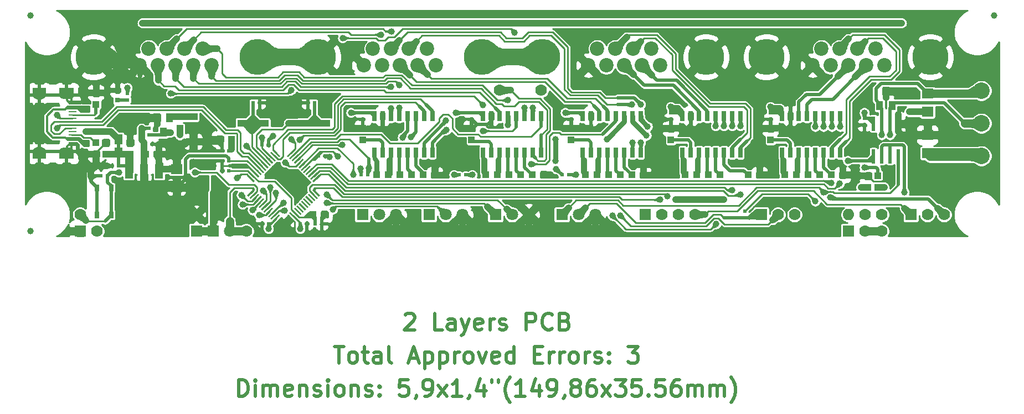
<source format=gbr>
%TF.GenerationSoftware,KiCad,Pcbnew,5.1.6-c6e7f7d~87~ubuntu18.04.1*%
%TF.CreationDate,2022-06-17T15:59:17+03:00*%
%TF.ProjectId,USB-4SERIAL_Rev_B,5553422d-3453-4455-9249-414c5f526576,B*%
%TF.SameCoordinates,Original*%
%TF.FileFunction,Copper,L1,Top*%
%TF.FilePolarity,Positive*%
%FSLAX46Y46*%
G04 Gerber Fmt 4.6, Leading zero omitted, Abs format (unit mm)*
G04 Created by KiCad (PCBNEW 5.1.6-c6e7f7d~87~ubuntu18.04.1) date 2022-06-17 15:59:17*
%MOMM*%
%LPD*%
G01*
G04 APERTURE LIST*
%TA.AperFunction,NonConductor*%
%ADD10C,0.508000*%
%TD*%
%TA.AperFunction,ConnectorPad*%
%ADD11R,2.000000X1.100000*%
%TD*%
%TA.AperFunction,ConnectorPad*%
%ADD12R,2.200000X1.100000*%
%TD*%
%TA.AperFunction,SMDPad,CuDef*%
%ADD13R,1.150000X0.250000*%
%TD*%
%TA.AperFunction,ComponentPad*%
%ADD14O,2.200000X1.200000*%
%TD*%
%TA.AperFunction,ComponentPad*%
%ADD15O,2.000000X1.300000*%
%TD*%
%TA.AperFunction,SMDPad,CuDef*%
%ADD16R,1.150000X0.300000*%
%TD*%
%TA.AperFunction,SMDPad,CuDef*%
%ADD17R,0.500000X0.550000*%
%TD*%
%TA.AperFunction,SMDPad,CuDef*%
%ADD18R,1.400000X1.000000*%
%TD*%
%TA.AperFunction,ComponentPad*%
%ADD19C,1.778000*%
%TD*%
%TA.AperFunction,ComponentPad*%
%ADD20R,1.778000X1.778000*%
%TD*%
%TA.AperFunction,ComponentPad*%
%ADD21O,1.778000X1.778000*%
%TD*%
%TA.AperFunction,ComponentPad*%
%ADD22C,2.540000*%
%TD*%
%TA.AperFunction,ComponentPad*%
%ADD23C,1.800000*%
%TD*%
%TA.AperFunction,ComponentPad*%
%ADD24R,1.800000X1.800000*%
%TD*%
%TA.AperFunction,ComponentPad*%
%ADD25C,5.500000*%
%TD*%
%TA.AperFunction,ComponentPad*%
%ADD26C,2.200000*%
%TD*%
%TA.AperFunction,SMDPad,CuDef*%
%ADD27R,1.016000X1.016000*%
%TD*%
%TA.AperFunction,ConnectorPad*%
%ADD28C,1.000000*%
%TD*%
%TA.AperFunction,SMDPad,CuDef*%
%ADD29R,1.270000X1.524000*%
%TD*%
%TA.AperFunction,SMDPad,CuDef*%
%ADD30R,3.600000X2.200000*%
%TD*%
%TA.AperFunction,SMDPad,CuDef*%
%ADD31R,1.219200X2.235200*%
%TD*%
%TA.AperFunction,SMDPad,CuDef*%
%ADD32R,0.800000X0.800000*%
%TD*%
%TA.AperFunction,SMDPad,CuDef*%
%ADD33C,0.100000*%
%TD*%
%TA.AperFunction,SMDPad,CuDef*%
%ADD34R,0.550000X0.500000*%
%TD*%
%TA.AperFunction,SMDPad,CuDef*%
%ADD35R,0.635000X1.600000*%
%TD*%
%TA.AperFunction,SMDPad,CuDef*%
%ADD36R,4.826000X1.100000*%
%TD*%
%TA.AperFunction,SMDPad,CuDef*%
%ADD37R,0.650000X1.050000*%
%TD*%
%TA.AperFunction,SMDPad,CuDef*%
%ADD38R,0.600000X2.200000*%
%TD*%
%TA.AperFunction,SMDPad,CuDef*%
%ADD39R,1.778000X1.524000*%
%TD*%
%TA.AperFunction,SMDPad,CuDef*%
%ADD40R,1.000000X1.400000*%
%TD*%
%TA.AperFunction,ViaPad*%
%ADD41C,1.000000*%
%TD*%
%TA.AperFunction,Conductor*%
%ADD42C,1.016000*%
%TD*%
%TA.AperFunction,Conductor*%
%ADD43C,0.508000*%
%TD*%
%TA.AperFunction,Conductor*%
%ADD44C,0.254000*%
%TD*%
%TA.AperFunction,Conductor*%
%ADD45C,1.270000*%
%TD*%
%TA.AperFunction,Conductor*%
%ADD46C,0.304800*%
%TD*%
%TA.AperFunction,Conductor*%
%ADD47C,2.540000*%
%TD*%
%TA.AperFunction,Conductor*%
%ADD48C,0.762000*%
%TD*%
%TA.AperFunction,Conductor*%
%ADD49C,0.609600*%
%TD*%
%TA.AperFunction,Conductor*%
%ADD50C,1.524000*%
%TD*%
%TA.AperFunction,Conductor*%
%ADD51C,0.025400*%
%TD*%
G04 APERTURE END LIST*
D10*
X109340952Y-117989047D02*
X109340952Y-115449047D01*
X109945714Y-115449047D01*
X110308571Y-115570000D01*
X110550476Y-115811904D01*
X110671428Y-116053809D01*
X110792380Y-116537619D01*
X110792380Y-116900476D01*
X110671428Y-117384285D01*
X110550476Y-117626190D01*
X110308571Y-117868095D01*
X109945714Y-117989047D01*
X109340952Y-117989047D01*
X111880952Y-117989047D02*
X111880952Y-116295714D01*
X111880952Y-115449047D02*
X111760000Y-115570000D01*
X111880952Y-115690952D01*
X112001904Y-115570000D01*
X111880952Y-115449047D01*
X111880952Y-115690952D01*
X113090476Y-117989047D02*
X113090476Y-116295714D01*
X113090476Y-116537619D02*
X113211428Y-116416666D01*
X113453333Y-116295714D01*
X113816190Y-116295714D01*
X114058095Y-116416666D01*
X114179047Y-116658571D01*
X114179047Y-117989047D01*
X114179047Y-116658571D02*
X114300000Y-116416666D01*
X114541904Y-116295714D01*
X114904761Y-116295714D01*
X115146666Y-116416666D01*
X115267619Y-116658571D01*
X115267619Y-117989047D01*
X117444761Y-117868095D02*
X117202857Y-117989047D01*
X116719047Y-117989047D01*
X116477142Y-117868095D01*
X116356190Y-117626190D01*
X116356190Y-116658571D01*
X116477142Y-116416666D01*
X116719047Y-116295714D01*
X117202857Y-116295714D01*
X117444761Y-116416666D01*
X117565714Y-116658571D01*
X117565714Y-116900476D01*
X116356190Y-117142380D01*
X118654285Y-116295714D02*
X118654285Y-117989047D01*
X118654285Y-116537619D02*
X118775238Y-116416666D01*
X119017142Y-116295714D01*
X119380000Y-116295714D01*
X119621904Y-116416666D01*
X119742857Y-116658571D01*
X119742857Y-117989047D01*
X120831428Y-117868095D02*
X121073333Y-117989047D01*
X121557142Y-117989047D01*
X121799047Y-117868095D01*
X121920000Y-117626190D01*
X121920000Y-117505238D01*
X121799047Y-117263333D01*
X121557142Y-117142380D01*
X121194285Y-117142380D01*
X120952380Y-117021428D01*
X120831428Y-116779523D01*
X120831428Y-116658571D01*
X120952380Y-116416666D01*
X121194285Y-116295714D01*
X121557142Y-116295714D01*
X121799047Y-116416666D01*
X123008571Y-117989047D02*
X123008571Y-116295714D01*
X123008571Y-115449047D02*
X122887619Y-115570000D01*
X123008571Y-115690952D01*
X123129523Y-115570000D01*
X123008571Y-115449047D01*
X123008571Y-115690952D01*
X124580952Y-117989047D02*
X124339047Y-117868095D01*
X124218095Y-117747142D01*
X124097142Y-117505238D01*
X124097142Y-116779523D01*
X124218095Y-116537619D01*
X124339047Y-116416666D01*
X124580952Y-116295714D01*
X124943809Y-116295714D01*
X125185714Y-116416666D01*
X125306666Y-116537619D01*
X125427619Y-116779523D01*
X125427619Y-117505238D01*
X125306666Y-117747142D01*
X125185714Y-117868095D01*
X124943809Y-117989047D01*
X124580952Y-117989047D01*
X126516190Y-116295714D02*
X126516190Y-117989047D01*
X126516190Y-116537619D02*
X126637142Y-116416666D01*
X126879047Y-116295714D01*
X127241904Y-116295714D01*
X127483809Y-116416666D01*
X127604761Y-116658571D01*
X127604761Y-117989047D01*
X128693333Y-117868095D02*
X128935238Y-117989047D01*
X129419047Y-117989047D01*
X129660952Y-117868095D01*
X129781904Y-117626190D01*
X129781904Y-117505238D01*
X129660952Y-117263333D01*
X129419047Y-117142380D01*
X129056190Y-117142380D01*
X128814285Y-117021428D01*
X128693333Y-116779523D01*
X128693333Y-116658571D01*
X128814285Y-116416666D01*
X129056190Y-116295714D01*
X129419047Y-116295714D01*
X129660952Y-116416666D01*
X130870476Y-117747142D02*
X130991428Y-117868095D01*
X130870476Y-117989047D01*
X130749523Y-117868095D01*
X130870476Y-117747142D01*
X130870476Y-117989047D01*
X130870476Y-116416666D02*
X130991428Y-116537619D01*
X130870476Y-116658571D01*
X130749523Y-116537619D01*
X130870476Y-116416666D01*
X130870476Y-116658571D01*
X135224761Y-115449047D02*
X134015238Y-115449047D01*
X133894285Y-116658571D01*
X134015238Y-116537619D01*
X134257142Y-116416666D01*
X134861904Y-116416666D01*
X135103809Y-116537619D01*
X135224761Y-116658571D01*
X135345714Y-116900476D01*
X135345714Y-117505238D01*
X135224761Y-117747142D01*
X135103809Y-117868095D01*
X134861904Y-117989047D01*
X134257142Y-117989047D01*
X134015238Y-117868095D01*
X133894285Y-117747142D01*
X136555238Y-117868095D02*
X136555238Y-117989047D01*
X136434285Y-118230952D01*
X136313333Y-118351904D01*
X137764761Y-117989047D02*
X138248571Y-117989047D01*
X138490476Y-117868095D01*
X138611428Y-117747142D01*
X138853333Y-117384285D01*
X138974285Y-116900476D01*
X138974285Y-115932857D01*
X138853333Y-115690952D01*
X138732380Y-115570000D01*
X138490476Y-115449047D01*
X138006666Y-115449047D01*
X137764761Y-115570000D01*
X137643809Y-115690952D01*
X137522857Y-115932857D01*
X137522857Y-116537619D01*
X137643809Y-116779523D01*
X137764761Y-116900476D01*
X138006666Y-117021428D01*
X138490476Y-117021428D01*
X138732380Y-116900476D01*
X138853333Y-116779523D01*
X138974285Y-116537619D01*
X139820952Y-117989047D02*
X141151428Y-116295714D01*
X139820952Y-116295714D02*
X141151428Y-117989047D01*
X143449523Y-117989047D02*
X141998095Y-117989047D01*
X142723809Y-117989047D02*
X142723809Y-115449047D01*
X142481904Y-115811904D01*
X142240000Y-116053809D01*
X141998095Y-116174761D01*
X144659047Y-117868095D02*
X144659047Y-117989047D01*
X144538095Y-118230952D01*
X144417142Y-118351904D01*
X146836190Y-116295714D02*
X146836190Y-117989047D01*
X146231428Y-115328095D02*
X145626666Y-117142380D01*
X147199047Y-117142380D01*
X148045714Y-115449047D02*
X148045714Y-115932857D01*
X149013333Y-115449047D02*
X149013333Y-115932857D01*
X150827619Y-118956666D02*
X150706666Y-118835714D01*
X150464761Y-118472857D01*
X150343809Y-118230952D01*
X150222857Y-117868095D01*
X150101904Y-117263333D01*
X150101904Y-116779523D01*
X150222857Y-116174761D01*
X150343809Y-115811904D01*
X150464761Y-115570000D01*
X150706666Y-115207142D01*
X150827619Y-115086190D01*
X153125714Y-117989047D02*
X151674285Y-117989047D01*
X152400000Y-117989047D02*
X152400000Y-115449047D01*
X152158095Y-115811904D01*
X151916190Y-116053809D01*
X151674285Y-116174761D01*
X155302857Y-116295714D02*
X155302857Y-117989047D01*
X154698095Y-115328095D02*
X154093333Y-117142380D01*
X155665714Y-117142380D01*
X156754285Y-117989047D02*
X157238095Y-117989047D01*
X157480000Y-117868095D01*
X157600952Y-117747142D01*
X157842857Y-117384285D01*
X157963809Y-116900476D01*
X157963809Y-115932857D01*
X157842857Y-115690952D01*
X157721904Y-115570000D01*
X157480000Y-115449047D01*
X156996190Y-115449047D01*
X156754285Y-115570000D01*
X156633333Y-115690952D01*
X156512380Y-115932857D01*
X156512380Y-116537619D01*
X156633333Y-116779523D01*
X156754285Y-116900476D01*
X156996190Y-117021428D01*
X157480000Y-117021428D01*
X157721904Y-116900476D01*
X157842857Y-116779523D01*
X157963809Y-116537619D01*
X159173333Y-117868095D02*
X159173333Y-117989047D01*
X159052380Y-118230952D01*
X158931428Y-118351904D01*
X160624761Y-116537619D02*
X160382857Y-116416666D01*
X160261904Y-116295714D01*
X160140952Y-116053809D01*
X160140952Y-115932857D01*
X160261904Y-115690952D01*
X160382857Y-115570000D01*
X160624761Y-115449047D01*
X161108571Y-115449047D01*
X161350476Y-115570000D01*
X161471428Y-115690952D01*
X161592380Y-115932857D01*
X161592380Y-116053809D01*
X161471428Y-116295714D01*
X161350476Y-116416666D01*
X161108571Y-116537619D01*
X160624761Y-116537619D01*
X160382857Y-116658571D01*
X160261904Y-116779523D01*
X160140952Y-117021428D01*
X160140952Y-117505238D01*
X160261904Y-117747142D01*
X160382857Y-117868095D01*
X160624761Y-117989047D01*
X161108571Y-117989047D01*
X161350476Y-117868095D01*
X161471428Y-117747142D01*
X161592380Y-117505238D01*
X161592380Y-117021428D01*
X161471428Y-116779523D01*
X161350476Y-116658571D01*
X161108571Y-116537619D01*
X163769523Y-115449047D02*
X163285714Y-115449047D01*
X163043809Y-115570000D01*
X162922857Y-115690952D01*
X162680952Y-116053809D01*
X162560000Y-116537619D01*
X162560000Y-117505238D01*
X162680952Y-117747142D01*
X162801904Y-117868095D01*
X163043809Y-117989047D01*
X163527619Y-117989047D01*
X163769523Y-117868095D01*
X163890476Y-117747142D01*
X164011428Y-117505238D01*
X164011428Y-116900476D01*
X163890476Y-116658571D01*
X163769523Y-116537619D01*
X163527619Y-116416666D01*
X163043809Y-116416666D01*
X162801904Y-116537619D01*
X162680952Y-116658571D01*
X162560000Y-116900476D01*
X164858095Y-117989047D02*
X166188571Y-116295714D01*
X164858095Y-116295714D02*
X166188571Y-117989047D01*
X166914285Y-115449047D02*
X168486666Y-115449047D01*
X167640000Y-116416666D01*
X168002857Y-116416666D01*
X168244761Y-116537619D01*
X168365714Y-116658571D01*
X168486666Y-116900476D01*
X168486666Y-117505238D01*
X168365714Y-117747142D01*
X168244761Y-117868095D01*
X168002857Y-117989047D01*
X167277142Y-117989047D01*
X167035238Y-117868095D01*
X166914285Y-117747142D01*
X170784761Y-115449047D02*
X169575238Y-115449047D01*
X169454285Y-116658571D01*
X169575238Y-116537619D01*
X169817142Y-116416666D01*
X170421904Y-116416666D01*
X170663809Y-116537619D01*
X170784761Y-116658571D01*
X170905714Y-116900476D01*
X170905714Y-117505238D01*
X170784761Y-117747142D01*
X170663809Y-117868095D01*
X170421904Y-117989047D01*
X169817142Y-117989047D01*
X169575238Y-117868095D01*
X169454285Y-117747142D01*
X171994285Y-117747142D02*
X172115238Y-117868095D01*
X171994285Y-117989047D01*
X171873333Y-117868095D01*
X171994285Y-117747142D01*
X171994285Y-117989047D01*
X174413333Y-115449047D02*
X173203809Y-115449047D01*
X173082857Y-116658571D01*
X173203809Y-116537619D01*
X173445714Y-116416666D01*
X174050476Y-116416666D01*
X174292380Y-116537619D01*
X174413333Y-116658571D01*
X174534285Y-116900476D01*
X174534285Y-117505238D01*
X174413333Y-117747142D01*
X174292380Y-117868095D01*
X174050476Y-117989047D01*
X173445714Y-117989047D01*
X173203809Y-117868095D01*
X173082857Y-117747142D01*
X176711428Y-115449047D02*
X176227619Y-115449047D01*
X175985714Y-115570000D01*
X175864761Y-115690952D01*
X175622857Y-116053809D01*
X175501904Y-116537619D01*
X175501904Y-117505238D01*
X175622857Y-117747142D01*
X175743809Y-117868095D01*
X175985714Y-117989047D01*
X176469523Y-117989047D01*
X176711428Y-117868095D01*
X176832380Y-117747142D01*
X176953333Y-117505238D01*
X176953333Y-116900476D01*
X176832380Y-116658571D01*
X176711428Y-116537619D01*
X176469523Y-116416666D01*
X175985714Y-116416666D01*
X175743809Y-116537619D01*
X175622857Y-116658571D01*
X175501904Y-116900476D01*
X178041904Y-117989047D02*
X178041904Y-116295714D01*
X178041904Y-116537619D02*
X178162857Y-116416666D01*
X178404761Y-116295714D01*
X178767619Y-116295714D01*
X179009523Y-116416666D01*
X179130476Y-116658571D01*
X179130476Y-117989047D01*
X179130476Y-116658571D02*
X179251428Y-116416666D01*
X179493333Y-116295714D01*
X179856190Y-116295714D01*
X180098095Y-116416666D01*
X180219047Y-116658571D01*
X180219047Y-117989047D01*
X181428571Y-117989047D02*
X181428571Y-116295714D01*
X181428571Y-116537619D02*
X181549523Y-116416666D01*
X181791428Y-116295714D01*
X182154285Y-116295714D01*
X182396190Y-116416666D01*
X182517142Y-116658571D01*
X182517142Y-117989047D01*
X182517142Y-116658571D02*
X182638095Y-116416666D01*
X182880000Y-116295714D01*
X183242857Y-116295714D01*
X183484761Y-116416666D01*
X183605714Y-116658571D01*
X183605714Y-117989047D01*
X184573333Y-118956666D02*
X184694285Y-118835714D01*
X184936190Y-118472857D01*
X185057142Y-118230952D01*
X185178095Y-117868095D01*
X185299047Y-117263333D01*
X185299047Y-116779523D01*
X185178095Y-116174761D01*
X185057142Y-115811904D01*
X184936190Y-115570000D01*
X184694285Y-115207142D01*
X184573333Y-115086190D01*
X123976190Y-110369047D02*
X125427619Y-110369047D01*
X124701904Y-112909047D02*
X124701904Y-110369047D01*
X126637142Y-112909047D02*
X126395238Y-112788095D01*
X126274285Y-112667142D01*
X126153333Y-112425238D01*
X126153333Y-111699523D01*
X126274285Y-111457619D01*
X126395238Y-111336666D01*
X126637142Y-111215714D01*
X127000000Y-111215714D01*
X127241904Y-111336666D01*
X127362857Y-111457619D01*
X127483809Y-111699523D01*
X127483809Y-112425238D01*
X127362857Y-112667142D01*
X127241904Y-112788095D01*
X127000000Y-112909047D01*
X126637142Y-112909047D01*
X128209523Y-111215714D02*
X129177142Y-111215714D01*
X128572380Y-110369047D02*
X128572380Y-112546190D01*
X128693333Y-112788095D01*
X128935238Y-112909047D01*
X129177142Y-112909047D01*
X131112380Y-112909047D02*
X131112380Y-111578571D01*
X130991428Y-111336666D01*
X130749523Y-111215714D01*
X130265714Y-111215714D01*
X130023809Y-111336666D01*
X131112380Y-112788095D02*
X130870476Y-112909047D01*
X130265714Y-112909047D01*
X130023809Y-112788095D01*
X129902857Y-112546190D01*
X129902857Y-112304285D01*
X130023809Y-112062380D01*
X130265714Y-111941428D01*
X130870476Y-111941428D01*
X131112380Y-111820476D01*
X132684761Y-112909047D02*
X132442857Y-112788095D01*
X132321904Y-112546190D01*
X132321904Y-110369047D01*
X135466666Y-112183333D02*
X136676190Y-112183333D01*
X135224761Y-112909047D02*
X136071428Y-110369047D01*
X136918095Y-112909047D01*
X137764761Y-111215714D02*
X137764761Y-113755714D01*
X137764761Y-111336666D02*
X138006666Y-111215714D01*
X138490476Y-111215714D01*
X138732380Y-111336666D01*
X138853333Y-111457619D01*
X138974285Y-111699523D01*
X138974285Y-112425238D01*
X138853333Y-112667142D01*
X138732380Y-112788095D01*
X138490476Y-112909047D01*
X138006666Y-112909047D01*
X137764761Y-112788095D01*
X140062857Y-111215714D02*
X140062857Y-113755714D01*
X140062857Y-111336666D02*
X140304761Y-111215714D01*
X140788571Y-111215714D01*
X141030476Y-111336666D01*
X141151428Y-111457619D01*
X141272380Y-111699523D01*
X141272380Y-112425238D01*
X141151428Y-112667142D01*
X141030476Y-112788095D01*
X140788571Y-112909047D01*
X140304761Y-112909047D01*
X140062857Y-112788095D01*
X142360952Y-112909047D02*
X142360952Y-111215714D01*
X142360952Y-111699523D02*
X142481904Y-111457619D01*
X142602857Y-111336666D01*
X142844761Y-111215714D01*
X143086666Y-111215714D01*
X144296190Y-112909047D02*
X144054285Y-112788095D01*
X143933333Y-112667142D01*
X143812380Y-112425238D01*
X143812380Y-111699523D01*
X143933333Y-111457619D01*
X144054285Y-111336666D01*
X144296190Y-111215714D01*
X144659047Y-111215714D01*
X144900952Y-111336666D01*
X145021904Y-111457619D01*
X145142857Y-111699523D01*
X145142857Y-112425238D01*
X145021904Y-112667142D01*
X144900952Y-112788095D01*
X144659047Y-112909047D01*
X144296190Y-112909047D01*
X145989523Y-111215714D02*
X146594285Y-112909047D01*
X147199047Y-111215714D01*
X149134285Y-112788095D02*
X148892380Y-112909047D01*
X148408571Y-112909047D01*
X148166666Y-112788095D01*
X148045714Y-112546190D01*
X148045714Y-111578571D01*
X148166666Y-111336666D01*
X148408571Y-111215714D01*
X148892380Y-111215714D01*
X149134285Y-111336666D01*
X149255238Y-111578571D01*
X149255238Y-111820476D01*
X148045714Y-112062380D01*
X151432380Y-112909047D02*
X151432380Y-110369047D01*
X151432380Y-112788095D02*
X151190476Y-112909047D01*
X150706666Y-112909047D01*
X150464761Y-112788095D01*
X150343809Y-112667142D01*
X150222857Y-112425238D01*
X150222857Y-111699523D01*
X150343809Y-111457619D01*
X150464761Y-111336666D01*
X150706666Y-111215714D01*
X151190476Y-111215714D01*
X151432380Y-111336666D01*
X154577142Y-111578571D02*
X155423809Y-111578571D01*
X155786666Y-112909047D02*
X154577142Y-112909047D01*
X154577142Y-110369047D01*
X155786666Y-110369047D01*
X156875238Y-112909047D02*
X156875238Y-111215714D01*
X156875238Y-111699523D02*
X156996190Y-111457619D01*
X157117142Y-111336666D01*
X157359047Y-111215714D01*
X157600952Y-111215714D01*
X158447619Y-112909047D02*
X158447619Y-111215714D01*
X158447619Y-111699523D02*
X158568571Y-111457619D01*
X158689523Y-111336666D01*
X158931428Y-111215714D01*
X159173333Y-111215714D01*
X160382857Y-112909047D02*
X160140952Y-112788095D01*
X160020000Y-112667142D01*
X159899047Y-112425238D01*
X159899047Y-111699523D01*
X160020000Y-111457619D01*
X160140952Y-111336666D01*
X160382857Y-111215714D01*
X160745714Y-111215714D01*
X160987619Y-111336666D01*
X161108571Y-111457619D01*
X161229523Y-111699523D01*
X161229523Y-112425238D01*
X161108571Y-112667142D01*
X160987619Y-112788095D01*
X160745714Y-112909047D01*
X160382857Y-112909047D01*
X162318095Y-112909047D02*
X162318095Y-111215714D01*
X162318095Y-111699523D02*
X162439047Y-111457619D01*
X162560000Y-111336666D01*
X162801904Y-111215714D01*
X163043809Y-111215714D01*
X163769523Y-112788095D02*
X164011428Y-112909047D01*
X164495238Y-112909047D01*
X164737142Y-112788095D01*
X164858095Y-112546190D01*
X164858095Y-112425238D01*
X164737142Y-112183333D01*
X164495238Y-112062380D01*
X164132380Y-112062380D01*
X163890476Y-111941428D01*
X163769523Y-111699523D01*
X163769523Y-111578571D01*
X163890476Y-111336666D01*
X164132380Y-111215714D01*
X164495238Y-111215714D01*
X164737142Y-111336666D01*
X165946666Y-112667142D02*
X166067619Y-112788095D01*
X165946666Y-112909047D01*
X165825714Y-112788095D01*
X165946666Y-112667142D01*
X165946666Y-112909047D01*
X165946666Y-111336666D02*
X166067619Y-111457619D01*
X165946666Y-111578571D01*
X165825714Y-111457619D01*
X165946666Y-111336666D01*
X165946666Y-111578571D01*
X168849523Y-110369047D02*
X170421904Y-110369047D01*
X169575238Y-111336666D01*
X169938095Y-111336666D01*
X170180000Y-111457619D01*
X170300952Y-111578571D01*
X170421904Y-111820476D01*
X170421904Y-112425238D01*
X170300952Y-112667142D01*
X170180000Y-112788095D01*
X169938095Y-112909047D01*
X169212380Y-112909047D01*
X168970476Y-112788095D01*
X168849523Y-112667142D01*
X134801428Y-105530952D02*
X134922380Y-105410000D01*
X135164285Y-105289047D01*
X135769047Y-105289047D01*
X136010952Y-105410000D01*
X136131904Y-105530952D01*
X136252857Y-105772857D01*
X136252857Y-106014761D01*
X136131904Y-106377619D01*
X134680476Y-107829047D01*
X136252857Y-107829047D01*
X140486190Y-107829047D02*
X139276666Y-107829047D01*
X139276666Y-105289047D01*
X142421428Y-107829047D02*
X142421428Y-106498571D01*
X142300476Y-106256666D01*
X142058571Y-106135714D01*
X141574761Y-106135714D01*
X141332857Y-106256666D01*
X142421428Y-107708095D02*
X142179523Y-107829047D01*
X141574761Y-107829047D01*
X141332857Y-107708095D01*
X141211904Y-107466190D01*
X141211904Y-107224285D01*
X141332857Y-106982380D01*
X141574761Y-106861428D01*
X142179523Y-106861428D01*
X142421428Y-106740476D01*
X143389047Y-106135714D02*
X143993809Y-107829047D01*
X144598571Y-106135714D02*
X143993809Y-107829047D01*
X143751904Y-108433809D01*
X143630952Y-108554761D01*
X143389047Y-108675714D01*
X146533809Y-107708095D02*
X146291904Y-107829047D01*
X145808095Y-107829047D01*
X145566190Y-107708095D01*
X145445238Y-107466190D01*
X145445238Y-106498571D01*
X145566190Y-106256666D01*
X145808095Y-106135714D01*
X146291904Y-106135714D01*
X146533809Y-106256666D01*
X146654761Y-106498571D01*
X146654761Y-106740476D01*
X145445238Y-106982380D01*
X147743333Y-107829047D02*
X147743333Y-106135714D01*
X147743333Y-106619523D02*
X147864285Y-106377619D01*
X147985238Y-106256666D01*
X148227142Y-106135714D01*
X148469047Y-106135714D01*
X149194761Y-107708095D02*
X149436666Y-107829047D01*
X149920476Y-107829047D01*
X150162380Y-107708095D01*
X150283333Y-107466190D01*
X150283333Y-107345238D01*
X150162380Y-107103333D01*
X149920476Y-106982380D01*
X149557619Y-106982380D01*
X149315714Y-106861428D01*
X149194761Y-106619523D01*
X149194761Y-106498571D01*
X149315714Y-106256666D01*
X149557619Y-106135714D01*
X149920476Y-106135714D01*
X150162380Y-106256666D01*
X153307142Y-107829047D02*
X153307142Y-105289047D01*
X154274761Y-105289047D01*
X154516666Y-105410000D01*
X154637619Y-105530952D01*
X154758571Y-105772857D01*
X154758571Y-106135714D01*
X154637619Y-106377619D01*
X154516666Y-106498571D01*
X154274761Y-106619523D01*
X153307142Y-106619523D01*
X157298571Y-107587142D02*
X157177619Y-107708095D01*
X156814761Y-107829047D01*
X156572857Y-107829047D01*
X156210000Y-107708095D01*
X155968095Y-107466190D01*
X155847142Y-107224285D01*
X155726190Y-106740476D01*
X155726190Y-106377619D01*
X155847142Y-105893809D01*
X155968095Y-105651904D01*
X156210000Y-105410000D01*
X156572857Y-105289047D01*
X156814761Y-105289047D01*
X157177619Y-105410000D01*
X157298571Y-105530952D01*
X159233809Y-106498571D02*
X159596666Y-106619523D01*
X159717619Y-106740476D01*
X159838571Y-106982380D01*
X159838571Y-107345238D01*
X159717619Y-107587142D01*
X159596666Y-107708095D01*
X159354761Y-107829047D01*
X158387142Y-107829047D01*
X158387142Y-105289047D01*
X159233809Y-105289047D01*
X159475714Y-105410000D01*
X159596666Y-105530952D01*
X159717619Y-105772857D01*
X159717619Y-106014761D01*
X159596666Y-106256666D01*
X159475714Y-106377619D01*
X159233809Y-106498571D01*
X158387142Y-106498571D01*
D11*
%TO.P,USB-C1,0*%
%TO.N,GND*%
X78860000Y-81127600D03*
D12*
X83040000Y-81127600D03*
D11*
X78860000Y-71272400D03*
D12*
X83040000Y-71272400D03*
D13*
%TO.P,USB-C1,B8*%
%TO.N,Net-(USB-C1-PadB8)*%
X83942000Y-74450000D03*
%TO.P,USB-C1,A5*%
%TO.N,/CC1*%
X83942000Y-74950000D03*
%TO.P,USB-C1,B7*%
%TO.N,USB_D-*%
X83942000Y-75450000D03*
%TO.P,USB-C1,B5*%
%TO.N,/CC2*%
X83942000Y-77950000D03*
%TO.P,USB-C1,A7*%
%TO.N,USB_D-*%
X83942000Y-76450000D03*
%TO.P,USB-C1,A8*%
%TO.N,Net-(USB-C1-PadA8)*%
X83942000Y-77450000D03*
%TO.P,USB-C1,B6*%
%TO.N,USB_D+*%
X83942000Y-76950000D03*
%TO.P,USB-C1,A6*%
X83942000Y-75950000D03*
D14*
%TO.P,USB-C1,0*%
%TO.N,GND*%
X83040000Y-80520000D03*
D15*
X78860000Y-80520000D03*
X78860000Y-71880000D03*
D14*
X83040000Y-71880000D03*
D16*
%TO.P,USB-C1,B9*%
%TO.N,+5V_USB*%
X83942000Y-73925000D03*
%TO.P,USB-C1,B4*%
X83942000Y-78475000D03*
%TO.P,USB-C1,A4*%
X83942000Y-73675000D03*
%TO.P,USB-C1,A9*%
X83942000Y-78725000D03*
%TO.P,USB-C1,B12*%
%TO.N,GND*%
X83942000Y-73125000D03*
%TO.P,USB-C1,B1*%
X83942000Y-79275000D03*
%TO.P,USB-C1,A1*%
X83942000Y-72875000D03*
%TO.P,USB-C1,A12*%
X83942000Y-79525000D03*
%TD*%
D17*
%TO.P,C9,2*%
%TO.N,GND*%
X88265000Y-84201000D03*
%TO.P,C9,1*%
%TO.N,/RST#*%
X89281000Y-84201000D03*
%TD*%
D18*
%TO.P,D1,2*%
%TO.N,GND*%
X102362000Y-78989000D03*
%TO.P,D1,1*%
%TO.N,Net-(D1-Pad1)*%
X102362000Y-75189000D03*
%TD*%
D19*
%TO.P,GPIO_EXT1,4*%
%TO.N,/GPIO11*%
X179070000Y-90170000D03*
%TO.P,GPIO_EXT1,3*%
%TO.N,/GPIO8*%
X176530000Y-90170000D03*
%TO.P,GPIO_EXT1,2*%
%TO.N,/GPIO5*%
X173990000Y-90170000D03*
D20*
%TO.P,GPIO_EXT1,1*%
%TO.N,/GPIO2*%
X171450000Y-90170000D03*
%TD*%
D19*
%TO.P,JUMPERS1,6*%
%TO.N,Net-(JUMPERS1-Pad6)*%
X207645000Y-90170000D03*
D21*
%TO.P,JUMPERS1,2*%
%TO.N,Net-(JUMPERS1-Pad2)*%
X202565000Y-90170000D03*
D19*
%TO.P,JUMPERS1,4*%
%TO.N,Net-(JUMPERS1-Pad4)*%
X205105000Y-90170000D03*
%TO.P,JUMPERS1,5*%
%TO.N,/RS485_A*%
X207645000Y-92710000D03*
%TO.P,JUMPERS1,3*%
X205105000Y-92710000D03*
D20*
%TO.P,JUMPERS1,1*%
%TO.N,/RS485_B*%
X202565000Y-92710000D03*
%TD*%
D19*
%TO.P,RS232_4\u005CRS485,3*%
%TO.N,/RXD3_RS485*%
X194310000Y-90170000D03*
%TO.P,RS232_4\u005CRS485,2*%
%TO.N,/RXD3*%
X191770000Y-90170000D03*
D20*
%TO.P,RS232_4\u005CRS485,1*%
%TO.N,/RXD3_RS232*%
X189230000Y-90170000D03*
%TD*%
D22*
%TO.P,RS485,3*%
%TO.N,/RS485_GND*%
X222885000Y-81200000D03*
%TO.P,RS485,1*%
%TO.N,/RS485_B*%
X222885000Y-71200000D03*
%TO.P,RS485,2*%
%TO.N,/RS485_A*%
X222885000Y-76200000D03*
%TD*%
D23*
%TO.P,Serial2,3*%
%TO.N,GND*%
X143510000Y-90170000D03*
%TO.P,Serial2,2*%
%TO.N,/RXD1*%
X140970000Y-90170000D03*
D24*
%TO.P,Serial2,1*%
%TO.N,/TXD1*%
X138430000Y-90170000D03*
%TD*%
D23*
%TO.P,Serial3,3*%
%TO.N,GND*%
X153670000Y-90170000D03*
%TO.P,Serial3,2*%
%TO.N,/RXD2*%
X151130000Y-90170000D03*
D24*
%TO.P,Serial3,1*%
%TO.N,/TXD2*%
X148590000Y-90170000D03*
%TD*%
D23*
%TO.P,Serial4,3*%
%TO.N,GND*%
X163830000Y-90170000D03*
%TO.P,Serial4,2*%
%TO.N,/RXD3_RS232*%
X161290000Y-90170000D03*
D24*
%TO.P,Serial4,1*%
%TO.N,/TXD3*%
X158750000Y-90170000D03*
%TD*%
D23*
%TO.P,Serial1,3*%
%TO.N,GND*%
X133350000Y-90170000D03*
%TO.P,Serial1,2*%
%TO.N,/RXD0*%
X130810000Y-90170000D03*
D24*
%TO.P,Serial1,1*%
%TO.N,/TXD0*%
X128270000Y-90170000D03*
%TD*%
D19*
%TO.P,+5V_USB1,1*%
%TO.N,+5V_USB*%
X87630000Y-92710000D03*
%TD*%
%TO.P,3.3V1,1*%
%TO.N,+3V3*%
X102870000Y-90170000D03*
%TD*%
D20*
%TO.P,GND1,1*%
%TO.N,GND*%
X85090000Y-92710000D03*
%TD*%
%TO.P,GND2,1*%
%TO.N,GND*%
X102870000Y-92710000D03*
%TD*%
D19*
%TO.P,T2IN1,1*%
%TO.N,Net-(T2IN1-Pad1)*%
X155575000Y-71120000D03*
%TD*%
%TO.P,T2OUT1,1*%
%TO.N,Net-(T2OUT1-Pad1)*%
X149225000Y-71120000D03*
%TD*%
%TO.P,ISP1,1*%
%TO.N,/ISP*%
X110490000Y-92710000D03*
%TD*%
%TO.P,RST#1,1*%
%TO.N,/RST#*%
X85090000Y-90170000D03*
%TD*%
D23*
%TO.P,FW_Upgr1,2*%
%TO.N,/ISP*%
X107950000Y-92710000D03*
D24*
%TO.P,FW_Upgr1,1*%
%TO.N,GND*%
X105410000Y-92710000D03*
%TD*%
D25*
%TO.P,RS232_1,G2*%
%TO.N,GND*%
X112217200Y-66040000D03*
%TO.P,RS232_1,G1*%
X87172800Y-66040000D03*
D26*
%TO.P,RS232_1,9*%
%TO.N,/DTE0_RI*%
X95580200Y-64770000D03*
%TO.P,RS232_1,8*%
%TO.N,/DTE0_CTS*%
X98323400Y-64770000D03*
%TO.P,RS232_1,7*%
%TO.N,/DTE0_RTS*%
X101066600Y-64770000D03*
%TO.P,RS232_1,6*%
%TO.N,/DTE0_DSR*%
X103809800Y-64770000D03*
%TO.P,RS232_1,5*%
%TO.N,GND*%
X94208600Y-67310000D03*
%TO.P,RS232_1,4*%
%TO.N,/DTE0_DTR*%
X96951800Y-67310000D03*
%TO.P,RS232_1,3*%
%TO.N,/DTE0_TD*%
X99695000Y-67310000D03*
%TO.P,RS232_1,2*%
%TO.N,/DTE0_RD*%
X102438200Y-67310000D03*
%TO.P,RS232_1,1*%
%TO.N,/DTE0_CD*%
X105181400Y-67310000D03*
%TD*%
D27*
%TO.P,C13,2*%
%TO.N,GND*%
X89027000Y-79121000D03*
%TO.P,C13,1*%
%TO.N,+5V_USB*%
X89027000Y-80899000D03*
%TD*%
D17*
%TO.P,C4,2*%
%TO.N,GND*%
X122555000Y-81153000D03*
%TO.P,C4,1*%
%TO.N,+3V3*%
X121539000Y-81153000D03*
%TD*%
%TO.P,C5,2*%
%TO.N,GND*%
X112903000Y-91567000D03*
%TO.P,C5,1*%
%TO.N,+3V3*%
X113919000Y-91567000D03*
%TD*%
%TO.P,C1,2*%
%TO.N,GND*%
X119761000Y-91567000D03*
%TO.P,C1,1*%
%TO.N,+3V3*%
X118745000Y-91567000D03*
%TD*%
D28*
%TO.P,FID1,Fid1*%
%TO.N,Net-(FID1-PadFid1)*%
X77470000Y-92710000D03*
%TD*%
%TO.P,FID2,Fid1*%
%TO.N,Net-(FID2-PadFid1)*%
X77470000Y-59690000D03*
%TD*%
%TO.P,FID3,Fid1*%
%TO.N,Net-(FID3-PadFid1)*%
X224790000Y-59690000D03*
%TD*%
D29*
%TO.P,L1,1*%
%TO.N,+5V_USB*%
X90932000Y-78613000D03*
%TO.P,L1,2*%
X90932000Y-80645000D03*
%TD*%
D30*
%TO.P,VR1,2*%
%TO.N,+3V3*%
X94869000Y-89713000D03*
D31*
%TO.P,VR1,3*%
%TO.N,+5V_USB*%
X92557600Y-83515200D03*
%TO.P,VR1,2*%
%TO.N,+3V3*%
X94869000Y-83515200D03*
%TO.P,VR1,1*%
%TO.N,GND*%
X97180400Y-83515200D03*
%TD*%
D17*
%TO.P,C6,2*%
%TO.N,GND*%
X106807000Y-83439000D03*
%TO.P,C6,1*%
%TO.N,/V12O*%
X107823000Y-83439000D03*
%TD*%
%TO.P,C2,2*%
%TO.N,GND*%
X113919000Y-79502000D03*
%TO.P,C2,1*%
%TO.N,+3V3*%
X112903000Y-79502000D03*
%TD*%
%TO.P,C3,2*%
%TO.N,GND*%
X106807000Y-81915000D03*
%TO.P,C3,1*%
%TO.N,+3V3*%
X107823000Y-81915000D03*
%TD*%
D27*
%TO.P,C10,2*%
%TO.N,GND*%
X106426000Y-78613000D03*
%TO.P,C10,1*%
%TO.N,/RSVD1*%
X108204000Y-78613000D03*
%TD*%
D17*
%TO.P,C8,2*%
%TO.N,GND*%
X122047000Y-91567000D03*
%TO.P,C8,1*%
%TO.N,/V12O*%
X121031000Y-91567000D03*
%TD*%
D27*
%TO.P,C7,2*%
%TO.N,GND*%
X122428000Y-90170000D03*
%TO.P,C7,1*%
%TO.N,/V12O*%
X120650000Y-90170000D03*
%TD*%
D32*
%TO.P,PWR_LED1,2*%
%TO.N,Net-(PWR_LED1-Pad2)*%
X90805000Y-72644000D03*
%TO.P,PWR_LED1,1*%
%TO.N,GND*%
X90805000Y-71120000D03*
%TD*%
D27*
%TO.P,R3,2*%
%TO.N,/CC2*%
X87503000Y-79121000D03*
%TO.P,R3,1*%
%TO.N,GND*%
X87503000Y-80899000D03*
%TD*%
%TA.AperFunction,SMDPad,CuDef*%
D33*
%TO.P,U1,48*%
%TO.N,+3V3*%
G36*
X114703812Y-91294880D02*
G01*
X114524207Y-91115275D01*
X115514156Y-90125326D01*
X115693761Y-90304931D01*
X114703812Y-91294880D01*
G37*
%TD.AperFunction*%
%TA.AperFunction,SMDPad,CuDef*%
%TO.P,U1,47*%
%TO.N,/GPIO11*%
G36*
X114350259Y-90941326D02*
G01*
X114170654Y-90761721D01*
X115160603Y-89771772D01*
X115340208Y-89951377D01*
X114350259Y-90941326D01*
G37*
%TD.AperFunction*%
%TA.AperFunction,SMDPad,CuDef*%
%TO.P,U1,46*%
%TO.N,/GPIO8*%
G36*
X113996706Y-90587773D02*
G01*
X113817101Y-90408168D01*
X114807050Y-89418219D01*
X114986655Y-89597824D01*
X113996706Y-90587773D01*
G37*
%TD.AperFunction*%
%TA.AperFunction,SMDPad,CuDef*%
%TO.P,U1,45*%
%TO.N,/TXD1*%
G36*
X113643152Y-90234220D02*
G01*
X113463547Y-90054615D01*
X114453496Y-89064666D01*
X114633101Y-89244271D01*
X113643152Y-90234220D01*
G37*
%TD.AperFunction*%
%TA.AperFunction,SMDPad,CuDef*%
%TO.P,U1,44*%
%TO.N,/RXD1*%
G36*
X113289599Y-89880666D02*
G01*
X113109994Y-89701061D01*
X114099943Y-88711112D01*
X114279548Y-88890717D01*
X113289599Y-89880666D01*
G37*
%TD.AperFunction*%
%TA.AperFunction,SMDPad,CuDef*%
%TO.P,U1,43*%
%TO.N,/TXD2*%
G36*
X112936046Y-89527113D02*
G01*
X112756441Y-89347508D01*
X113746390Y-88357559D01*
X113925995Y-88537164D01*
X112936046Y-89527113D01*
G37*
%TD.AperFunction*%
%TA.AperFunction,SMDPad,CuDef*%
%TO.P,U1,42*%
%TO.N,/RXD2*%
G36*
X112582492Y-89173559D02*
G01*
X112402887Y-88993954D01*
X113392836Y-88004005D01*
X113572441Y-88183610D01*
X112582492Y-89173559D01*
G37*
%TD.AperFunction*%
%TA.AperFunction,SMDPad,CuDef*%
%TO.P,U1,41*%
%TO.N,/TXD3*%
G36*
X112228939Y-88820006D02*
G01*
X112049334Y-88640401D01*
X113039283Y-87650452D01*
X113218888Y-87830057D01*
X112228939Y-88820006D01*
G37*
%TD.AperFunction*%
%TA.AperFunction,SMDPad,CuDef*%
%TO.P,U1,40*%
%TO.N,/RXD3*%
G36*
X111875385Y-88466453D02*
G01*
X111695780Y-88286848D01*
X112685729Y-87296899D01*
X112865334Y-87476504D01*
X111875385Y-88466453D01*
G37*
%TD.AperFunction*%
%TA.AperFunction,SMDPad,CuDef*%
%TO.P,U1,39*%
%TO.N,/GPIO5*%
G36*
X111521832Y-88112899D02*
G01*
X111342227Y-87933294D01*
X112332176Y-86943345D01*
X112511781Y-87122950D01*
X111521832Y-88112899D01*
G37*
%TD.AperFunction*%
%TA.AperFunction,SMDPad,CuDef*%
%TO.P,U1,38*%
%TO.N,/RST#*%
G36*
X111168279Y-87759346D02*
G01*
X110988674Y-87579741D01*
X111978623Y-86589792D01*
X112158228Y-86769397D01*
X111168279Y-87759346D01*
G37*
%TD.AperFunction*%
%TA.AperFunction,SMDPad,CuDef*%
%TO.P,U1,37*%
%TO.N,/ISP*%
G36*
X110814725Y-87405793D02*
G01*
X110635120Y-87226188D01*
X111625069Y-86236239D01*
X111804674Y-86415844D01*
X110814725Y-87405793D01*
G37*
%TD.AperFunction*%
%TA.AperFunction,SMDPad,CuDef*%
%TO.P,U1,36*%
%TO.N,/GPIO2*%
G36*
X110635120Y-84223812D02*
G01*
X110814725Y-84044207D01*
X111804674Y-85034156D01*
X111625069Y-85213761D01*
X110635120Y-84223812D01*
G37*
%TD.AperFunction*%
%TA.AperFunction,SMDPad,CuDef*%
%TO.P,U1,35*%
%TO.N,/V12O*%
G36*
X110988674Y-83870259D02*
G01*
X111168279Y-83690654D01*
X112158228Y-84680603D01*
X111978623Y-84860208D01*
X110988674Y-83870259D01*
G37*
%TD.AperFunction*%
%TA.AperFunction,SMDPad,CuDef*%
%TO.P,U1,34*%
%TO.N,GND*%
G36*
X111342227Y-83516706D02*
G01*
X111521832Y-83337101D01*
X112511781Y-84327050D01*
X112332176Y-84506655D01*
X111342227Y-83516706D01*
G37*
%TD.AperFunction*%
%TA.AperFunction,SMDPad,CuDef*%
%TO.P,U1,33*%
%TO.N,+3V3*%
G36*
X111695780Y-83163152D02*
G01*
X111875385Y-82983547D01*
X112865334Y-83973496D01*
X112685729Y-84153101D01*
X111695780Y-83163152D01*
G37*
%TD.AperFunction*%
%TA.AperFunction,SMDPad,CuDef*%
%TO.P,U1,32*%
%TO.N,USB_D-*%
G36*
X112049334Y-82809599D02*
G01*
X112228939Y-82629994D01*
X113218888Y-83619943D01*
X113039283Y-83799548D01*
X112049334Y-82809599D01*
G37*
%TD.AperFunction*%
%TA.AperFunction,SMDPad,CuDef*%
%TO.P,U1,31*%
%TO.N,USB_D+*%
G36*
X112402887Y-82456046D02*
G01*
X112582492Y-82276441D01*
X113572441Y-83266390D01*
X113392836Y-83445995D01*
X112402887Y-82456046D01*
G37*
%TD.AperFunction*%
%TA.AperFunction,SMDPad,CuDef*%
%TO.P,U1,30*%
%TO.N,/RSVD1*%
G36*
X112756441Y-82102492D02*
G01*
X112936046Y-81922887D01*
X113925995Y-82912836D01*
X113746390Y-83092441D01*
X112756441Y-82102492D01*
G37*
%TD.AperFunction*%
%TA.AperFunction,SMDPad,CuDef*%
%TO.P,U1,29*%
%TO.N,Net-(C11-Pad1)*%
G36*
X113109994Y-81748939D02*
G01*
X113289599Y-81569334D01*
X114279548Y-82559283D01*
X114099943Y-82738888D01*
X113109994Y-81748939D01*
G37*
%TD.AperFunction*%
%TA.AperFunction,SMDPad,CuDef*%
%TO.P,U1,28*%
%TO.N,Net-(C12-Pad1)*%
G36*
X113463547Y-81395385D02*
G01*
X113643152Y-81215780D01*
X114633101Y-82205729D01*
X114453496Y-82385334D01*
X113463547Y-81395385D01*
G37*
%TD.AperFunction*%
%TA.AperFunction,SMDPad,CuDef*%
%TO.P,U1,27*%
%TO.N,+3V3*%
G36*
X113817101Y-81041832D02*
G01*
X113996706Y-80862227D01*
X114986655Y-81852176D01*
X114807050Y-82031781D01*
X113817101Y-81041832D01*
G37*
%TD.AperFunction*%
%TA.AperFunction,SMDPad,CuDef*%
%TO.P,U1,26*%
%TO.N,/CTS0*%
G36*
X114170654Y-80688279D02*
G01*
X114350259Y-80508674D01*
X115340208Y-81498623D01*
X115160603Y-81678228D01*
X114170654Y-80688279D01*
G37*
%TD.AperFunction*%
%TA.AperFunction,SMDPad,CuDef*%
%TO.P,U1,25*%
%TO.N,/DSR0*%
G36*
X114524207Y-80334725D02*
G01*
X114703812Y-80155120D01*
X115693761Y-81145069D01*
X115514156Y-81324674D01*
X114524207Y-80334725D01*
G37*
%TD.AperFunction*%
%TA.AperFunction,SMDPad,CuDef*%
%TO.P,U1,24*%
%TO.N,/RI0#*%
G36*
X117706188Y-80155120D02*
G01*
X117885793Y-80334725D01*
X116895844Y-81324674D01*
X116716239Y-81145069D01*
X117706188Y-80155120D01*
G37*
%TD.AperFunction*%
%TA.AperFunction,SMDPad,CuDef*%
%TO.P,U1,23*%
%TO.N,/DCD0*%
G36*
X118059741Y-80508674D02*
G01*
X118239346Y-80688279D01*
X117249397Y-81678228D01*
X117069792Y-81498623D01*
X118059741Y-80508674D01*
G37*
%TD.AperFunction*%
%TA.AperFunction,SMDPad,CuDef*%
%TO.P,U1,22*%
%TO.N,/RXD0*%
G36*
X118413294Y-80862227D02*
G01*
X118592899Y-81041832D01*
X117602950Y-82031781D01*
X117423345Y-81852176D01*
X118413294Y-80862227D01*
G37*
%TD.AperFunction*%
%TA.AperFunction,SMDPad,CuDef*%
%TO.P,U1,21*%
%TO.N,/DTR0*%
G36*
X118766848Y-81215780D02*
G01*
X118946453Y-81395385D01*
X117956504Y-82385334D01*
X117776899Y-82205729D01*
X118766848Y-81215780D01*
G37*
%TD.AperFunction*%
%TA.AperFunction,SMDPad,CuDef*%
%TO.P,U1,20*%
%TO.N,/RTS0*%
G36*
X119120401Y-81569334D02*
G01*
X119300006Y-81748939D01*
X118310057Y-82738888D01*
X118130452Y-82559283D01*
X119120401Y-81569334D01*
G37*
%TD.AperFunction*%
%TA.AperFunction,SMDPad,CuDef*%
%TO.P,U1,19*%
%TO.N,/TXD0*%
G36*
X119473954Y-81922887D02*
G01*
X119653559Y-82102492D01*
X118663610Y-83092441D01*
X118484005Y-82912836D01*
X119473954Y-81922887D01*
G37*
%TD.AperFunction*%
%TA.AperFunction,SMDPad,CuDef*%
%TO.P,U1,18*%
%TO.N,+3V3*%
G36*
X119827508Y-82276441D02*
G01*
X120007113Y-82456046D01*
X119017164Y-83445995D01*
X118837559Y-83266390D01*
X119827508Y-82276441D01*
G37*
%TD.AperFunction*%
%TA.AperFunction,SMDPad,CuDef*%
%TO.P,U1,17*%
%TO.N,Net-(U1-Pad17)*%
G36*
X120181061Y-82629994D02*
G01*
X120360666Y-82809599D01*
X119370717Y-83799548D01*
X119191112Y-83619943D01*
X120181061Y-82629994D01*
G37*
%TD.AperFunction*%
%TA.AperFunction,SMDPad,CuDef*%
%TO.P,U1,16*%
%TO.N,/RTS3*%
G36*
X120534615Y-82983547D02*
G01*
X120714220Y-83163152D01*
X119724271Y-84153101D01*
X119544666Y-83973496D01*
X120534615Y-82983547D01*
G37*
%TD.AperFunction*%
%TA.AperFunction,SMDPad,CuDef*%
%TO.P,U1,15*%
%TO.N,/CTS3*%
G36*
X120888168Y-83337101D02*
G01*
X121067773Y-83516706D01*
X120077824Y-84506655D01*
X119898219Y-84327050D01*
X120888168Y-83337101D01*
G37*
%TD.AperFunction*%
%TA.AperFunction,SMDPad,CuDef*%
%TO.P,U1,14*%
%TO.N,/RTS2*%
G36*
X121241721Y-83690654D02*
G01*
X121421326Y-83870259D01*
X120431377Y-84860208D01*
X120251772Y-84680603D01*
X121241721Y-83690654D01*
G37*
%TD.AperFunction*%
%TA.AperFunction,SMDPad,CuDef*%
%TO.P,U1,13*%
%TO.N,/CTS2*%
G36*
X121595275Y-84044207D02*
G01*
X121774880Y-84223812D01*
X120784931Y-85213761D01*
X120605326Y-85034156D01*
X121595275Y-84044207D01*
G37*
%TD.AperFunction*%
%TA.AperFunction,SMDPad,CuDef*%
%TO.P,U1,12*%
%TO.N,/RTS1*%
G36*
X121774880Y-87226188D02*
G01*
X121595275Y-87405793D01*
X120605326Y-86415844D01*
X120784931Y-86236239D01*
X121774880Y-87226188D01*
G37*
%TD.AperFunction*%
%TA.AperFunction,SMDPad,CuDef*%
%TO.P,U1,11*%
%TO.N,/CTS1*%
G36*
X121421326Y-87579741D02*
G01*
X121241721Y-87759346D01*
X120251772Y-86769397D01*
X120431377Y-86589792D01*
X121421326Y-87579741D01*
G37*
%TD.AperFunction*%
%TA.AperFunction,SMDPad,CuDef*%
%TO.P,U1,10*%
%TO.N,Net-(U1-Pad10)*%
G36*
X121067773Y-87933294D02*
G01*
X120888168Y-88112899D01*
X119898219Y-87122950D01*
X120077824Y-86943345D01*
X121067773Y-87933294D01*
G37*
%TD.AperFunction*%
%TA.AperFunction,SMDPad,CuDef*%
%TO.P,U1,9*%
%TO.N,Net-(U1-Pad9)*%
G36*
X120714220Y-88286848D02*
G01*
X120534615Y-88466453D01*
X119544666Y-87476504D01*
X119724271Y-87296899D01*
X120714220Y-88286848D01*
G37*
%TD.AperFunction*%
%TA.AperFunction,SMDPad,CuDef*%
%TO.P,U1,8*%
%TO.N,Net-(U1-Pad8)*%
G36*
X120360666Y-88640401D02*
G01*
X120181061Y-88820006D01*
X119191112Y-87830057D01*
X119370717Y-87650452D01*
X120360666Y-88640401D01*
G37*
%TD.AperFunction*%
%TA.AperFunction,SMDPad,CuDef*%
%TO.P,U1,7*%
%TO.N,Net-(U1-Pad7)*%
G36*
X120007113Y-88993954D02*
G01*
X119827508Y-89173559D01*
X118837559Y-88183610D01*
X119017164Y-88004005D01*
X120007113Y-88993954D01*
G37*
%TD.AperFunction*%
%TA.AperFunction,SMDPad,CuDef*%
%TO.P,U1,6*%
%TO.N,Net-(U1-Pad6)*%
G36*
X119653559Y-89347508D02*
G01*
X119473954Y-89527113D01*
X118484005Y-88537164D01*
X118663610Y-88357559D01*
X119653559Y-89347508D01*
G37*
%TD.AperFunction*%
%TA.AperFunction,SMDPad,CuDef*%
%TO.P,U1,5*%
%TO.N,Net-(U1-Pad5)*%
G36*
X119300006Y-89701061D02*
G01*
X119120401Y-89880666D01*
X118130452Y-88890717D01*
X118310057Y-88711112D01*
X119300006Y-89701061D01*
G37*
%TD.AperFunction*%
%TA.AperFunction,SMDPad,CuDef*%
%TO.P,U1,4*%
%TO.N,Net-(U1-Pad4)*%
G36*
X118946453Y-90054615D02*
G01*
X118766848Y-90234220D01*
X117776899Y-89244271D01*
X117956504Y-89064666D01*
X118946453Y-90054615D01*
G37*
%TD.AperFunction*%
%TA.AperFunction,SMDPad,CuDef*%
%TO.P,U1,3*%
%TO.N,/V12O*%
G36*
X118592899Y-90408168D02*
G01*
X118413294Y-90587773D01*
X117423345Y-89597824D01*
X117602950Y-89418219D01*
X118592899Y-90408168D01*
G37*
%TD.AperFunction*%
%TA.AperFunction,SMDPad,CuDef*%
%TO.P,U1,2*%
%TO.N,+3V3*%
G36*
X118239346Y-90761721D02*
G01*
X118059741Y-90941326D01*
X117069792Y-89951377D01*
X117249397Y-89771772D01*
X118239346Y-90761721D01*
G37*
%TD.AperFunction*%
%TA.AperFunction,SMDPad,CuDef*%
%TO.P,U1,1*%
%TO.N,GND*%
G36*
X117885793Y-91115275D02*
G01*
X117706188Y-91294880D01*
X116716239Y-90304931D01*
X116895844Y-90125326D01*
X117885793Y-91115275D01*
G37*
%TD.AperFunction*%
%TD*%
D27*
%TO.P,C17,2*%
%TO.N,GND*%
X96901000Y-80899000D03*
%TO.P,C17,1*%
%TO.N,+3V3*%
X95123000Y-80899000D03*
%TD*%
%TO.P,C18,2*%
%TO.N,Net-(C18-Pad2)*%
X132207000Y-84074000D03*
%TO.P,C18,1*%
%TO.N,Net-(C18-Pad1)*%
X130429000Y-84074000D03*
%TD*%
%TO.P,C27,2*%
%TO.N,Net-(C27-Pad2)*%
X198120000Y-84074000D03*
%TO.P,C27,1*%
%TO.N,Net-(C27-Pad1)*%
X196342000Y-84074000D03*
%TD*%
%TO.P,C41,2*%
%TO.N,Net-(C41-Pad2)*%
X190627000Y-78740000D03*
%TO.P,C41,1*%
%TO.N,GND*%
X190627000Y-76962000D03*
%TD*%
D34*
%TO.P,R6,2*%
%TO.N,Net-(PWR_LED1-Pad2)*%
X92329000Y-72644000D03*
%TO.P,R6,1*%
%TO.N,+3V3*%
X92329000Y-71628000D03*
%TD*%
D35*
%TO.P,U6,1*%
%TO.N,Net-(C26-Pad1)*%
X192405000Y-80651000D03*
%TO.P,U6,2*%
%TO.N,Net-(C41-Pad2)*%
X193675000Y-80651000D03*
%TO.P,U6,3*%
%TO.N,Net-(C26-Pad2)*%
X194945000Y-80651000D03*
%TO.P,U6,4*%
%TO.N,Net-(C27-Pad1)*%
X196215000Y-80651000D03*
%TO.P,U6,5*%
%TO.N,Net-(C27-Pad2)*%
X197485000Y-80651000D03*
%TO.P,U6,6*%
%TO.N,Net-(C42-Pad2)*%
X198755000Y-80651000D03*
%TO.P,U6,7*%
%TO.N,/DTE3_RTS*%
X200025000Y-80651000D03*
%TO.P,U6,8*%
%TO.N,/DTE3_CTS*%
X201295000Y-80651000D03*
%TO.P,U6,9*%
%TO.N,/CTS3*%
X201295000Y-75051000D03*
%TO.P,U6,10*%
%TO.N,/RTS3*%
X200025000Y-75051000D03*
%TO.P,U6,11*%
%TO.N,/TXD3*%
X198755000Y-75051000D03*
%TO.P,U6,12*%
%TO.N,Net-(R10-Pad2)*%
X197485000Y-75051000D03*
%TO.P,U6,13*%
%TO.N,/DTE3_RD*%
X196215000Y-75051000D03*
%TO.P,U6,14*%
%TO.N,/DTE3_TD*%
X194945000Y-75051000D03*
%TO.P,U6,15*%
%TO.N,GND*%
X193675000Y-75051000D03*
%TO.P,U6,16*%
%TO.N,+3V3*%
X192405000Y-75051000D03*
%TD*%
D17*
%TO.P,C15,2*%
%TO.N,+5V_USB*%
X90932000Y-82677000D03*
%TO.P,C15,1*%
%TO.N,GND*%
X89916000Y-82677000D03*
%TD*%
D36*
%TO.P,Q1,1*%
%TO.N,Net-(C11-Pad1)*%
X111506000Y-76200000D03*
%TO.P,Q1,2*%
%TO.N,Net-(C12-Pad1)*%
X120904000Y-76200000D03*
%TD*%
D27*
%TO.P,C19,2*%
%TO.N,Net-(C19-Pad2)*%
X135763000Y-84074000D03*
%TO.P,C19,1*%
%TO.N,Net-(C19-Pad1)*%
X133985000Y-84074000D03*
%TD*%
%TO.P,C20,2*%
%TO.N,Net-(C20-Pad2)*%
X148844000Y-84074000D03*
%TO.P,C20,1*%
%TO.N,Net-(C20-Pad1)*%
X147066000Y-84074000D03*
%TD*%
%TO.P,C42,2*%
%TO.N,Net-(C42-Pad2)*%
X199898000Y-84074000D03*
%TO.P,C42,1*%
%TO.N,GND*%
X201676000Y-84074000D03*
%TD*%
%TO.P,C29,2*%
%TO.N,Net-(C29-Pad2)*%
X128270000Y-78740000D03*
%TO.P,C29,1*%
%TO.N,GND*%
X128270000Y-76962000D03*
%TD*%
D17*
%TO.P,R7,2*%
%TO.N,Net-(R7-Pad2)*%
X128016000Y-84074000D03*
%TO.P,R7,1*%
%TO.N,/RXD0*%
X129032000Y-84074000D03*
%TD*%
D35*
%TO.P,U2,1*%
%TO.N,Net-(C18-Pad1)*%
X130055621Y-80651000D03*
%TO.P,U2,2*%
%TO.N,Net-(C29-Pad2)*%
X131325621Y-80651000D03*
%TO.P,U2,3*%
%TO.N,Net-(C18-Pad2)*%
X132595621Y-80651000D03*
%TO.P,U2,4*%
%TO.N,Net-(C19-Pad1)*%
X133865621Y-80651000D03*
%TO.P,U2,5*%
%TO.N,Net-(C19-Pad2)*%
X135135621Y-80651000D03*
%TO.P,U2,6*%
%TO.N,Net-(C30-Pad2)*%
X136405621Y-80651000D03*
%TO.P,U2,7*%
%TO.N,/DTE0_RTS*%
X137675621Y-80651000D03*
%TO.P,U2,8*%
%TO.N,/DTE0_CTS*%
X138945621Y-80651000D03*
%TO.P,U2,9*%
%TO.N,/CTS0*%
X138945621Y-75051000D03*
%TO.P,U2,10*%
%TO.N,/RTS0*%
X137675621Y-75051000D03*
%TO.P,U2,11*%
%TO.N,/TXD0*%
X136405621Y-75051000D03*
%TO.P,U2,12*%
%TO.N,Net-(R7-Pad2)*%
X135135621Y-75051000D03*
%TO.P,U2,13*%
%TO.N,/DTE0_RD*%
X133865621Y-75051000D03*
%TO.P,U2,14*%
%TO.N,/DTE0_TD*%
X132595621Y-75051000D03*
%TO.P,U2,15*%
%TO.N,GND*%
X131325621Y-75051000D03*
%TO.P,U2,16*%
%TO.N,+3V3*%
X130055621Y-75051000D03*
%TD*%
D27*
%TO.P,C21,2*%
%TO.N,Net-(C21-Pad2)*%
X152400000Y-84074000D03*
%TO.P,C21,1*%
%TO.N,Net-(C21-Pad1)*%
X150622000Y-84074000D03*
%TD*%
%TO.P,C22,2*%
%TO.N,Net-(C22-Pad2)*%
X164084000Y-84091001D03*
%TO.P,C22,1*%
%TO.N,Net-(C22-Pad1)*%
X162306000Y-84091001D03*
%TD*%
%TO.P,C23,2*%
%TO.N,Net-(C23-Pad2)*%
X167640000Y-84091001D03*
%TO.P,C23,1*%
%TO.N,Net-(C23-Pad1)*%
X165862000Y-84091001D03*
%TD*%
%TO.P,C24,2*%
%TO.N,Net-(C24-Pad2)*%
X179324000Y-84074000D03*
%TO.P,C24,1*%
%TO.N,Net-(C24-Pad1)*%
X177546000Y-84074000D03*
%TD*%
%TO.P,C25,2*%
%TO.N,Net-(C25-Pad2)*%
X182880000Y-84074000D03*
%TO.P,C25,1*%
%TO.N,Net-(C25-Pad1)*%
X181102000Y-84074000D03*
%TD*%
%TO.P,C26,2*%
%TO.N,Net-(C26-Pad2)*%
X194564000Y-84074000D03*
%TO.P,C26,1*%
%TO.N,Net-(C26-Pad1)*%
X192786000Y-84074000D03*
%TD*%
%TO.P,C30,2*%
%TO.N,Net-(C30-Pad2)*%
X137541000Y-84074000D03*
%TO.P,C30,1*%
%TO.N,GND*%
X139319000Y-84074000D03*
%TD*%
%TO.P,C32,2*%
%TO.N,Net-(C32-Pad2)*%
X144907000Y-78740000D03*
%TO.P,C32,1*%
%TO.N,GND*%
X144907000Y-76962000D03*
%TD*%
%TO.P,C33,2*%
%TO.N,Net-(C33-Pad2)*%
X154178000Y-84074000D03*
%TO.P,C33,1*%
%TO.N,GND*%
X155956000Y-84074000D03*
%TD*%
%TO.P,C35,2*%
%TO.N,Net-(C35-Pad2)*%
X160147000Y-78740000D03*
%TO.P,C35,1*%
%TO.N,GND*%
X160147000Y-76962000D03*
%TD*%
%TO.P,C36,2*%
%TO.N,Net-(C36-Pad2)*%
X169418000Y-84074000D03*
%TO.P,C36,1*%
%TO.N,GND*%
X171196000Y-84074000D03*
%TD*%
%TO.P,C38,2*%
%TO.N,Net-(C38-Pad2)*%
X175387000Y-78740000D03*
%TO.P,C38,1*%
%TO.N,GND*%
X175387000Y-76962000D03*
%TD*%
D17*
%TO.P,R8,2*%
%TO.N,Net-(R8-Pad2)*%
X144018000Y-84074000D03*
%TO.P,R8,1*%
%TO.N,/RXD1*%
X143002000Y-84074000D03*
%TD*%
%TO.P,R9,2*%
%TO.N,Net-(R9-Pad2)*%
X159766000Y-84074000D03*
%TO.P,R9,1*%
%TO.N,/RXD2*%
X158750000Y-84074000D03*
%TD*%
D35*
%TO.P,U3,1*%
%TO.N,Net-(C20-Pad1)*%
X146685000Y-80651000D03*
%TO.P,U3,2*%
%TO.N,Net-(C32-Pad2)*%
X147955000Y-80651000D03*
%TO.P,U3,3*%
%TO.N,Net-(C20-Pad2)*%
X149225000Y-80651000D03*
%TO.P,U3,4*%
%TO.N,Net-(C21-Pad1)*%
X150495000Y-80651000D03*
%TO.P,U3,5*%
%TO.N,Net-(C21-Pad2)*%
X151765000Y-80651000D03*
%TO.P,U3,6*%
%TO.N,Net-(C33-Pad2)*%
X153035000Y-80651000D03*
%TO.P,U3,7*%
%TO.N,Net-(T2OUT1-Pad1)*%
X154305000Y-80651000D03*
%TO.P,U3,8*%
%TO.N,/DTE0_CD*%
X155575000Y-80651000D03*
%TO.P,U3,9*%
%TO.N,/DCD0*%
X155575000Y-75051000D03*
%TO.P,U3,10*%
%TO.N,Net-(T2IN1-Pad1)*%
X154305000Y-75051000D03*
%TO.P,U3,11*%
%TO.N,/DTR0*%
X153035000Y-75051000D03*
%TO.P,U3,12*%
%TO.N,/DSR0*%
X151765000Y-75051000D03*
%TO.P,U3,13*%
%TO.N,/DTE0_DSR*%
X150495000Y-75051000D03*
%TO.P,U3,14*%
%TO.N,/DTE0_DTR*%
X149225000Y-75051000D03*
%TO.P,U3,15*%
%TO.N,GND*%
X147955000Y-75051000D03*
%TO.P,U3,16*%
%TO.N,+3V3*%
X146685000Y-75051000D03*
%TD*%
%TO.P,U4,1*%
%TO.N,Net-(C22-Pad1)*%
X161925000Y-80651000D03*
%TO.P,U4,2*%
%TO.N,Net-(C35-Pad2)*%
X163195000Y-80651000D03*
%TO.P,U4,3*%
%TO.N,Net-(C22-Pad2)*%
X164465000Y-80651000D03*
%TO.P,U4,4*%
%TO.N,Net-(C23-Pad1)*%
X165735000Y-80651000D03*
%TO.P,U4,5*%
%TO.N,Net-(C23-Pad2)*%
X167005000Y-80651000D03*
%TO.P,U4,6*%
%TO.N,Net-(C36-Pad2)*%
X168275000Y-80651000D03*
%TO.P,U4,7*%
%TO.N,/DTE1_RTS*%
X169545000Y-80651000D03*
%TO.P,U4,8*%
%TO.N,/DTE1_CTS*%
X170815000Y-80651000D03*
%TO.P,U4,9*%
%TO.N,/CTS1*%
X170815000Y-75051000D03*
%TO.P,U4,10*%
%TO.N,/RTS1*%
X169545000Y-75051000D03*
%TO.P,U4,11*%
%TO.N,/TXD1*%
X168275000Y-75051000D03*
%TO.P,U4,12*%
%TO.N,Net-(R8-Pad2)*%
X167005000Y-75051000D03*
%TO.P,U4,13*%
%TO.N,/DTE1_RD*%
X165735000Y-75051000D03*
%TO.P,U4,14*%
%TO.N,/DTE1_TD*%
X164465000Y-75051000D03*
%TO.P,U4,15*%
%TO.N,GND*%
X163195000Y-75051000D03*
%TO.P,U4,16*%
%TO.N,+3V3*%
X161925000Y-75051000D03*
%TD*%
%TO.P,U5,1*%
%TO.N,Net-(C24-Pad1)*%
X177165000Y-80651000D03*
%TO.P,U5,2*%
%TO.N,Net-(C38-Pad2)*%
X178435000Y-80651000D03*
%TO.P,U5,3*%
%TO.N,Net-(C24-Pad2)*%
X179705000Y-80651000D03*
%TO.P,U5,4*%
%TO.N,Net-(C25-Pad1)*%
X180975000Y-80651000D03*
%TO.P,U5,5*%
%TO.N,Net-(C25-Pad2)*%
X182245000Y-80651000D03*
%TO.P,U5,6*%
%TO.N,Net-(C39-Pad2)*%
X183515000Y-80651000D03*
%TO.P,U5,7*%
%TO.N,/DTE2_RTS*%
X184785000Y-80651000D03*
%TO.P,U5,8*%
%TO.N,/DTE2_CTS*%
X186055000Y-80651000D03*
%TO.P,U5,9*%
%TO.N,/CTS2*%
X186055000Y-75051000D03*
%TO.P,U5,10*%
%TO.N,/RTS2*%
X184785000Y-75051000D03*
%TO.P,U5,11*%
%TO.N,/TXD2*%
X183515000Y-75051000D03*
%TO.P,U5,12*%
%TO.N,Net-(R9-Pad2)*%
X182245000Y-75051000D03*
%TO.P,U5,13*%
%TO.N,/DTE2_RD*%
X180975000Y-75051000D03*
%TO.P,U5,14*%
%TO.N,/DTE2_TD*%
X179705000Y-75051000D03*
%TO.P,U5,15*%
%TO.N,GND*%
X178435000Y-75051000D03*
%TO.P,U5,16*%
%TO.N,+3V3*%
X177165000Y-75051000D03*
%TD*%
D37*
%TO.P,RST_BUT1,1*%
%TO.N,GND*%
X87698000Y-90213000D03*
X87698000Y-86063000D03*
%TO.P,RST_BUT1,2*%
%TO.N,/RST#*%
X89848000Y-90213000D03*
X89848000Y-86063000D03*
%TD*%
D27*
%TO.P,C14,2*%
%TO.N,GND*%
X92710000Y-79121000D03*
%TO.P,C14,1*%
%TO.N,+5V_USB*%
X92710000Y-80899000D03*
%TD*%
D17*
%TO.P,C16,2*%
%TO.N,+3V3*%
X95123000Y-79375000D03*
%TO.P,C16,1*%
%TO.N,GND*%
X96139000Y-79375000D03*
%TD*%
D27*
%TO.P,C39,2*%
%TO.N,Net-(C39-Pad2)*%
X187198000Y-84074000D03*
%TO.P,C39,1*%
%TO.N,GND*%
X188976000Y-84074000D03*
%TD*%
D38*
%TO.P,U7,8*%
%TO.N,+3V3*%
X206375000Y-76240000D03*
%TO.P,U7,7*%
%TO.N,/RS485_B*%
X207645000Y-76240000D03*
%TO.P,U7,6*%
%TO.N,/RS485_A*%
X208915000Y-76240000D03*
%TO.P,U7,5*%
%TO.N,GND*%
X210185000Y-76240000D03*
%TO.P,U7,4*%
%TO.N,/TXD3*%
X210185000Y-81240000D03*
%TO.P,U7,3*%
%TO.N,Net-(GPIO11\u005CRTS3-Pad2)*%
X208915000Y-81240000D03*
%TO.P,U7,2*%
X207645000Y-81240000D03*
%TO.P,U7,1*%
%TO.N,/RXD3_RS485*%
X206375000Y-81240000D03*
%TD*%
D39*
%TO.P,R11,2*%
%TO.N,/RS485_B*%
X214630000Y-71628000D03*
%TO.P,R11,1*%
%TO.N,Net-(JUMPERS1-Pad6)*%
X214630000Y-74422000D03*
%TD*%
D34*
%TO.P,R13,2*%
%TO.N,+3V3*%
X95631000Y-76962000D03*
%TO.P,R13,1*%
%TO.N,/RI0#*%
X95631000Y-77978000D03*
%TD*%
D39*
%TO.P,R1,2*%
%TO.N,+3V3*%
X99822000Y-85979000D03*
%TO.P,R1,1*%
%TO.N,GND*%
X99822000Y-83185000D03*
%TD*%
D17*
%TO.P,R2,2*%
%TO.N,/RSVD1*%
X107823000Y-80391000D03*
%TO.P,R2,1*%
%TO.N,GND*%
X106807000Y-80391000D03*
%TD*%
D27*
%TO.P,R4,2*%
%TO.N,/CC1*%
X87503000Y-73279000D03*
%TO.P,R4,1*%
%TO.N,GND*%
X87503000Y-71501000D03*
%TD*%
D34*
%TO.P,R10,2*%
%TO.N,Net-(R10-Pad2)*%
X186690000Y-89662000D03*
%TO.P,R10,1*%
%TO.N,/RXD3_RS232*%
X186690000Y-90678000D03*
%TD*%
D39*
%TO.P,R12,2*%
%TO.N,/RS485_GND*%
X214630000Y-80772000D03*
%TO.P,R12,1*%
%TO.N,GND*%
X214630000Y-77978000D03*
%TD*%
D40*
%TO.P,T1,1*%
%TO.N,Net-(D1-Pad1)*%
X98739960Y-75346560D03*
%TO.P,T1,2*%
%TO.N,GND*%
X96837500Y-75346560D03*
%TO.P,T1,3*%
%TO.N,/RI0#*%
X97792540Y-77556360D03*
%TD*%
D27*
%TO.P,R14,2*%
%TO.N,Net-(JUMPERS1-Pad2)*%
X205486000Y-85979000D03*
%TO.P,R14,1*%
%TO.N,GND*%
X205486000Y-84201000D03*
%TD*%
%TO.P,R15,2*%
%TO.N,Net-(JUMPERS1-Pad4)*%
X207010000Y-85979000D03*
%TO.P,R15,1*%
%TO.N,+3V3*%
X207010000Y-84201000D03*
%TD*%
%TO.P,R16,2*%
%TO.N,Net-(D1-Pad1)*%
X100330000Y-75184000D03*
%TO.P,R16,1*%
%TO.N,/DTE0_RI*%
X100330000Y-76962000D03*
%TD*%
D25*
%TO.P,RS232_2,G2*%
%TO.N,GND*%
X146507200Y-66040000D03*
%TO.P,RS232_2,G1*%
X121462800Y-66040000D03*
D26*
%TO.P,RS232_2,9*%
%TO.N,Net-(RS232_2-Pad9)*%
X129870200Y-64770000D03*
%TO.P,RS232_2,8*%
%TO.N,/DTE1_CTS*%
X132613400Y-64770000D03*
%TO.P,RS232_2,7*%
%TO.N,/DTE1_RTS*%
X135356600Y-64770000D03*
%TO.P,RS232_2,6*%
%TO.N,Net-(RS232_2-Pad6)*%
X138099800Y-64770000D03*
%TO.P,RS232_2,5*%
%TO.N,GND*%
X128498600Y-67310000D03*
%TO.P,RS232_2,4*%
%TO.N,Net-(RS232_2-Pad4)*%
X131241800Y-67310000D03*
%TO.P,RS232_2,3*%
%TO.N,/DTE1_TD*%
X133985000Y-67310000D03*
%TO.P,RS232_2,2*%
%TO.N,/DTE1_RD*%
X136728200Y-67310000D03*
%TO.P,RS232_2,1*%
%TO.N,Net-(RS232_2-Pad1)*%
X139471400Y-67310000D03*
%TD*%
D25*
%TO.P,RS232_3,G2*%
%TO.N,GND*%
X180797200Y-66040000D03*
%TO.P,RS232_3,G1*%
X155752800Y-66040000D03*
D26*
%TO.P,RS232_3,9*%
%TO.N,Net-(RS232_3-Pad9)*%
X164160200Y-64770000D03*
%TO.P,RS232_3,8*%
%TO.N,/DTE2_CTS*%
X166903400Y-64770000D03*
%TO.P,RS232_3,7*%
%TO.N,/DTE2_RTS*%
X169646600Y-64770000D03*
%TO.P,RS232_3,6*%
%TO.N,Net-(RS232_3-Pad6)*%
X172389800Y-64770000D03*
%TO.P,RS232_3,5*%
%TO.N,GND*%
X162788600Y-67310000D03*
%TO.P,RS232_3,4*%
%TO.N,Net-(RS232_3-Pad4)*%
X165531800Y-67310000D03*
%TO.P,RS232_3,3*%
%TO.N,/DTE2_TD*%
X168275000Y-67310000D03*
%TO.P,RS232_3,2*%
%TO.N,/DTE2_RD*%
X171018200Y-67310000D03*
%TO.P,RS232_3,1*%
%TO.N,Net-(RS232_3-Pad1)*%
X173761400Y-67310000D03*
%TD*%
D25*
%TO.P,RS232_4,G2*%
%TO.N,GND*%
X215087200Y-66040000D03*
%TO.P,RS232_4,G1*%
X190042800Y-66040000D03*
D26*
%TO.P,RS232_4,9*%
%TO.N,Net-(RS232_4-Pad9)*%
X198450200Y-64770000D03*
%TO.P,RS232_4,8*%
%TO.N,/DTE3_CTS*%
X201193400Y-64770000D03*
%TO.P,RS232_4,7*%
%TO.N,/DTE3_RTS*%
X203936600Y-64770000D03*
%TO.P,RS232_4,6*%
%TO.N,Net-(RS232_4-Pad6)*%
X206679800Y-64770000D03*
%TO.P,RS232_4,5*%
%TO.N,GND*%
X197078600Y-67310000D03*
%TO.P,RS232_4,4*%
%TO.N,Net-(RS232_4-Pad4)*%
X199821800Y-67310000D03*
%TO.P,RS232_4,3*%
%TO.N,/DTE3_TD*%
X202565000Y-67310000D03*
%TO.P,RS232_4,2*%
%TO.N,/DTE3_RD*%
X205308200Y-67310000D03*
%TO.P,RS232_4,1*%
%TO.N,Net-(RS232_4-Pad1)*%
X208051400Y-67310000D03*
%TD*%
D17*
%TO.P,C11,1*%
%TO.N,Net-(C11-Pad1)*%
X111506000Y-73025000D03*
%TO.P,C11,2*%
%TO.N,GND*%
X112522000Y-73025000D03*
%TD*%
%TO.P,C12,2*%
%TO.N,GND*%
X119888000Y-73025000D03*
%TO.P,C12,1*%
%TO.N,Net-(C12-Pad1)*%
X120904000Y-73025000D03*
%TD*%
D34*
%TO.P,C28,2*%
%TO.N,+3V3*%
X128270000Y-74549000D03*
%TO.P,C28,1*%
%TO.N,GND*%
X128270000Y-75565000D03*
%TD*%
%TO.P,C31,1*%
%TO.N,GND*%
X144907000Y-75565000D03*
%TO.P,C31,2*%
%TO.N,+3V3*%
X144907000Y-74549000D03*
%TD*%
%TO.P,C34,2*%
%TO.N,+3V3*%
X160147000Y-74549000D03*
%TO.P,C34,1*%
%TO.N,GND*%
X160147000Y-75565000D03*
%TD*%
%TO.P,C37,1*%
%TO.N,GND*%
X175387000Y-75565000D03*
%TO.P,C37,2*%
%TO.N,+3V3*%
X175387000Y-74549000D03*
%TD*%
%TO.P,C40,2*%
%TO.N,+3V3*%
X190627000Y-74549000D03*
%TO.P,C40,1*%
%TO.N,GND*%
X190627000Y-75565000D03*
%TD*%
%TO.P,C43,1*%
%TO.N,GND*%
X204978000Y-76454000D03*
%TO.P,C43,2*%
%TO.N,+3V3*%
X204978000Y-75438000D03*
%TD*%
D40*
%TO.P,TVS1,1*%
%TO.N,/RS485_B*%
X207330000Y-73490000D03*
%TO.P,TVS1,2*%
%TO.N,/RS485_A*%
X209230000Y-73490000D03*
%TO.P,TVS1,3*%
%TO.N,GND*%
X208280000Y-71290000D03*
%TD*%
D20*
%TO.P,GPIO11\u005CRTS3,1*%
%TO.N,/GPIO11*%
X212090000Y-90170000D03*
D19*
%TO.P,GPIO11\u005CRTS3,2*%
%TO.N,Net-(GPIO11\u005CRTS3-Pad2)*%
X214630000Y-90170000D03*
%TO.P,GPIO11\u005CRTS3,3*%
%TO.N,/RTS3*%
X217170000Y-90170000D03*
%TD*%
D41*
%TO.N,+3V3*%
X94869000Y-86741000D03*
X94868997Y-88011003D03*
X94869000Y-85471000D03*
X96138997Y-88011003D03*
X96139000Y-86741000D03*
X96139000Y-85471000D03*
X97408997Y-88011003D03*
X97409000Y-86741000D03*
X97409000Y-85471000D03*
X93598997Y-88011003D03*
X93599000Y-86741000D03*
X93599000Y-85471000D03*
X92329000Y-85471000D03*
X92328997Y-88011003D03*
X92329000Y-86741000D03*
X92328997Y-89154000D03*
X92328997Y-90297000D03*
X97408997Y-89154000D03*
X97408997Y-90297000D03*
X92328997Y-91440000D03*
X97408997Y-91440000D03*
X94868997Y-91440003D03*
X96138997Y-91440003D03*
X93598997Y-91440003D03*
X94488008Y-76961992D03*
X190627000Y-73660000D03*
X204978000Y-74549000D03*
X94615000Y-60833000D03*
X194691000Y-60833000D03*
X210693000Y-60833000D03*
X126492000Y-74549000D03*
X126492000Y-60833000D03*
X142494000Y-60833000D03*
X142493990Y-74549000D03*
X108457996Y-60833000D03*
X159258000Y-74549000D03*
X159258000Y-60833000D03*
X118745000Y-92329000D03*
X113919000Y-92329000D03*
X124490309Y-81250325D03*
X112903000Y-78359000D03*
X175387000Y-73660000D03*
X176148998Y-60833000D03*
X204978000Y-82931000D03*
X92329000Y-70739000D03*
%TO.N,GND*%
X89154000Y-82677000D03*
X89154000Y-71501000D03*
X86741000Y-84328000D03*
X102362000Y-80010000D03*
X97121600Y-82008600D03*
X97155000Y-79375000D03*
X92710000Y-77978000D03*
X95758000Y-75311000D03*
X92710000Y-75311000D03*
X101092000Y-79375000D03*
X127254000Y-76962000D03*
X143891000Y-76962000D03*
X141351000Y-78613000D03*
X102362000Y-82135610D03*
X159131000Y-76962000D03*
X105410000Y-86868000D03*
X109347000Y-91186000D03*
X139319000Y-82931000D03*
X126365022Y-90169970D03*
X125095000Y-90169970D03*
X123265261Y-81343833D03*
X115696994Y-73025000D03*
X156972000Y-84074000D03*
X169545000Y-82550000D03*
X119253000Y-85344000D03*
X118110000Y-85344000D03*
X114554000Y-78105000D03*
X174244000Y-76962000D03*
X174244000Y-75565000D03*
X176530000Y-76962000D03*
X174244000Y-82550000D03*
X161163000Y-76962000D03*
X163195000Y-76962000D03*
X191643000Y-76962000D03*
X189611000Y-76962000D03*
X188976000Y-82931000D03*
X190119000Y-84074000D03*
X203708000Y-76454000D03*
X210185000Y-71247000D03*
X210185000Y-74803000D03*
X213106000Y-77978000D03*
X216154000Y-77978000D03*
X214630000Y-76581000D03*
X93853000Y-59436000D03*
X91440000Y-59436000D03*
X88900000Y-59436000D03*
X86360000Y-59436000D03*
X83820000Y-59436000D03*
X96520000Y-59436000D03*
X99060000Y-59436000D03*
X101600000Y-59436000D03*
X104140000Y-59436000D03*
X106680000Y-59436000D03*
X109220000Y-59436000D03*
X111760000Y-59436000D03*
X114300000Y-59436000D03*
X116840000Y-59436000D03*
X119380000Y-59436000D03*
X121920000Y-59436000D03*
X124460000Y-59436000D03*
X127000000Y-59436000D03*
X129540000Y-59436000D03*
X132080000Y-59436000D03*
X134620000Y-59436000D03*
X137160000Y-59436000D03*
X139700000Y-59436000D03*
X142240000Y-59436000D03*
X144780000Y-59436000D03*
X147320000Y-59436000D03*
X149860000Y-59436000D03*
X152400000Y-59436000D03*
X154940000Y-59436000D03*
X157480000Y-59436000D03*
X160020000Y-59436000D03*
X162560000Y-59436000D03*
X165100000Y-59436000D03*
X167640000Y-59436000D03*
X170180000Y-59436000D03*
X172720000Y-59436000D03*
X175260000Y-59436000D03*
X177800000Y-59436000D03*
X180340000Y-59436000D03*
X182880000Y-59436000D03*
X185420000Y-59436000D03*
X187960000Y-59436000D03*
X190500000Y-59436000D03*
X193040000Y-59436000D03*
X195580000Y-59436000D03*
X198120000Y-59436000D03*
X200660000Y-59436000D03*
X203200000Y-59436000D03*
X205740000Y-59436000D03*
X208280000Y-59436000D03*
X210820000Y-59436000D03*
X213360000Y-59436000D03*
X215900000Y-59436000D03*
X218440000Y-59436000D03*
X218440000Y-60960000D03*
X224790000Y-69850000D03*
X224790000Y-72390000D03*
X224790000Y-74930000D03*
X224790000Y-77470000D03*
X224790000Y-80010000D03*
X224790000Y-82550000D03*
X224790000Y-85090000D03*
X222250000Y-83820000D03*
X219710000Y-83820000D03*
X220980000Y-67310000D03*
X183642000Y-92710000D03*
X218440000Y-63500000D03*
X219710000Y-66040000D03*
X86360000Y-62230000D03*
X88900000Y-62230000D03*
X87630000Y-60960000D03*
X85090000Y-60960000D03*
X83820000Y-63500000D03*
X83185000Y-66040000D03*
X81280000Y-66040000D03*
X81280000Y-68580000D03*
X83185000Y-68580000D03*
X77470000Y-73660000D03*
X77470000Y-76200000D03*
X77470000Y-78740000D03*
X215900000Y-60960000D03*
X217170000Y-62230000D03*
X196342000Y-91440000D03*
X204215994Y-84201000D03*
X222885000Y-67310000D03*
X224790000Y-67310000D03*
X217170000Y-83820000D03*
X214630000Y-83820000D03*
%TO.N,/RSVD1*%
X108204000Y-79629000D03*
X110490000Y-79629008D03*
%TO.N,USB_D-*%
X81534000Y-76962000D03*
X81534000Y-74930000D03*
%TO.N,+5V_USB*%
X85979000Y-74041000D03*
X85979000Y-77470000D03*
X85979000Y-79214600D03*
X86995000Y-77470000D03*
%TO.N,/RXD0*%
X129218162Y-83052637D03*
%TO.N,Net-(R7-Pad2)*%
X134366000Y-78351054D03*
X127994568Y-83163568D03*
%TO.N,/TXD0*%
X126827969Y-84087661D03*
X135662345Y-78264726D03*
%TO.N,/RTS0*%
X118634285Y-78693131D03*
X116459000Y-82169000D03*
%TO.N,Net-(R8-Pad2)*%
X145034000Y-84074000D03*
X154051000Y-82423000D03*
%TO.N,/RXD1*%
X115030346Y-86836346D03*
X123698000Y-89408000D03*
X142240000Y-84074000D03*
%TO.N,/RXD2*%
X113066865Y-86525325D03*
X122809000Y-87122000D03*
X157861000Y-83185000D03*
%TO.N,Net-(R9-Pad2)*%
X160909000Y-84074000D03*
X182245000Y-76581000D03*
X182302265Y-91624265D03*
X166464307Y-90359529D03*
%TO.N,/RXD3*%
X109903435Y-88597567D03*
X167690826Y-90287842D03*
%TO.N,/TXD1*%
X112455728Y-90236276D03*
X157734000Y-81915000D03*
X157734000Y-78613000D03*
X165608000Y-78613000D03*
%TO.N,/TXD2*%
X114161586Y-85967586D03*
X122809000Y-88392000D03*
X176149000Y-87884000D03*
X183515000Y-87884000D03*
X183515000Y-76581000D03*
%TO.N,/TXD3*%
X111437979Y-89506106D03*
X198755000Y-76708000D03*
X198755000Y-86741000D03*
%TO.N,/RTS2*%
X184785000Y-76581000D03*
X184785000Y-86428221D03*
%TO.N,/CTS2*%
X186055000Y-76581000D03*
X186055000Y-87122000D03*
%TO.N,/RTS1*%
X173736000Y-87884000D03*
X171686055Y-78063481D03*
%TO.N,/CTS1*%
X174879000Y-87393443D03*
X171867385Y-76675585D03*
%TO.N,/GPIO11*%
X116383209Y-89563633D03*
%TO.N,/GPIO8*%
X116177786Y-88352316D03*
%TO.N,/GPIO5*%
X109748375Y-87191871D03*
%TO.N,/GPIO2*%
X109093000Y-84582000D03*
%TO.N,/DSR0*%
X146685000Y-73406000D03*
X146685000Y-77343000D03*
%TO.N,/DTR0*%
X151511000Y-62263400D03*
X153035000Y-73787000D03*
X125197260Y-79518651D03*
X125222000Y-63119000D03*
%TO.N,/RST#*%
X91059000Y-83693000D03*
X102616000Y-83693000D03*
%TO.N,/RS485_B*%
X207645000Y-77978000D03*
%TO.N,/RS485_A*%
X208915000Y-77978000D03*
%TO.N,/RXD3_RS485*%
X202438000Y-81915000D03*
%TO.N,Net-(JUMPERS1-Pad4)*%
X208026000Y-85979000D03*
%TO.N,Net-(JUMPERS1-Pad2)*%
X204470000Y-85979000D03*
%TO.N,Net-(JUMPERS1-Pad6)*%
X211836000Y-74422000D03*
%TO.N,Net-(R10-Pad2)*%
X197485000Y-76708000D03*
X197485000Y-88138000D03*
%TO.N,/DTE1_CTS*%
X170815000Y-73279000D03*
X170815000Y-79121000D03*
%TO.N,/DTE1_RTS*%
X169545000Y-79121000D03*
X169470721Y-73324343D03*
%TO.N,/RI0#*%
X98933000Y-77597000D03*
X117348000Y-78613000D03*
X117348000Y-71120000D03*
X98932980Y-71628000D03*
%TO.N,/DTE0_RI*%
X100330000Y-77978000D03*
%TO.N,/DTE0_CTS*%
X141097000Y-77216000D03*
X132715000Y-62102994D03*
%TO.N,/DTE0_RTS*%
X131064000Y-62611000D03*
X141026678Y-75732704D03*
%TO.N,/DTE0_DSR*%
X150495000Y-72644000D03*
X150495004Y-76454000D03*
%TO.N,/DTE0_TD*%
X132600005Y-70620001D03*
X132595209Y-73896557D03*
%TO.N,/DTE0_RD*%
X133906551Y-70350277D03*
X133890464Y-73829823D03*
%TO.N,Net-(T2IN1-Pad1)*%
X154305000Y-73787002D03*
%TO.N,/RTS3*%
X200025000Y-76708000D03*
X199772722Y-87504722D03*
X199970558Y-85310900D03*
%TO.N,/CTS3*%
X201295000Y-76708000D03*
X201199158Y-85443286D03*
%TO.N,Net-(GPIO11\u005CRTS3-Pad2)*%
X211074000Y-86741000D03*
%TD*%
D42*
%TO.N,+3V3*%
X94869000Y-83515200D02*
X94869000Y-85471000D01*
X94869000Y-80899000D02*
X95123000Y-80899000D01*
X94869000Y-79121000D02*
X94488000Y-78740000D01*
X94869000Y-83515200D02*
X94869000Y-79121000D01*
X94488000Y-78740000D02*
X94488000Y-77851000D01*
X94488000Y-77851000D02*
X94488000Y-76962000D01*
D43*
X95631000Y-76962000D02*
X94488000Y-76962000D01*
X94488000Y-76962000D02*
X94488008Y-76961992D01*
D42*
X94869000Y-85471000D02*
X97409000Y-85471000D01*
X99822000Y-85979000D02*
X99314000Y-85471000D01*
X99314000Y-85471000D02*
X97409000Y-85471000D01*
D44*
X110648998Y-81915000D02*
X109093000Y-81915000D01*
X112280557Y-83568324D02*
X112280557Y-83546559D01*
X112280557Y-83546559D02*
X110648998Y-81915000D01*
X109093000Y-81915000D02*
X107823000Y-81915000D01*
X114377285Y-81447004D02*
X112903000Y-79972719D01*
X114401878Y-81447004D02*
X114377285Y-81447004D01*
X112903000Y-79972719D02*
X112903000Y-79502000D01*
D43*
X126492000Y-74549000D02*
X126492000Y-74549000D01*
X129667000Y-74549000D02*
X128270000Y-74549000D01*
X192405000Y-75051000D02*
X192405000Y-74549000D01*
X192399000Y-75051000D02*
X191897000Y-74549000D01*
X192405000Y-74549000D02*
X191897000Y-74549000D01*
X192405000Y-75051000D02*
X192399000Y-75051000D01*
X191897000Y-74549000D02*
X190627000Y-74549000D01*
X204978000Y-74549000D02*
X204978000Y-75438000D01*
X206375000Y-76240000D02*
X206375000Y-75438000D01*
X206375000Y-76200000D02*
X205613000Y-75438000D01*
X206375000Y-76240000D02*
X206375000Y-76200000D01*
X206375000Y-75438000D02*
X205613000Y-75438000D01*
X205613000Y-75438000D02*
X204978000Y-75438000D01*
X126492000Y-74549000D02*
X128270000Y-74549000D01*
X146685000Y-75051000D02*
X146685000Y-74549000D01*
X146679000Y-75051000D02*
X146177000Y-74549000D01*
X146685000Y-75051000D02*
X146679000Y-75051000D01*
X146685000Y-74549000D02*
X146177000Y-74549000D01*
X146177000Y-74549000D02*
X144907000Y-74549000D01*
D42*
X126492000Y-60833000D02*
X142748000Y-60833000D01*
D43*
X144907000Y-74549000D02*
X142493990Y-74549000D01*
X130055621Y-75051000D02*
X130055621Y-74556621D01*
X130048000Y-74549000D02*
X129667000Y-74549000D01*
X130055621Y-74556621D02*
X130048000Y-74549000D01*
X129540000Y-74549000D02*
X129667000Y-74549000D01*
X130055621Y-75051000D02*
X130042000Y-75051000D01*
X130042000Y-75051000D02*
X129540000Y-74549000D01*
D42*
X126492000Y-60833000D02*
X108457996Y-60833000D01*
X94615000Y-60833000D02*
X108457996Y-60833000D01*
D43*
X107823000Y-81915000D02*
X107823000Y-81537318D01*
X99949000Y-85979000D02*
X99822000Y-85979000D01*
X107823000Y-81537318D02*
X107438682Y-81153000D01*
X101219000Y-84709000D02*
X99949000Y-85979000D01*
X107438682Y-81153000D02*
X101727000Y-81153000D01*
X101727000Y-81153000D02*
X101219000Y-81661000D01*
X101219000Y-81661000D02*
X101219000Y-84709000D01*
X161423000Y-74549000D02*
X160147000Y-74549000D01*
X161925000Y-75051000D02*
X161925000Y-74549000D01*
X161925000Y-74549000D02*
X161423000Y-74549000D01*
X161925000Y-75051000D02*
X161423000Y-74549000D01*
X160147000Y-74549000D02*
X159258000Y-74549000D01*
D42*
X142748000Y-60833000D02*
X159258000Y-60833000D01*
D43*
X113919000Y-91567000D02*
X113919000Y-92328994D01*
D44*
X115108984Y-90710103D02*
X114252087Y-91567000D01*
X114252087Y-91567000D02*
X113919000Y-91567000D01*
X113919000Y-91900087D02*
X113919000Y-92329000D01*
X114252087Y-91567000D02*
X113919000Y-91900087D01*
X115108984Y-90710103D02*
X114379087Y-91440000D01*
X114379087Y-91440000D02*
X113919000Y-91440000D01*
X117654569Y-90356549D02*
X118745000Y-91446980D01*
X118745000Y-91446980D02*
X118745000Y-91567000D01*
D43*
X118745000Y-91567000D02*
X118745000Y-92329000D01*
D44*
X121539000Y-81153000D02*
X121539000Y-81128000D01*
X121539000Y-81128000D02*
X122183124Y-80483876D01*
X122183124Y-80483876D02*
X123723860Y-80483876D01*
X123723860Y-80483876D02*
X124490309Y-81250325D01*
D45*
X99822000Y-85979000D02*
X99822000Y-88900000D01*
X99822000Y-88900000D02*
X101092000Y-90170000D01*
X101092000Y-90170000D02*
X102870000Y-90170000D01*
D43*
X112903000Y-79502000D02*
X112903000Y-78359000D01*
X177165000Y-75051000D02*
X177165000Y-74549000D01*
X177165000Y-75051000D02*
X177032000Y-75051000D01*
X177032000Y-75051000D02*
X176530000Y-74549000D01*
X177165000Y-74549000D02*
X176530000Y-74549000D01*
X176530000Y-74549000D02*
X175387000Y-74549000D01*
X177165000Y-75051000D02*
X177165000Y-74295000D01*
X176530000Y-73660000D02*
X175387000Y-73660000D01*
X177165000Y-74295000D02*
X176530000Y-73660000D01*
X177165000Y-75051000D02*
X177165000Y-74930000D01*
X177165000Y-74930000D02*
X176403000Y-74168000D01*
X176403000Y-74168000D02*
X175387000Y-74168000D01*
X175387000Y-74549000D02*
X175387000Y-74168000D01*
X175387000Y-74168000D02*
X175387000Y-73660000D01*
D42*
X159258000Y-60833000D02*
X176148998Y-60833000D01*
X94869000Y-85471000D02*
X92329000Y-85471000D01*
X92329000Y-91439997D02*
X92328997Y-91440000D01*
X92329000Y-85471000D02*
X92329000Y-91439997D01*
X92328997Y-91440000D02*
X97408997Y-91440000D01*
X97408997Y-85471003D02*
X97409000Y-85471000D01*
X97408997Y-91440000D02*
X97408997Y-85471003D01*
X97409000Y-86741000D02*
X92329000Y-86741000D01*
X97408997Y-88011003D02*
X92328997Y-88011003D01*
X94869000Y-89713000D02*
X94869000Y-85471000D01*
X94869000Y-91440000D02*
X94868997Y-91440003D01*
X94869000Y-89713000D02*
X94869000Y-91440000D01*
D43*
X192405000Y-75051000D02*
X192405000Y-73914000D01*
X192151000Y-73660000D02*
X190627000Y-73660000D01*
X192405000Y-73914000D02*
X192151000Y-73660000D01*
X192151000Y-74295000D02*
X190627000Y-74295000D01*
X192405000Y-74549000D02*
X192151000Y-74295000D01*
X190627000Y-74549000D02*
X190627000Y-74295000D01*
X190627000Y-74295000D02*
X190627000Y-73660000D01*
X192405000Y-75051000D02*
X192405000Y-74422000D01*
X192405000Y-74422000D02*
X192024000Y-74041000D01*
X191008000Y-74041000D02*
X190627000Y-73660000D01*
X192024000Y-74041000D02*
X191008000Y-74041000D01*
X207010000Y-84201000D02*
X207010000Y-83185000D01*
X207010000Y-83185000D02*
X206756000Y-82931000D01*
X206756000Y-82931000D02*
X204978000Y-82931000D01*
D42*
X194691000Y-60833000D02*
X176148998Y-60833000D01*
X210693000Y-60833000D02*
X194691000Y-60833000D01*
D44*
X120904000Y-81788000D02*
X121539000Y-81153000D01*
X119422336Y-82861218D02*
X120495554Y-81788000D01*
X120495554Y-81788000D02*
X121799678Y-80483876D01*
X120777000Y-81788000D02*
X120904000Y-81788000D01*
X120495554Y-81788000D02*
X120777000Y-81788000D01*
X122012876Y-80552124D02*
X120777000Y-81788000D01*
X122012876Y-80483876D02*
X122012876Y-80552124D01*
X121799678Y-80483876D02*
X122012876Y-80483876D01*
X122012876Y-80483876D02*
X122183124Y-80483876D01*
D43*
X92329000Y-71628000D02*
X92329000Y-70739000D01*
D42*
%TO.N,GND*%
X85600000Y-71880000D02*
X85979000Y-71501000D01*
X85979000Y-71501000D02*
X87503000Y-71501000D01*
D46*
X83815000Y-73125000D02*
X85244000Y-73125000D01*
X85600000Y-72769000D02*
X85600000Y-71880000D01*
X85244000Y-73125000D02*
X85600000Y-72769000D01*
X83815000Y-72875000D02*
X85240000Y-72875000D01*
X85407500Y-72072500D02*
X85407500Y-72707500D01*
X85600000Y-71880000D02*
X85407500Y-72072500D01*
X85240000Y-72875000D02*
X85407500Y-72707500D01*
X83815000Y-72264000D02*
X84199000Y-71880000D01*
X83815000Y-72875000D02*
X83815000Y-72264000D01*
D43*
X83040000Y-71880000D02*
X78869000Y-71880000D01*
X78860000Y-80520000D02*
X83310000Y-80520000D01*
X83310000Y-80520000D02*
X84838000Y-80520000D01*
D42*
X84838000Y-80520000D02*
X85217000Y-80899000D01*
X87503000Y-80899000D02*
X85217000Y-80899000D01*
D46*
X83815000Y-79275000D02*
X84609000Y-79275000D01*
X84838000Y-79504000D02*
X84838000Y-80520000D01*
X84609000Y-79275000D02*
X84838000Y-79504000D01*
X83815000Y-79525000D02*
X84478000Y-79525000D01*
X84838000Y-79885000D02*
X84838000Y-80520000D01*
X84838000Y-80520000D02*
X84645500Y-80327500D01*
X84645500Y-80327500D02*
X84645500Y-79692500D01*
X84478000Y-79525000D02*
X84645500Y-79692500D01*
X84645500Y-79692500D02*
X84838000Y-79885000D01*
X89027000Y-79197198D02*
X87503000Y-80721198D01*
X89027000Y-79121000D02*
X89027000Y-79197198D01*
X87503000Y-80721198D02*
X87503000Y-80899000D01*
D43*
X89916000Y-82677000D02*
X89154000Y-82677000D01*
D42*
X87503000Y-71501000D02*
X89154000Y-71501000D01*
X87503000Y-82677000D02*
X89154000Y-82677000D01*
X87503000Y-80899000D02*
X87503000Y-82677000D01*
D45*
X102870000Y-92710000D02*
X105410000Y-92710000D01*
D42*
X102362000Y-78989000D02*
X102362000Y-80010000D01*
X97180400Y-83515200D02*
X97180400Y-83210400D01*
X97180400Y-83210400D02*
X97205800Y-83185000D01*
X97205800Y-83185000D02*
X99822000Y-83185000D01*
X97180400Y-82067400D02*
X97121600Y-82008600D01*
X97180400Y-83515200D02*
X97180400Y-82067400D01*
X97155000Y-81975200D02*
X97121600Y-82008600D01*
X96901000Y-80899000D02*
X97155000Y-81153000D01*
X97155000Y-81153000D02*
X97155000Y-81975200D01*
X97121600Y-82008600D02*
X97121600Y-79408400D01*
X97121600Y-79408400D02*
X97155000Y-79375000D01*
D43*
X96139000Y-79375000D02*
X97155000Y-79375000D01*
D42*
X92710000Y-79121000D02*
X92710000Y-77978000D01*
X96837500Y-75346560D02*
X95793560Y-75346560D01*
X95793560Y-75346560D02*
X95758000Y-75311000D01*
X95758000Y-75311000D02*
X92710000Y-75311000D01*
X97155000Y-79375000D02*
X101092000Y-79375000D01*
X101478000Y-78989000D02*
X101092000Y-79375000D01*
X102362000Y-78989000D02*
X101478000Y-78989000D01*
X102362000Y-78989000D02*
X106050000Y-78989000D01*
X106050000Y-78989000D02*
X106426000Y-78613000D01*
D43*
X106807000Y-78994000D02*
X106426000Y-78613000D01*
X106807000Y-79375000D02*
X106807000Y-78994000D01*
X106807000Y-80391000D02*
X106807000Y-79375000D01*
X106807000Y-79746000D02*
X106050000Y-78989000D01*
X106807000Y-79883000D02*
X106807000Y-79746000D01*
D42*
X94208600Y-67310000D02*
X88392000Y-67310000D01*
X88392000Y-67310000D02*
X87122000Y-66040000D01*
D43*
X128270000Y-76962000D02*
X128270000Y-75565000D01*
X131325621Y-75051000D02*
X131325621Y-76573379D01*
X131325621Y-76573379D02*
X130937000Y-76962000D01*
X130937000Y-76962000D02*
X128270000Y-76962000D01*
D47*
X112217200Y-66040000D02*
X121666000Y-66040000D01*
D42*
X127254000Y-76962000D02*
X128270000Y-76962000D01*
D47*
X146507200Y-66040000D02*
X155829000Y-66040000D01*
D42*
X143891000Y-76962000D02*
X144907000Y-76962000D01*
D43*
X144907000Y-75565000D02*
X144907000Y-76962000D01*
X145161000Y-76962000D02*
X144907000Y-76962000D01*
X147413601Y-76360399D02*
X145762601Y-76360399D01*
X147955000Y-75051000D02*
X147955000Y-75819000D01*
X145762601Y-76360399D02*
X145161000Y-76962000D01*
X147955000Y-75819000D02*
X147413601Y-76360399D01*
X102582610Y-81915000D02*
X102362000Y-82135610D01*
X106807000Y-81915000D02*
X102582610Y-81915000D01*
X106807000Y-81915000D02*
X106807000Y-83439000D01*
D44*
X111902412Y-83921878D02*
X111927004Y-83921878D01*
X110657534Y-82677000D02*
X111902412Y-83921878D01*
X106807000Y-82804000D02*
X106934000Y-82677000D01*
X106934000Y-82677000D02*
X110657534Y-82677000D01*
D43*
X160147000Y-75565000D02*
X160147000Y-76962000D01*
D42*
X160147000Y-76962000D02*
X159131000Y-76962000D01*
D43*
X122428000Y-90170000D02*
X122047000Y-90551000D01*
X122428000Y-90551000D02*
X122047000Y-90932000D01*
X122428000Y-90170000D02*
X122428000Y-90551000D01*
X122047000Y-90551000D02*
X122047000Y-90932000D01*
X119761000Y-91567000D02*
X119761000Y-93345000D01*
X122047000Y-90932000D02*
X122047000Y-91567000D01*
D44*
X117856000Y-91265087D02*
X117856000Y-93345000D01*
X117301016Y-90710103D02*
X117856000Y-91265087D01*
D42*
X105410000Y-92710000D02*
X105410000Y-86868000D01*
X141351000Y-80518000D02*
X141351000Y-78613000D01*
X139319000Y-82931000D02*
X139319000Y-84074000D01*
X141351000Y-80899000D02*
X141351000Y-80518000D01*
X139319000Y-82931000D02*
X141351000Y-80899000D01*
D43*
X112903000Y-92837000D02*
X112903000Y-91567000D01*
X113411000Y-93345000D02*
X112903000Y-92837000D01*
X122047000Y-93345000D02*
X113411000Y-93345000D01*
X122047000Y-91567000D02*
X122047000Y-93091000D01*
X122047000Y-93091000D02*
X122047000Y-93345000D01*
D42*
X125730000Y-93091000D02*
X124714000Y-93091000D01*
X125095000Y-92710000D02*
X124714000Y-93091000D01*
X125095000Y-90169970D02*
X125095000Y-92710000D01*
X124714000Y-93091000D02*
X122047000Y-93091000D01*
X126365022Y-92709978D02*
X125984000Y-93091000D01*
X126365022Y-90169970D02*
X126365022Y-92709978D01*
X125984000Y-93091000D02*
X125730000Y-93091000D01*
D43*
X122555000Y-81153000D02*
X123074428Y-81153000D01*
X123074428Y-81153000D02*
X123265261Y-81343833D01*
D42*
X133350000Y-93091000D02*
X125984000Y-93091000D01*
X133350000Y-90170000D02*
X133350000Y-93091000D01*
X143510000Y-90170000D02*
X143510000Y-92964000D01*
X143510000Y-92964000D02*
X143383000Y-93091000D01*
X142875000Y-93091000D02*
X153670000Y-93091000D01*
X143383000Y-93091000D02*
X142875000Y-93091000D01*
X142875000Y-93091000D02*
X133350000Y-93091000D01*
X153670000Y-90170000D02*
X153670000Y-93091000D01*
X163830000Y-90170000D02*
X163830000Y-93091000D01*
X163830000Y-93091000D02*
X153670000Y-93091000D01*
D43*
X144967202Y-75565000D02*
X145762601Y-76360399D01*
X144907000Y-75565000D02*
X144967202Y-75565000D01*
X112522000Y-73025000D02*
X115696994Y-73025000D01*
X119888000Y-73025000D02*
X115696994Y-73025000D01*
X100203000Y-72263000D02*
X112522000Y-72263000D01*
X99822000Y-72644000D02*
X100203000Y-72263000D01*
X96393000Y-72644000D02*
X99822000Y-72644000D01*
X94208600Y-67310000D02*
X94208600Y-70459600D01*
X112522000Y-72263000D02*
X112522000Y-73025000D01*
X94208600Y-70459600D02*
X96393000Y-72644000D01*
X122174000Y-72263000D02*
X122682000Y-72771000D01*
X122682000Y-72771000D02*
X122682000Y-74803000D01*
X119888000Y-72390000D02*
X119761000Y-72263000D01*
X119888000Y-73025000D02*
X119888000Y-72390000D01*
X119761000Y-72263000D02*
X122174000Y-72263000D01*
X115696994Y-72389994D02*
X115570000Y-72263000D01*
X115696994Y-73025000D02*
X115696994Y-72389994D01*
X112522000Y-72263000D02*
X115570000Y-72263000D01*
X115570000Y-72263000D02*
X119761000Y-72263000D01*
X111252000Y-91186000D02*
X109347000Y-91186000D01*
X112903000Y-91567000D02*
X111633000Y-91567000D01*
X111633000Y-91567000D02*
X111252000Y-91186000D01*
X111633000Y-91567000D02*
X112903000Y-92837000D01*
D42*
X155956000Y-84074000D02*
X156972000Y-84074000D01*
D43*
X113919000Y-78740000D02*
X114554000Y-78105000D01*
X113919000Y-79502000D02*
X113919000Y-78740000D01*
X178435000Y-75051000D02*
X178435000Y-76327000D01*
X178435000Y-76327000D02*
X177800000Y-76962000D01*
X175387000Y-75565000D02*
X175387000Y-76962000D01*
D42*
X175387000Y-76962000D02*
X174244000Y-76962000D01*
D43*
X175387000Y-75565000D02*
X174244000Y-75565000D01*
X177800000Y-76962000D02*
X176530000Y-76962000D01*
D42*
X175387000Y-76962000D02*
X176530000Y-76962000D01*
X171196000Y-82550000D02*
X169545000Y-82550000D01*
X171196000Y-84074000D02*
X171196000Y-82550000D01*
X171196000Y-82550000D02*
X174244000Y-82550000D01*
X160147000Y-76962000D02*
X161163000Y-76962000D01*
D43*
X163195000Y-75051000D02*
X163195000Y-76962000D01*
D42*
X161163000Y-76962000D02*
X163195000Y-76962000D01*
D43*
X193675000Y-75051000D02*
X193675000Y-76454000D01*
X193675000Y-76454000D02*
X193167000Y-76962000D01*
X193167000Y-76962000D02*
X191643000Y-76962000D01*
D42*
X190627000Y-76962000D02*
X191643000Y-76962000D01*
X190627000Y-76962000D02*
X189611000Y-76962000D01*
D43*
X190627000Y-75565000D02*
X190627000Y-76962000D01*
D42*
X188976000Y-84074000D02*
X188976000Y-82931000D01*
X188976000Y-84074000D02*
X190119000Y-84074000D01*
D43*
X204978000Y-76454000D02*
X203708000Y-76454000D01*
D42*
X208280000Y-71290000D02*
X208323000Y-71247000D01*
X208323000Y-71247000D02*
X210185000Y-71247000D01*
X210185000Y-76240000D02*
X210185000Y-74803000D01*
X214630000Y-77978000D02*
X213106000Y-77978000D01*
X214630000Y-77978000D02*
X216154000Y-77978000D01*
X214630000Y-77978000D02*
X214630000Y-76581000D01*
X210185000Y-76240000D02*
X210185000Y-77470000D01*
X210693000Y-77978000D02*
X213106000Y-77978000D01*
X210185000Y-77470000D02*
X210693000Y-77978000D01*
X163830000Y-93091000D02*
X167005000Y-93091000D01*
D48*
X167005000Y-93091000D02*
X167132000Y-93218000D01*
D42*
X86741000Y-83439000D02*
X86741000Y-84328000D01*
X87503000Y-82677000D02*
X86741000Y-83439000D01*
D44*
X205486000Y-84201000D02*
X206400399Y-85115399D01*
X206652273Y-85115399D02*
X206652282Y-85115390D01*
X206400399Y-85115399D02*
X206652273Y-85115399D01*
X206652282Y-85115390D02*
X208127610Y-85115390D01*
X208127610Y-85115390D02*
X208915000Y-84328000D01*
X192913000Y-93218000D02*
X193040000Y-93091000D01*
D48*
X167132000Y-93218000D02*
X192913000Y-93218000D01*
D44*
X193040000Y-93091000D02*
X193040000Y-88900000D01*
X193040000Y-88900000D02*
X192278000Y-88138000D01*
X193040000Y-88900000D02*
X193802000Y-88138000D01*
D48*
X77470000Y-73660000D02*
X77470000Y-76200000D01*
X77470000Y-76200000D02*
X77470000Y-78740000D01*
D43*
X87698000Y-90213000D02*
X87698000Y-86936000D01*
X87698000Y-86063000D02*
X87698000Y-86936000D01*
X87698000Y-86063000D02*
X87698000Y-86047000D01*
X86741000Y-85090000D02*
X86741000Y-84328000D01*
X87698000Y-86047000D02*
X86741000Y-85090000D01*
X86868000Y-84201000D02*
X86741000Y-84328000D01*
X88265000Y-84201000D02*
X86868000Y-84201000D01*
D48*
X89535000Y-71120000D02*
X89154000Y-71501000D01*
X90805000Y-71120000D02*
X89535000Y-71120000D01*
X83040000Y-71272400D02*
X83040000Y-71864000D01*
X83040000Y-71864000D02*
X83058000Y-71882000D01*
D43*
X83040000Y-68725000D02*
X83185000Y-68580000D01*
X83040000Y-71272400D02*
X83040000Y-68725000D01*
X76962000Y-71882000D02*
X78867000Y-71882000D01*
X78613000Y-73660000D02*
X77470000Y-73660000D01*
X78860000Y-73413000D02*
X78613000Y-73660000D01*
X83040000Y-80520000D02*
X83040000Y-81135000D01*
X83040000Y-81135000D02*
X83058000Y-81153000D01*
D46*
X83815000Y-80513000D02*
X83815000Y-79525000D01*
X83665000Y-79375000D02*
X83439000Y-79375000D01*
X83815000Y-79525000D02*
X83665000Y-79375000D01*
X83439000Y-79375000D02*
X83058000Y-79756000D01*
X83058000Y-79756000D02*
X83058000Y-80518000D01*
X83058000Y-80518000D02*
X83810000Y-80518000D01*
X83810000Y-80518000D02*
X83815000Y-80513000D01*
X83058000Y-72618600D02*
X83058000Y-71882000D01*
X83464400Y-73025000D02*
X83058000Y-72618600D01*
X83815000Y-72875000D02*
X83665000Y-73025000D01*
X83665000Y-73025000D02*
X83464400Y-73025000D01*
D48*
X76962000Y-82550000D02*
X77343000Y-82931000D01*
X77470000Y-78740000D02*
X76962000Y-79248000D01*
X76962000Y-79248000D02*
X76962000Y-82550000D01*
D43*
X76962000Y-80518000D02*
X78740000Y-80518000D01*
X78860000Y-80520000D02*
X78860000Y-82811000D01*
X78740000Y-82931000D02*
X77343000Y-82931000D01*
X78860000Y-82811000D02*
X78740000Y-82931000D01*
X83040000Y-80520000D02*
X83040000Y-82822000D01*
X82931000Y-82931000D02*
X78740000Y-82931000D01*
X83040000Y-82822000D02*
X82931000Y-82931000D01*
X78860000Y-80520000D02*
X78860000Y-78987000D01*
X78613000Y-78740000D02*
X77470000Y-78740000D01*
X78860000Y-78987000D02*
X78613000Y-78740000D01*
X83040000Y-71880000D02*
X85600000Y-71880000D01*
D48*
X76962000Y-68580000D02*
X76962000Y-71882000D01*
X77470000Y-73660000D02*
X76962000Y-73152000D01*
X76962000Y-73152000D02*
X76962000Y-68580000D01*
D43*
X78860000Y-68580000D02*
X81280000Y-68580000D01*
X78860000Y-71880000D02*
X78860000Y-68580000D01*
X78860000Y-68580000D02*
X76962000Y-68580000D01*
D48*
X194564000Y-93218000D02*
X196342000Y-91440000D01*
X192913000Y-93218000D02*
X194564000Y-93218000D01*
D42*
X205486000Y-84201000D02*
X204215994Y-84201000D01*
X204088994Y-84074000D02*
X204215994Y-84201000D01*
X201676000Y-84074000D02*
X204088994Y-84074000D01*
D43*
X78860000Y-71880000D02*
X78860000Y-73413000D01*
D44*
%TO.N,/CC2*%
X86614000Y-78359000D02*
X87503000Y-79248000D01*
X85598000Y-78359000D02*
X86614000Y-78359000D01*
X83815000Y-77950000D02*
X85189000Y-77950000D01*
X85189000Y-77950000D02*
X85598000Y-78359000D01*
D43*
%TO.N,/CC1*%
X87503000Y-73279000D02*
X87503000Y-74676000D01*
D44*
X87229000Y-74950000D02*
X87503000Y-74676000D01*
X83942000Y-74950000D02*
X87229000Y-74950000D01*
%TO.N,/V12O*%
X110712427Y-83439000D02*
X107823000Y-83439000D01*
X111573451Y-84275431D02*
X111548858Y-84275431D01*
X111548858Y-84275431D02*
X110712427Y-83439000D01*
X118594956Y-90589830D02*
X119341170Y-90589830D01*
X118008122Y-90002996D02*
X118594956Y-90589830D01*
D43*
X120650000Y-90170000D02*
X121031000Y-90551000D01*
X120650000Y-90551000D02*
X121031000Y-90932000D01*
X120650000Y-90170000D02*
X120650000Y-90551000D01*
X121031000Y-90551000D02*
X121031000Y-90932000D01*
X121031000Y-90932000D02*
X121031000Y-91567000D01*
D44*
X119761000Y-90170000D02*
X120650000Y-90170000D01*
X119341170Y-90589830D02*
X120738170Y-90589830D01*
X120738170Y-90589830D02*
X120904000Y-90424000D01*
X120142000Y-89789000D02*
X120523000Y-89789000D01*
X120650000Y-90170000D02*
X120396000Y-90424000D01*
X119634000Y-90424000D02*
X119570500Y-90360500D01*
X119341170Y-90589830D02*
X119570500Y-90360500D01*
X119570500Y-90360500D02*
X119761000Y-90170000D01*
X120142000Y-90170000D02*
X119951500Y-89979500D01*
X119761000Y-90170000D02*
X119951500Y-89979500D01*
X120650000Y-90170000D02*
X120142000Y-90170000D01*
X120269000Y-90170000D02*
X120015000Y-89916000D01*
X120650000Y-90170000D02*
X120269000Y-90170000D01*
X119951500Y-89979500D02*
X120015000Y-89916000D01*
X120015000Y-89916000D02*
X120142000Y-89789000D01*
X119761000Y-90424000D02*
X119888000Y-90297000D01*
X119761000Y-90424000D02*
X119634000Y-90424000D01*
X120396000Y-90424000D02*
X119761000Y-90424000D01*
X119888000Y-90297000D02*
X120523000Y-90297000D01*
X111573451Y-84275431D02*
X112410004Y-85111984D01*
X114829984Y-85111984D02*
X117348000Y-87630000D01*
X117348000Y-87630000D02*
X117348000Y-89342874D01*
X117348000Y-89342874D02*
X118008122Y-90002996D01*
X112410004Y-85111984D02*
X114829984Y-85111984D01*
%TO.N,/RSVD1*%
X113341218Y-82507664D02*
X110490000Y-79656446D01*
X110490000Y-79656446D02*
X110490000Y-79629008D01*
D42*
X108204000Y-78613000D02*
X108204000Y-79629000D01*
X108204000Y-79629000D02*
X108204000Y-80137000D01*
D43*
X107950000Y-80391000D02*
X108204000Y-80137000D01*
X107823000Y-80391000D02*
X107950000Y-80391000D01*
%TO.N,Net-(PWR_LED1-Pad2)*%
X92329000Y-72644000D02*
X90805000Y-72644000D01*
D44*
%TO.N,USB_D+*%
X82812290Y-76950000D02*
X83815000Y-76950000D01*
X81944689Y-77817601D02*
X82812290Y-76950000D01*
X81119601Y-77817601D02*
X81944689Y-77817601D01*
X83815000Y-75950000D02*
X81149000Y-75950000D01*
X80645000Y-76454000D02*
X80645000Y-77339290D01*
X80645000Y-77339290D02*
X81026000Y-77720290D01*
X81026000Y-77720290D02*
X81026000Y-77724000D01*
X81149000Y-75950000D02*
X80645000Y-76454000D01*
X81026000Y-77724000D02*
X81119601Y-77817601D01*
X103886826Y-73685444D02*
X107419382Y-77218000D01*
X83815000Y-75950000D02*
X88412618Y-75950000D01*
X88412618Y-75950000D02*
X90677174Y-73685444D01*
X110900446Y-80774000D02*
X112987664Y-82861218D01*
X90677174Y-73685444D02*
X103886826Y-73685444D01*
X110086382Y-80774000D02*
X110900446Y-80774000D01*
X109601000Y-80288618D02*
X110086382Y-80774000D01*
X109601000Y-77621618D02*
X109601000Y-80288618D01*
X109197382Y-77218000D02*
X109601000Y-77621618D01*
X107419382Y-77218000D02*
X109197382Y-77218000D01*
%TO.N,USB_D-*%
X82046000Y-76450000D02*
X81534000Y-76962000D01*
X83815000Y-76450000D02*
X82046000Y-76450000D01*
X90907327Y-74168055D02*
X103656673Y-74168055D01*
X108988618Y-77722000D02*
X109095000Y-77828382D01*
X109095000Y-77828382D02*
X109095000Y-80495382D01*
X107210618Y-77722000D02*
X108988618Y-77722000D01*
X109095000Y-80495382D02*
X109877618Y-81278000D01*
X88625382Y-76450000D02*
X90907327Y-74168055D01*
X109877618Y-81278000D02*
X110697340Y-81278000D01*
X103656673Y-74168055D02*
X107210618Y-77722000D01*
X110697340Y-81278000D02*
X112634111Y-83214771D01*
X83815000Y-76450000D02*
X88625382Y-76450000D01*
X82042000Y-75438000D02*
X81534000Y-74930000D01*
X83942000Y-75450000D02*
X82054000Y-75450000D01*
X82054000Y-75450000D02*
X82042000Y-75438000D01*
%TO.N,Net-(C11-Pad1)*%
X113670179Y-82154111D02*
X111379000Y-79862932D01*
X113694771Y-82154111D02*
X113670179Y-82154111D01*
X111379000Y-79862932D02*
X111379000Y-77343000D01*
D42*
X111379000Y-76327000D02*
X111379000Y-77343000D01*
X111506000Y-76200000D02*
X111379000Y-76327000D01*
X111379000Y-77343000D02*
X112522000Y-76200000D01*
X111379000Y-77343000D02*
X110236000Y-76200000D01*
X110236000Y-76200000D02*
X111506000Y-76200000D01*
D43*
X111506000Y-75057000D02*
X110363000Y-76200000D01*
X111506000Y-76200000D02*
X111506000Y-75057000D01*
X111506000Y-75057000D02*
X111506000Y-73025000D01*
X111506000Y-75057000D02*
X112522000Y-76073000D01*
D42*
%TO.N,+5V_USB*%
X85979000Y-77470000D02*
X89789000Y-77470000D01*
X89789000Y-77470000D02*
X90932000Y-78613000D01*
D46*
X84694800Y-73925000D02*
X84937800Y-74168000D01*
X83815000Y-73925000D02*
X84694800Y-73925000D01*
X85852000Y-74168000D02*
X85979000Y-74041000D01*
X84937800Y-74168000D02*
X85852000Y-74168000D01*
X85863000Y-73925000D02*
X85979000Y-74041000D01*
X83815000Y-73925000D02*
X85863000Y-73925000D01*
X85613000Y-73675000D02*
X85979000Y-74041000D01*
X83815000Y-73675000D02*
X85613000Y-73675000D01*
X83815000Y-78725000D02*
X84821000Y-78725000D01*
X85310600Y-79214600D02*
X85979000Y-79214600D01*
X84821000Y-78725000D02*
X85310600Y-79214600D01*
X85725000Y-79629000D02*
X85310600Y-79214600D01*
X85979000Y-79214600D02*
X85979000Y-79629000D01*
X85979000Y-79629000D02*
X85725000Y-79629000D01*
X84995566Y-78475000D02*
X85365783Y-78845217D01*
X86359990Y-78867010D02*
X86360000Y-78867000D01*
X85365783Y-78845217D02*
X85387576Y-78867010D01*
X85387576Y-78867010D02*
X86359990Y-78867010D01*
X86359990Y-78867010D02*
X86359990Y-79628990D01*
X86359980Y-79629000D02*
X85725000Y-79629000D01*
X86359990Y-79628990D02*
X86359980Y-79629000D01*
X86487000Y-74041000D02*
X85979000Y-74041000D01*
X86487000Y-74441990D02*
X86487000Y-74041000D01*
X84937800Y-74168000D02*
X85211790Y-74441990D01*
X85211790Y-74441990D02*
X86487000Y-74441990D01*
X85613000Y-73675000D02*
X86472000Y-73675000D01*
X86487000Y-73690000D02*
X86487000Y-74041000D01*
X86472000Y-73675000D02*
X86487000Y-73690000D01*
X82808883Y-74048999D02*
X82932882Y-73925000D01*
X83815000Y-78475000D02*
X82932882Y-78475000D01*
X82816882Y-78359000D02*
X80899000Y-78359000D01*
X80899000Y-78359000D02*
X80010000Y-77470000D01*
X82932882Y-78475000D02*
X82816882Y-78359000D01*
X80010000Y-75057000D02*
X81018001Y-74048999D01*
X82932882Y-73925000D02*
X83815000Y-73925000D01*
X81018001Y-74048999D02*
X82808883Y-74048999D01*
X80010000Y-77470000D02*
X80010000Y-75057000D01*
X83182882Y-78725000D02*
X82932882Y-78475000D01*
X83815000Y-78725000D02*
X83182882Y-78725000D01*
X83182882Y-73675000D02*
X82932882Y-73925000D01*
X83815000Y-73675000D02*
X83182882Y-73675000D01*
D42*
X90932000Y-80772000D02*
X90805000Y-80899000D01*
X90932000Y-80645000D02*
X90932000Y-80772000D01*
X89027000Y-80899000D02*
X90805000Y-80899000D01*
X90805000Y-80899000D02*
X92710000Y-80899000D01*
D43*
X90932000Y-78613000D02*
X90932000Y-80772000D01*
X90932000Y-80645000D02*
X90932000Y-82677000D01*
X92151200Y-82677000D02*
X92557600Y-82270600D01*
X90932000Y-82677000D02*
X92151200Y-82677000D01*
D45*
X92557600Y-83515200D02*
X92557600Y-82270600D01*
X92557600Y-82270600D02*
X92557600Y-81051400D01*
D46*
X85735166Y-79214600D02*
X85979000Y-79214600D01*
X84995566Y-78475000D02*
X85735166Y-79214600D01*
D44*
X85561200Y-79214600D02*
X84821600Y-78475000D01*
D46*
X83815000Y-78475000D02*
X84821600Y-78475000D01*
D44*
X85979000Y-79214600D02*
X85561200Y-79214600D01*
D46*
X84821600Y-78475000D02*
X84995566Y-78475000D01*
D43*
%TO.N,Net-(C18-Pad2)*%
X132207000Y-81788000D02*
X132595621Y-81399379D01*
X132207000Y-84074000D02*
X132207000Y-81788000D01*
X132595621Y-80651000D02*
X132595621Y-81399379D01*
X132595621Y-84074000D02*
X132207000Y-84074000D01*
X132595621Y-81399379D02*
X132595621Y-84074000D01*
D48*
%TO.N,Net-(C18-Pad1)*%
X130429000Y-84074000D02*
X130429000Y-82042000D01*
D43*
X130055621Y-81668621D02*
X130429000Y-82042000D01*
X130055621Y-80651000D02*
X130055621Y-81668621D01*
X130429000Y-81788000D02*
X130429000Y-83566000D01*
X130055621Y-80651000D02*
X130055621Y-81414621D01*
X130055621Y-81414621D02*
X130429000Y-81788000D01*
%TO.N,Net-(C20-Pad2)*%
X149225000Y-80651000D02*
X149225000Y-83693000D01*
X149225000Y-83693000D02*
X148844000Y-84074000D01*
X148844000Y-84074000D02*
X148844000Y-81788000D01*
X148844000Y-81788000D02*
X149225000Y-81407000D01*
%TO.N,Net-(C21-Pad2)*%
X151765000Y-80651000D02*
X151765000Y-83439000D01*
X151765000Y-83439000D02*
X152400000Y-84074000D01*
%TO.N,Net-(C22-Pad2)*%
X164465000Y-83693000D02*
X164084000Y-84074000D01*
X164084000Y-81788000D02*
X164465000Y-81407000D01*
X164084000Y-84091001D02*
X164084000Y-81788000D01*
X164465000Y-80651000D02*
X164465000Y-81407000D01*
X164465000Y-81407000D02*
X164465000Y-83693000D01*
%TO.N,Net-(C22-Pad1)*%
X161925000Y-80651000D02*
X161925000Y-83693000D01*
X161925000Y-83693000D02*
X162306000Y-84074000D01*
X162306000Y-84091001D02*
X162306000Y-81788000D01*
X162306000Y-81788000D02*
X161925000Y-81407000D01*
%TO.N,Net-(C23-Pad1)*%
X165735000Y-80651000D02*
X165735000Y-83947000D01*
X165735000Y-83947000D02*
X165862000Y-84074000D01*
%TO.N,Net-(C23-Pad2)*%
X167005000Y-80651000D02*
X167005000Y-83439000D01*
X167005000Y-83439000D02*
X167640000Y-84074000D01*
%TO.N,Net-(C25-Pad2)*%
X182245000Y-80651000D02*
X182245000Y-83439000D01*
X182245000Y-83439000D02*
X182880000Y-84074000D01*
%TO.N,Net-(C26-Pad2)*%
X194945000Y-80651000D02*
X194945000Y-83693000D01*
X194945000Y-83693000D02*
X194564000Y-84074000D01*
X194564000Y-84074000D02*
X194564000Y-81788000D01*
X194564000Y-81788000D02*
X194945000Y-81407000D01*
%TO.N,/RXD0*%
X129032000Y-83238799D02*
X129218162Y-83052637D01*
X129032000Y-84074000D02*
X129032000Y-83238799D01*
X129218162Y-83052637D02*
X129218162Y-81566201D01*
D44*
X126264961Y-78613000D02*
X129218162Y-81566201D01*
X124844704Y-78613000D02*
X126264961Y-78613000D01*
X124421659Y-79036045D02*
X124844704Y-78613000D01*
X118008122Y-81447004D02*
X120419081Y-79036045D01*
X120419081Y-79036045D02*
X124421659Y-79036045D01*
D43*
%TO.N,Net-(R7-Pad2)*%
X128016000Y-83185000D02*
X127994568Y-83163568D01*
X128016000Y-84074000D02*
X128016000Y-83185000D01*
X134366000Y-78120242D02*
X135135621Y-77350621D01*
X134366000Y-78351054D02*
X134366000Y-78120242D01*
X135135621Y-75051000D02*
X135135621Y-77350621D01*
D44*
%TO.N,/TXD0*%
X126827969Y-82377969D02*
X126827969Y-84087661D01*
X124451265Y-80001265D02*
X126827969Y-82377969D01*
X119068782Y-82507664D02*
X121575181Y-80001265D01*
X121575181Y-80001265D02*
X124451265Y-80001265D01*
D43*
X136405621Y-75051000D02*
X136405621Y-77521450D01*
X136405621Y-77521450D02*
X135662345Y-78264726D01*
%TO.N,/CTS0*%
X138945621Y-74302621D02*
X137922000Y-73279000D01*
X138945621Y-75051000D02*
X138945621Y-74302621D01*
D44*
X137134611Y-72491611D02*
X125374386Y-72491611D01*
X124459996Y-73406001D02*
X124459996Y-76950165D01*
X123821952Y-77588209D02*
X117102788Y-77588212D01*
X116078000Y-81280401D02*
X115678117Y-81680284D01*
X116078000Y-78613000D02*
X116078000Y-81280401D01*
X115678117Y-81680284D02*
X115342264Y-81680284D01*
X115342264Y-81680284D02*
X114755431Y-81093451D01*
X117102788Y-77588212D02*
X116078000Y-78613000D01*
X125374386Y-72491611D02*
X124459996Y-73406001D01*
X137922000Y-73279000D02*
X137134611Y-72491611D01*
X124459996Y-76950165D02*
X123821952Y-77588209D01*
%TO.N,/RTS0*%
X117085999Y-82795999D02*
X116459000Y-82169000D01*
X118073341Y-82795999D02*
X117085999Y-82795999D01*
X118715229Y-82154111D02*
X118073341Y-82795999D01*
D43*
X137675621Y-74302621D02*
X136906000Y-73533000D01*
X137675621Y-75051000D02*
X137675621Y-74302621D01*
D44*
X124021855Y-78070823D02*
X119256593Y-78070823D01*
X124942610Y-77150068D02*
X124021855Y-78070823D01*
X119256593Y-78070823D02*
X118634285Y-78693131D01*
X136347222Y-72974222D02*
X125574289Y-72974222D01*
X125574289Y-72974222D02*
X124942610Y-73605901D01*
X136906000Y-73533000D02*
X136347222Y-72974222D01*
X124942610Y-73605901D02*
X124942610Y-77150068D01*
D43*
%TO.N,Net-(C19-Pad2)*%
X135135621Y-80651000D02*
X135135621Y-83192621D01*
X135135621Y-83192621D02*
X135763000Y-83820000D01*
X135763000Y-83820000D02*
X135763000Y-84074000D01*
%TO.N,Net-(C19-Pad1)*%
X133865621Y-80651000D02*
X133865621Y-83954621D01*
X133865621Y-83954621D02*
X133985000Y-84074000D01*
%TO.N,Net-(C20-Pad1)*%
X146685000Y-83693000D02*
X147066000Y-84074000D01*
X147066000Y-81788000D02*
X146685000Y-81407000D01*
X147066000Y-84074000D02*
X147066000Y-81788000D01*
X146685000Y-80651000D02*
X146685000Y-81407000D01*
X146685000Y-81407000D02*
X146685000Y-83693000D01*
%TO.N,Net-(C21-Pad1)*%
X150495000Y-80651000D02*
X150495000Y-83947000D01*
X150495000Y-83947000D02*
X150622000Y-84074000D01*
%TO.N,Net-(C24-Pad1)*%
X177165000Y-83693000D02*
X177546000Y-84074000D01*
X177546000Y-84074000D02*
X177546000Y-81788000D01*
X177546000Y-81788000D02*
X177165000Y-81407000D01*
X177165000Y-80651000D02*
X177165000Y-81407000D01*
X177165000Y-81407000D02*
X177165000Y-83693000D01*
%TO.N,Net-(C24-Pad2)*%
X179705000Y-80651000D02*
X179705000Y-83693000D01*
X179705000Y-83693000D02*
X179324000Y-84074000D01*
X179324000Y-84074000D02*
X179324000Y-81788000D01*
X179324000Y-81788000D02*
X179705000Y-81407000D01*
%TO.N,Net-(C25-Pad1)*%
X180975000Y-80651000D02*
X180975000Y-83947000D01*
X180975000Y-83947000D02*
X181102000Y-84074000D01*
%TO.N,Net-(C26-Pad1)*%
X192405000Y-83693000D02*
X192786000Y-84074000D01*
X192405000Y-80651000D02*
X192405000Y-81407000D01*
X192786000Y-81788000D02*
X192405000Y-81407000D01*
X192786000Y-84074000D02*
X192786000Y-81788000D01*
X192405000Y-81407000D02*
X192405000Y-83693000D01*
%TO.N,Net-(C29-Pad2)*%
X131325621Y-80651000D02*
X131325621Y-79128621D01*
X131325621Y-79128621D02*
X130937000Y-78740000D01*
X130937000Y-78740000D02*
X128270000Y-78740000D01*
%TO.N,Net-(C32-Pad2)*%
X145161000Y-78994000D02*
X144907000Y-78740000D01*
X147574000Y-78994000D02*
X145161000Y-78994000D01*
X147955000Y-80651000D02*
X147955000Y-79375000D01*
X147955000Y-79375000D02*
X147574000Y-78994000D01*
%TO.N,Net-(C35-Pad2)*%
X163195000Y-80651000D02*
X163195000Y-79121000D01*
X163195000Y-79121000D02*
X162814000Y-78740000D01*
X162814000Y-78740000D02*
X160147000Y-78740000D01*
%TO.N,Net-(C38-Pad2)*%
X178435000Y-80651000D02*
X178435000Y-79121000D01*
X178435000Y-79121000D02*
X178054000Y-78740000D01*
X178054000Y-78740000D02*
X175387000Y-78740000D01*
%TO.N,Net-(C41-Pad2)*%
X193675000Y-80651000D02*
X193675000Y-79248000D01*
X193675000Y-79248000D02*
X193167000Y-78740000D01*
X193167000Y-78740000D02*
X190627000Y-78740000D01*
%TO.N,Net-(R8-Pad2)*%
X144018000Y-84074000D02*
X145034000Y-84074000D01*
D44*
X156282106Y-82423000D02*
X154051000Y-82423000D01*
X156845000Y-81860106D02*
X156282106Y-82423000D01*
X164973000Y-77851000D02*
X158623000Y-77851000D01*
X156845000Y-78106854D02*
X156845000Y-81860106D01*
X157354854Y-77597000D02*
X156845000Y-78106854D01*
X158623000Y-77851000D02*
X158369000Y-77597000D01*
X158369000Y-77597000D02*
X157354854Y-77597000D01*
D43*
X167005000Y-75819000D02*
X164973000Y-77851000D01*
X167005000Y-75051000D02*
X167005000Y-75819000D01*
D44*
%TO.N,/RXD1*%
X113694771Y-89295889D02*
X115030346Y-87960314D01*
X115030346Y-87960314D02*
X115030346Y-86836346D01*
D43*
X142240000Y-84074000D02*
X143002000Y-84074000D01*
D44*
X140970000Y-90170000D02*
X140870082Y-90170000D01*
X139614481Y-88914399D02*
X124191601Y-88914399D01*
X124191601Y-88914399D02*
X123698000Y-89408000D01*
X140870082Y-90170000D02*
X139614481Y-88914399D01*
%TO.N,/RXD2*%
X112987664Y-88588782D02*
X113594241Y-87982205D01*
X113594241Y-87982205D02*
X113594241Y-87052701D01*
X113594241Y-87052701D02*
X113066865Y-86525325D01*
D43*
X158750000Y-84074000D02*
X157861000Y-83185000D01*
D42*
X151130000Y-90170000D02*
X150304500Y-89344500D01*
D44*
X148909177Y-87949177D02*
X123636177Y-87949177D01*
X150304500Y-89344500D02*
X148909177Y-87949177D01*
X123636177Y-87949177D02*
X122809000Y-87122000D01*
D43*
%TO.N,Net-(R9-Pad2)*%
X159766000Y-84074000D02*
X160909000Y-84074000D01*
X182245000Y-75051000D02*
X182245000Y-76581000D01*
D44*
X168510000Y-92405222D02*
X166464307Y-90359529D01*
X182302265Y-91624265D02*
X181521308Y-92405222D01*
X181521308Y-92405222D02*
X168510000Y-92405222D01*
%TO.N,/RXD3*%
X112280557Y-87881676D02*
X111564666Y-88597567D01*
X111564666Y-88597567D02*
X109903435Y-88597567D01*
X182655690Y-90711398D02*
X182005117Y-90711398D01*
X182005117Y-90711398D02*
X180793904Y-91922611D01*
X180793904Y-91922611D02*
X169325595Y-91922611D01*
X169325595Y-91922611D02*
X167690826Y-90287842D01*
X190246000Y-91694000D02*
X183638292Y-91694000D01*
X183638292Y-91694000D02*
X182655690Y-90711398D01*
X190944500Y-90995500D02*
X190246000Y-91694000D01*
D42*
X191770000Y-90170000D02*
X190944500Y-90995500D01*
D44*
%TO.N,/TXD1*%
X113461491Y-90236276D02*
X112455728Y-90236276D01*
X114048324Y-89649443D02*
X113461491Y-90236276D01*
D48*
X168275000Y-75946000D02*
X165608000Y-78613000D01*
X168275000Y-75051000D02*
X168275000Y-75946000D01*
X157734000Y-78613000D02*
X157734000Y-81915000D01*
D44*
%TO.N,/TXD2*%
X113341218Y-88942336D02*
X114161586Y-88121968D01*
X114161586Y-88121968D02*
X114161586Y-85967586D01*
D43*
X183515000Y-75051000D02*
X183515000Y-76581000D01*
D42*
X148590000Y-90170000D02*
X147383500Y-88963500D01*
D44*
X147383500Y-88963500D02*
X146851788Y-88431788D01*
X146851788Y-88431788D02*
X122848788Y-88431788D01*
X122848788Y-88431788D02*
X122809000Y-88392000D01*
D42*
X176149000Y-87884000D02*
X183515000Y-87884000D01*
D44*
%TO.N,/TXD3*%
X112634111Y-88235229D02*
X111437979Y-89431361D01*
X111437979Y-89431361D02*
X111437979Y-89506106D01*
D42*
X158750000Y-90170000D02*
X159766000Y-89154000D01*
D43*
X198755000Y-75051000D02*
X198755000Y-76708000D01*
D44*
X167313152Y-87985666D02*
X168092485Y-88764999D01*
X160934334Y-87985666D02*
X167313152Y-87985666D01*
X198043778Y-86029778D02*
X198755000Y-86741000D01*
X168092485Y-88764999D02*
X185761486Y-88764999D01*
X185761486Y-88764999D02*
X188496707Y-86029778D01*
X188496707Y-86029778D02*
X198043778Y-86029778D01*
X159766000Y-89154000D02*
X160934334Y-87985666D01*
D43*
X210185000Y-81240000D02*
X210185000Y-85598000D01*
D44*
X208915000Y-86868000D02*
X210185000Y-85598000D01*
X200402292Y-86868000D02*
X208915000Y-86868000D01*
X198755000Y-86741000D02*
X198846879Y-86649121D01*
X198846879Y-86649121D02*
X200183411Y-86649121D01*
X200183411Y-86649121D02*
X200402292Y-86868000D01*
%TO.N,/RTS2*%
X121672980Y-83439000D02*
X123221970Y-83439000D01*
X125801703Y-86018733D02*
X183602247Y-86018734D01*
X120836549Y-84275431D02*
X121672980Y-83439000D01*
X184011733Y-86428221D02*
X184785000Y-86428221D01*
X123221970Y-83439000D02*
X125801703Y-86018733D01*
X183602247Y-86018734D02*
X184011733Y-86428221D01*
D43*
X184785000Y-75051000D02*
X184785000Y-76581000D01*
D44*
%TO.N,/CTS2*%
X184184823Y-87283823D02*
X185893177Y-87283823D01*
X125601799Y-86501344D02*
X183402344Y-86501344D01*
X183402344Y-86501344D02*
X184184823Y-87283823D01*
X123047455Y-83947000D02*
X125601799Y-86501344D01*
X121190103Y-84628984D02*
X121872087Y-83947000D01*
X121872087Y-83947000D02*
X123047455Y-83947000D01*
X185893177Y-87283823D02*
X186055000Y-87122000D01*
D43*
X186055000Y-75051000D02*
X186055000Y-76581000D01*
D48*
%TO.N,/RTS1*%
X169545000Y-75922426D02*
X171686055Y-78063481D01*
X169545000Y-75051000D02*
X169545000Y-75922426D01*
D44*
X167894000Y-87884000D02*
X173736000Y-87884000D01*
X167476566Y-87466566D02*
X167894000Y-87884000D01*
X125201991Y-87466566D02*
X167476566Y-87466566D01*
X123841425Y-86106000D02*
X125201991Y-87466566D01*
X120777000Y-86233000D02*
X120904000Y-86106000D01*
X120777000Y-86407913D02*
X120777000Y-86233000D01*
X121190103Y-86821016D02*
X120777000Y-86407913D01*
X120904000Y-86106000D02*
X121412000Y-86106000D01*
X121412000Y-86106000D02*
X123841425Y-86106000D01*
X121094500Y-86106000D02*
X121412000Y-86106000D01*
X120904000Y-86534913D02*
X120904000Y-86296500D01*
X121190103Y-86821016D02*
X120904000Y-86534913D01*
X120904000Y-86296500D02*
X121094500Y-86106000D01*
D48*
%TO.N,/CTS1*%
X170815000Y-75051000D02*
X170815000Y-75623200D01*
D44*
X124015940Y-85598000D02*
X125401895Y-86983955D01*
X120836549Y-87174569D02*
X120205500Y-86543520D01*
X120586500Y-85598000D02*
X124015940Y-85598000D01*
X120205500Y-85979000D02*
X120586500Y-85598000D01*
X125401895Y-86983955D02*
X174469512Y-86983955D01*
X120205500Y-86543520D02*
X120205500Y-85979000D01*
X174469512Y-86983955D02*
X174879000Y-87393443D01*
D48*
X170815000Y-75623200D02*
X171867385Y-76675585D01*
D44*
%TO.N,/GPIO11*%
X115548347Y-89563633D02*
X116383209Y-89563633D01*
X114755431Y-90356549D02*
X115548347Y-89563633D01*
D42*
X179070000Y-90170000D02*
X180594000Y-90170000D01*
D44*
X180594000Y-90170000D02*
X181102000Y-89662000D01*
X199294956Y-88612601D02*
X210191519Y-88612601D01*
X197194744Y-86512389D02*
X199294956Y-88612601D01*
X188696611Y-86512389D02*
X197194744Y-86512389D01*
X181102000Y-89662000D02*
X185547000Y-89662000D01*
X185547000Y-89662000D02*
X188696611Y-86512389D01*
X210191519Y-88612601D02*
X210532601Y-88612601D01*
X210532601Y-88612601D02*
X211137500Y-89217500D01*
D42*
X212090000Y-90170000D02*
X211137500Y-89217500D01*
D44*
%TO.N,/GPIO8*%
X114401878Y-90002996D02*
X116052558Y-88352316D01*
X116052558Y-88352316D02*
X116177786Y-88352316D01*
%TO.N,/GPIO5*%
X111927004Y-87528122D02*
X111340170Y-88114956D01*
X111340170Y-88114956D02*
X110671460Y-88114956D01*
X110671460Y-88114956D02*
X109748375Y-87191871D01*
%TO.N,/GPIO2*%
X111219897Y-84628984D02*
X110577458Y-83986543D01*
X110577458Y-83986543D02*
X109688457Y-83986543D01*
X109688457Y-83986543D02*
X109093000Y-84582000D01*
%TO.N,/DSR0*%
X123977388Y-76750261D02*
X123977389Y-73206096D01*
X125174486Y-72008999D02*
X145288000Y-72009000D01*
X123622048Y-77105601D02*
X123977388Y-76750261D01*
X115108984Y-80739897D02*
X114554000Y-80184913D01*
X116902884Y-77105601D02*
X123622048Y-77105601D01*
X114554000Y-79454485D02*
X116902884Y-77105601D01*
X114554000Y-80184913D02*
X114554000Y-79454485D01*
X123977389Y-73206096D02*
X125174486Y-72008999D01*
X145288000Y-72009000D02*
X146685000Y-73406000D01*
X151765000Y-76787500D02*
X151209500Y-77343000D01*
X151209500Y-77343000D02*
X146685000Y-77343000D01*
D43*
X151765000Y-75051000D02*
X151765000Y-76787500D01*
D44*
%TO.N,/DCD0*%
X120194586Y-78553434D02*
X117654569Y-81093451D01*
X146307710Y-78232000D02*
X145952109Y-77876399D01*
X142900399Y-77876399D02*
X141986000Y-76962000D01*
X131064000Y-77851000D02*
X124924189Y-77851000D01*
X154051000Y-78232000D02*
X146307710Y-78232000D01*
X145952109Y-77876399D02*
X142900399Y-77876399D01*
X155575000Y-76708000D02*
X154051000Y-78232000D01*
X141986000Y-76962000D02*
X141986000Y-75425736D01*
X141986000Y-75425736D02*
X141363264Y-74803000D01*
X141363264Y-74803000D02*
X140589000Y-74803000D01*
X140589000Y-74803000D02*
X139954000Y-75438000D01*
X139954000Y-75943262D02*
X136690606Y-79206656D01*
X139954000Y-75438000D02*
X139954000Y-75943262D01*
X136690606Y-79206656D02*
X132419656Y-79206656D01*
X132419656Y-79206656D02*
X131064000Y-77851000D01*
X124221755Y-78553434D02*
X120194586Y-78553434D01*
X124924189Y-77851000D02*
X124221755Y-78553434D01*
D43*
X155575000Y-75051000D02*
X155575000Y-76708000D01*
D44*
%TO.N,/DTR0*%
X120643582Y-79518651D02*
X124490154Y-79518651D01*
X118361676Y-81800557D02*
X120643582Y-79518651D01*
X124490154Y-79518651D02*
X125197260Y-79518651D01*
X130302000Y-63119000D02*
X125222000Y-63119000D01*
X134366000Y-61722000D02*
X133096000Y-62992000D01*
X151511000Y-62263400D02*
X150969600Y-61722000D01*
X130683000Y-63500000D02*
X130302000Y-63119000D01*
X133096000Y-62992000D02*
X132207000Y-62992000D01*
X150969600Y-61722000D02*
X134366000Y-61722000D01*
X132207000Y-62992000D02*
X131699000Y-63500000D01*
X131699000Y-63500000D02*
X130683000Y-63500000D01*
D49*
X153035000Y-75051000D02*
X153035000Y-73787000D01*
D44*
%TO.N,/RST#*%
X112160284Y-86587736D02*
X112160284Y-85976169D01*
X112160284Y-85976169D02*
X111756704Y-85572589D01*
X111756704Y-85572589D02*
X107797589Y-85572589D01*
X111573451Y-87174569D02*
X112160284Y-86587736D01*
X107797589Y-85572589D02*
X105918000Y-83693000D01*
X105918000Y-83693000D02*
X102616000Y-83693000D01*
D43*
X89789000Y-83693000D02*
X89281000Y-84201000D01*
X91059000Y-83693000D02*
X89789000Y-83693000D01*
X89848000Y-90213000D02*
X89848000Y-86927000D01*
X89848000Y-86063000D02*
X89848000Y-86927000D01*
X89848000Y-86063000D02*
X89848000Y-85784000D01*
X89848000Y-85784000D02*
X89281000Y-85217000D01*
X89281000Y-84201000D02*
X89281000Y-85217000D01*
D42*
X85090000Y-90170000D02*
X85979000Y-91059000D01*
D44*
X86106000Y-91186000D02*
X88900000Y-91186000D01*
X85979000Y-91059000D02*
X86106000Y-91186000D01*
D43*
X88900000Y-91186000D02*
X89789000Y-90297000D01*
D42*
%TO.N,Net-(C12-Pad1)*%
X120904000Y-76200000D02*
X116967000Y-76200000D01*
D44*
X116044602Y-77122398D02*
X116967000Y-76200000D01*
X112873310Y-77122398D02*
X116044602Y-77122398D01*
X112047398Y-77948310D02*
X112873310Y-77122398D01*
X112047398Y-79799631D02*
X112047398Y-77948310D01*
X114048324Y-81800557D02*
X112047398Y-79799631D01*
D43*
X120904000Y-75057000D02*
X119888000Y-76073000D01*
X120904000Y-76200000D02*
X120904000Y-75057000D01*
X120904000Y-75057000D02*
X120904000Y-73025000D01*
X120904000Y-75057000D02*
X121920000Y-76073000D01*
%TO.N,Net-(C27-Pad2)*%
X197485000Y-80651000D02*
X197485000Y-83439000D01*
X197485000Y-83439000D02*
X198120000Y-84074000D01*
%TO.N,Net-(C27-Pad1)*%
X196215000Y-80651000D02*
X196215000Y-83947000D01*
X196215000Y-83947000D02*
X196342000Y-84074000D01*
%TO.N,Net-(C30-Pad2)*%
X136405621Y-80651000D02*
X136405621Y-82684621D01*
X136405621Y-82684621D02*
X137541000Y-83820000D01*
X137541000Y-83820000D02*
X137541000Y-84074000D01*
%TO.N,Net-(C33-Pad2)*%
X153035000Y-82931000D02*
X154178000Y-84074000D01*
X153035000Y-80651000D02*
X153035000Y-82931000D01*
%TO.N,Net-(C36-Pad2)*%
X168275000Y-80651000D02*
X168275000Y-82931000D01*
X168275000Y-82931000D02*
X169418000Y-84074000D01*
%TO.N,Net-(C39-Pad2)*%
X183515000Y-80651000D02*
X183515000Y-82550000D01*
X183515000Y-82550000D02*
X184404000Y-83439000D01*
X184404000Y-83439000D02*
X186563000Y-83439000D01*
X186563000Y-83439000D02*
X187198000Y-84074000D01*
%TO.N,Net-(C42-Pad2)*%
X198755000Y-80651000D02*
X198755000Y-82931000D01*
X198755000Y-82931000D02*
X199898000Y-84074000D01*
D45*
%TO.N,/ISP*%
X107950000Y-91186000D02*
X107950000Y-92710000D01*
D44*
X111669253Y-86396253D02*
X111244490Y-86821016D01*
X111556800Y-86055200D02*
X111669253Y-86167653D01*
X111669253Y-86167653D02*
X111669253Y-86396253D01*
X107950000Y-91186000D02*
X107950000Y-86741000D01*
X107950000Y-86741000D02*
X108635800Y-86055200D01*
X111244490Y-86821016D02*
X111219897Y-86821016D01*
D45*
X107950000Y-92710000D02*
X110490000Y-92710000D01*
D44*
X108635800Y-86055200D02*
X111201200Y-86055200D01*
X111201200Y-86055200D02*
X111556800Y-86055200D01*
X111219897Y-86821016D02*
X111506000Y-86534913D01*
X111506000Y-86534913D02*
X111506000Y-86233000D01*
X111506000Y-86233000D02*
X111328200Y-86055200D01*
D43*
%TO.N,/RS485_B*%
X207330000Y-73490000D02*
X207330000Y-73218000D01*
X207330000Y-73218000D02*
X206756000Y-72644000D01*
X206756000Y-72644000D02*
X206756000Y-70866000D01*
X206756000Y-70866000D02*
X207518000Y-70104000D01*
X207518000Y-70104000D02*
X213106000Y-70104000D01*
X213106000Y-70104000D02*
X214630000Y-71628000D01*
X207645000Y-73914000D02*
X207645000Y-76240000D01*
X207330000Y-73490000D02*
X207330000Y-73599000D01*
X207330000Y-73599000D02*
X207645000Y-73914000D01*
D45*
X222885000Y-71200000D02*
X222457000Y-71628000D01*
X222457000Y-71628000D02*
X214630000Y-71628000D01*
D43*
X207645000Y-76240000D02*
X207645000Y-77978000D01*
D42*
%TO.N,/RXD3_RS232*%
X161290000Y-90170000D02*
X162306000Y-89154000D01*
D43*
X189230000Y-90170000D02*
X188722000Y-90678000D01*
D44*
X162991723Y-88468277D02*
X167081277Y-88468277D01*
X162306000Y-89154000D02*
X162991723Y-88468277D01*
X182996500Y-90170000D02*
X183504500Y-90678000D01*
X170053000Y-91440000D02*
X180594000Y-91440000D01*
X167081277Y-88468277D02*
X170053000Y-91440000D01*
X180594000Y-91440000D02*
X181864000Y-90170000D01*
X181864000Y-90170000D02*
X182996500Y-90170000D01*
D43*
X186690000Y-90678000D02*
X183504500Y-90678000D01*
X187833000Y-90170000D02*
X187325000Y-90678000D01*
X189230000Y-90170000D02*
X187833000Y-90170000D01*
X188722000Y-90678000D02*
X187325000Y-90678000D01*
X187325000Y-90678000D02*
X186690000Y-90678000D01*
X187833000Y-90170000D02*
X188468000Y-89535000D01*
X188468000Y-89535000D02*
X189230000Y-89535000D01*
X189230000Y-89535000D02*
X189230000Y-90170000D01*
%TO.N,/RS485_A*%
X208915000Y-76240000D02*
X208915000Y-74041000D01*
X208915000Y-73805000D02*
X208915000Y-74041000D01*
X209230000Y-73490000D02*
X208915000Y-73805000D01*
X209230000Y-73490000D02*
X209695000Y-73025000D01*
X209695000Y-73025000D02*
X217170000Y-73025000D01*
X217170000Y-73025000D02*
X220345000Y-76200000D01*
D45*
X220345000Y-76200000D02*
X223012000Y-76200000D01*
X205105000Y-92710000D02*
X207645000Y-92710000D01*
D43*
X208915000Y-76240000D02*
X208915000Y-77978000D01*
D50*
%TO.N,/RS485_GND*%
X222885000Y-81200000D02*
X215058000Y-81200000D01*
X215058000Y-81200000D02*
X214630000Y-80772000D01*
X214630000Y-80772000D02*
X222377000Y-80772000D01*
X222377000Y-80772000D02*
X222885000Y-81280000D01*
D43*
%TO.N,/RXD3_RS485*%
X206375000Y-81240000D02*
X206375000Y-81788000D01*
X206375000Y-81788000D02*
X206248000Y-81915000D01*
X206375000Y-81240000D02*
X206288000Y-81240000D01*
X206288000Y-81240000D02*
X205613000Y-81915000D01*
X206248000Y-81915000D02*
X205613000Y-81915000D01*
X205613000Y-81915000D02*
X202438000Y-81915000D01*
D42*
X194310000Y-90176873D02*
X194309996Y-90176877D01*
%TO.N,Net-(JUMPERS1-Pad4)*%
X207010000Y-85979000D02*
X208026000Y-85979000D01*
%TO.N,Net-(JUMPERS1-Pad2)*%
X205486000Y-85979000D02*
X204470000Y-85979000D01*
%TO.N,Net-(JUMPERS1-Pad6)*%
X211836000Y-74422000D02*
X214630000Y-74422000D01*
D44*
%TO.N,Net-(R10-Pad2)*%
X189357000Y-86995000D02*
X196342000Y-86995000D01*
X186690000Y-89662000D02*
X189357000Y-86995000D01*
X196342000Y-86995000D02*
X197485000Y-88138000D01*
D43*
X197485000Y-75051000D02*
X197485000Y-76708000D01*
D42*
%TO.N,/DTE3_RTS*%
X203936600Y-64770000D02*
X205079600Y-63627000D01*
D44*
X205587600Y-63119000D02*
X205079600Y-63627000D01*
X207772000Y-63119000D02*
X205587600Y-63119000D01*
X209804000Y-68024486D02*
X209804000Y-65151000D01*
X202184000Y-77724000D02*
X202184000Y-72517000D01*
X202184000Y-72517000D02*
X205740000Y-68961000D01*
X209804000Y-65151000D02*
X207772000Y-63119000D01*
X208867486Y-68961000D02*
X209804000Y-68024486D01*
X205740000Y-68961000D02*
X208867486Y-68961000D01*
D43*
X200025000Y-80651000D02*
X200025000Y-79883000D01*
X200025000Y-79883000D02*
X201295000Y-78613000D01*
D44*
X201295000Y-78613000D02*
X202184000Y-77724000D01*
D42*
%TO.N,/DTE3_CTS*%
X201193400Y-64770000D02*
X201193400Y-64617600D01*
X201193400Y-64617600D02*
X202565000Y-63246000D01*
D44*
X210312000Y-64897000D02*
X208026000Y-62611000D01*
X210312000Y-68199000D02*
X210312000Y-64897000D01*
X208026000Y-62611000D02*
X203200000Y-62611000D01*
X202692000Y-78486000D02*
X202692000Y-72771000D01*
X202692000Y-72771000D02*
X205994000Y-69469000D01*
X203200000Y-62611000D02*
X202565000Y-63246000D01*
X205994000Y-69469000D02*
X209042000Y-69469000D01*
X209042000Y-69469000D02*
X210312000Y-68199000D01*
D43*
X201295000Y-79883000D02*
X202184000Y-78994000D01*
X201295000Y-80651000D02*
X201295000Y-79883000D01*
D44*
X202184000Y-78994000D02*
X202692000Y-78486000D01*
D42*
%TO.N,/DTE3_RD*%
X205308200Y-67310000D02*
X205308200Y-67360800D01*
X205308200Y-67360800D02*
X203581000Y-69088000D01*
D43*
X203581000Y-69088000D02*
X200152000Y-72517000D01*
X200152000Y-72517000D02*
X196977000Y-72517000D01*
X196977000Y-72517000D02*
X196215000Y-73279000D01*
X196215000Y-75051000D02*
X196215000Y-73279000D01*
D42*
%TO.N,/DTE3_TD*%
X202565000Y-67310000D02*
X200914000Y-68961000D01*
D43*
X200914000Y-68961000D02*
X198120000Y-71755000D01*
X198120000Y-71755000D02*
X196088000Y-71755000D01*
X194945000Y-72898000D02*
X196088000Y-71755000D01*
X194945000Y-75051000D02*
X194945000Y-72898000D01*
D42*
%TO.N,/DTE1_CTS*%
X132613400Y-64770000D02*
X133883400Y-63500000D01*
D43*
X169799000Y-72263000D02*
X167259000Y-72263000D01*
X170815000Y-73279000D02*
X169799000Y-72263000D01*
D44*
X165354000Y-72263000D02*
X167259000Y-72263000D01*
X164515780Y-71424780D02*
X165354000Y-72263000D01*
X160245292Y-71424780D02*
X164515780Y-71424780D01*
X159639000Y-70818488D02*
X160245292Y-71424780D01*
X157353000Y-62230000D02*
X159639000Y-64516000D01*
X135153400Y-62230000D02*
X149352000Y-62230000D01*
X150241000Y-63119000D02*
X152733488Y-63119000D01*
X133883400Y-63500000D02*
X135153400Y-62230000D01*
X159639000Y-64516000D02*
X159639000Y-70818488D01*
X152733488Y-63119000D02*
X153622488Y-62230000D01*
X149352000Y-62230000D02*
X150241000Y-63119000D01*
X153622488Y-62230000D02*
X157353000Y-62230000D01*
D43*
X170815000Y-80651000D02*
X170815000Y-79121000D01*
D42*
%TO.N,/DTE1_RTS*%
X135356600Y-64770000D02*
X136499600Y-63627000D01*
D44*
X160045390Y-71907390D02*
X164236390Y-71907390D01*
X159131000Y-70993000D02*
X160045390Y-71907390D01*
X159131000Y-64770000D02*
X159131000Y-70993000D01*
X157099000Y-62738000D02*
X159131000Y-64770000D01*
X137388600Y-62738000D02*
X149098000Y-62738000D01*
X164236390Y-71907390D02*
X165608000Y-73279000D01*
X149098000Y-62738000D02*
X149987000Y-63627000D01*
X152908000Y-63627000D02*
X153797000Y-62738000D01*
X136499600Y-63627000D02*
X137388600Y-62738000D01*
X149987000Y-63627000D02*
X152908000Y-63627000D01*
X153797000Y-62738000D02*
X157099000Y-62738000D01*
X165608000Y-73279000D02*
X167259000Y-73279000D01*
D43*
X169425378Y-73279000D02*
X169470721Y-73324343D01*
X167259000Y-73279000D02*
X169425378Y-73279000D01*
X169545000Y-80651000D02*
X169545000Y-79121000D01*
D42*
%TO.N,/DTE1_TD*%
X133985000Y-67310000D02*
X135509000Y-68834000D01*
D44*
X156147010Y-69850000D02*
X136525000Y-69850000D01*
X159195010Y-72898000D02*
X156147010Y-69850000D01*
X136525000Y-69850000D02*
X135509000Y-68834000D01*
X163068000Y-72898000D02*
X159195010Y-72898000D01*
D43*
X164465000Y-74295000D02*
X163639500Y-73469500D01*
X164465000Y-75051000D02*
X164465000Y-74295000D01*
D44*
X163639500Y-73469500D02*
X163068000Y-72898000D01*
D42*
%TO.N,/DTE1_RD*%
X136779000Y-67310000D02*
X138176000Y-68707000D01*
X136728200Y-67310000D02*
X136779000Y-67310000D01*
D44*
X156464000Y-69342000D02*
X138811000Y-69342000D01*
X159512000Y-72390000D02*
X156464000Y-69342000D01*
X163856875Y-72390000D02*
X159512000Y-72390000D01*
X138811000Y-69342000D02*
X138176000Y-68707000D01*
D43*
X165735000Y-75051000D02*
X165735000Y-74268126D01*
X165735000Y-74268126D02*
X165049937Y-73583063D01*
D44*
X165049937Y-73583063D02*
X163856875Y-72390000D01*
D42*
%TO.N,/DTE2_RD*%
X171018200Y-67310000D02*
X172542200Y-68834000D01*
D43*
X173304200Y-69596000D02*
X172542200Y-68834000D01*
X180975000Y-75051000D02*
X180975000Y-74295000D01*
X180975000Y-74295000D02*
X176276000Y-69596000D01*
X176276000Y-69596000D02*
X173304200Y-69596000D01*
D42*
%TO.N,/DTE2_TD*%
X168275000Y-67310000D02*
X169672000Y-68707000D01*
D43*
X171323000Y-70358000D02*
X169672000Y-68707000D01*
X179705000Y-75051000D02*
X179705000Y-74295000D01*
X175768000Y-70358000D02*
X171323000Y-70358000D01*
X179705000Y-74295000D02*
X175768000Y-70358000D01*
D42*
%TO.N,/DTE2_RTS*%
X169646600Y-64770000D02*
X170789600Y-63627000D01*
D43*
X184785000Y-80651000D02*
X184785000Y-79882074D01*
X184785000Y-79882074D02*
X186054537Y-78612537D01*
D44*
X175641000Y-65722500D02*
X173037500Y-63119000D01*
X175641000Y-68098880D02*
X175641000Y-65722500D01*
X181202120Y-73660000D02*
X175641000Y-68098880D01*
X187071000Y-74168000D02*
X186563000Y-73660000D01*
X186054537Y-78612537D02*
X187071000Y-77596073D01*
X187071000Y-77596073D02*
X187071000Y-74168000D01*
X171297600Y-63119000D02*
X170789600Y-63627000D01*
X186563000Y-73660000D02*
X181202120Y-73660000D01*
X173037500Y-63119000D02*
X171297600Y-63119000D01*
D42*
%TO.N,/DTE2_CTS*%
X166903400Y-64770000D02*
X168681400Y-62992000D01*
D43*
X186055000Y-79883000D02*
X187071000Y-78867000D01*
X186055000Y-80651000D02*
X186055000Y-79883000D01*
D44*
X176149000Y-67924366D02*
X176149000Y-65532000D01*
X187579000Y-73914000D02*
X186817000Y-73152000D01*
X187071000Y-78867000D02*
X187579000Y-78359000D01*
X186817000Y-73152000D02*
X181376634Y-73152000D01*
X173228000Y-62611000D02*
X169062400Y-62611000D01*
X176149000Y-65532000D02*
X173228000Y-62611000D01*
X181376634Y-73152000D02*
X176149000Y-67924366D01*
X169062400Y-62611000D02*
X168681400Y-62992000D01*
X187579000Y-78359000D02*
X187579000Y-73914000D01*
D42*
%TO.N,Net-(D1-Pad1)*%
X100330000Y-75184000D02*
X102362000Y-75184000D01*
X98739960Y-75346560D02*
X98902520Y-75184000D01*
X98902520Y-75184000D02*
X100203000Y-75184000D01*
D43*
%TO.N,/RI0#*%
X95631000Y-77978000D02*
X97790000Y-77978000D01*
X97790000Y-77978000D02*
X97790000Y-77597000D01*
D42*
X97792540Y-77556360D02*
X97833180Y-77597000D01*
X97833180Y-77597000D02*
X98933000Y-77597000D01*
D44*
X117301016Y-80739897D02*
X117983000Y-80057913D01*
X117983000Y-80057913D02*
X117983000Y-79248000D01*
X117983000Y-79248000D02*
X117348000Y-78613000D01*
X117348000Y-71120000D02*
X116840000Y-71628000D01*
X116840000Y-71628000D02*
X98932980Y-71628000D01*
D42*
%TO.N,/DTE0_RI*%
X100330000Y-76962000D02*
X100330000Y-77978000D01*
%TO.N,/DTE0_CTS*%
X98323400Y-64770000D02*
X99822000Y-63271400D01*
D43*
X140843000Y-77216000D02*
X138945621Y-79113379D01*
X141097000Y-77216000D02*
X140843000Y-77216000D01*
X138945621Y-79113379D02*
X138945621Y-80651000D01*
D44*
X101371400Y-61722000D02*
X99822000Y-63271400D01*
X131427593Y-61722000D02*
X101371400Y-61722000D01*
X131808587Y-62102994D02*
X131427593Y-61722000D01*
X132715000Y-62102994D02*
X131808587Y-62102994D01*
D42*
%TO.N,/DTE0_RTS*%
X101066600Y-64770000D02*
X102463600Y-63373000D01*
D43*
X137675621Y-79240379D02*
X141026678Y-75889322D01*
X137675621Y-80651000D02*
X137675621Y-79240379D01*
X141026678Y-75889322D02*
X141026678Y-75732704D01*
D44*
X103606600Y-62230000D02*
X126111000Y-62230000D01*
X131064000Y-62611000D02*
X126492000Y-62611000D01*
X126492000Y-62611000D02*
X126111000Y-62230000D01*
X102463600Y-63373000D02*
X103606600Y-62230000D01*
X137675621Y-80651000D02*
X137675621Y-79367379D01*
D42*
%TO.N,/DTE0_DSR*%
X103809800Y-64770000D02*
X106045000Y-64770000D01*
D44*
X116137695Y-68333955D02*
X118558305Y-68333955D01*
X107372601Y-69145601D02*
X115326050Y-69145601D01*
X148867756Y-72644000D02*
X150495000Y-72644000D01*
X106807000Y-68580000D02*
X107372601Y-69145601D01*
X115326050Y-69145601D02*
X116137695Y-68333955D01*
X106045000Y-64770000D02*
X106807000Y-65532000D01*
X106807000Y-65532000D02*
X106807000Y-68580000D01*
X119369949Y-69145601D02*
X131387399Y-69145601D01*
X146581756Y-70358000D02*
X148867756Y-72644000D01*
X118558305Y-68333955D02*
X119369949Y-69145601D01*
X131387399Y-69145601D02*
X131749833Y-68783167D01*
X131749833Y-68783167D02*
X134231972Y-68783167D01*
X134231972Y-68783167D02*
X135806805Y-70358000D01*
X135806805Y-70358000D02*
X146581756Y-70358000D01*
D48*
X150495000Y-76453996D02*
X150495004Y-76454000D01*
X150495000Y-75051000D02*
X150495000Y-76453996D01*
D42*
%TO.N,/DTE0_DTR*%
X96951800Y-67310000D02*
X97028000Y-67386200D01*
X97028000Y-67386200D02*
X97028000Y-69596000D01*
D44*
X131851389Y-71475611D02*
X146215111Y-71475611D01*
X131495778Y-71120000D02*
X131851389Y-71475611D01*
X118614290Y-71120000D02*
X131495778Y-71120000D01*
X116081710Y-71120000D02*
X116937311Y-70264399D01*
X97917000Y-70485000D02*
X99568000Y-70485000D01*
X97028000Y-69596000D02*
X97917000Y-70485000D01*
X116937311Y-70264399D02*
X117758689Y-70264399D01*
X99568000Y-70485000D02*
X100203000Y-71120000D01*
X117758689Y-70264399D02*
X118614290Y-71120000D01*
X100203000Y-71120000D02*
X116081710Y-71120000D01*
D43*
X149225000Y-75051000D02*
X149225000Y-74485500D01*
D44*
X146215111Y-71475611D02*
X148558250Y-73818750D01*
D43*
X149225000Y-74485500D02*
X148558250Y-73818750D01*
D42*
%TO.N,/DTE0_TD*%
X99695000Y-67310000D02*
X99695000Y-69342000D01*
D44*
X132595621Y-73896969D02*
X132595209Y-73896557D01*
X132595621Y-75051000D02*
X132595621Y-73896969D01*
X116737407Y-69781788D02*
X117958593Y-69781788D01*
X131892899Y-70620001D02*
X132600005Y-70620001D01*
X99695000Y-69342000D02*
X100965000Y-70612000D01*
X100965000Y-70612000D02*
X115907195Y-70612000D01*
X118796806Y-70620001D02*
X131892899Y-70620001D01*
X117958593Y-69781788D02*
X118796806Y-70620001D01*
X115907195Y-70612000D02*
X116737407Y-69781788D01*
D42*
%TO.N,/DTE0_RD*%
X102438200Y-67310000D02*
X102438200Y-69291200D01*
D44*
X133865621Y-73854666D02*
X133890464Y-73829823D01*
X133865621Y-75051000D02*
X133865621Y-73854666D01*
X102438200Y-69291200D02*
X103276389Y-70129389D01*
X118158497Y-69299177D02*
X118988708Y-70129389D01*
X131848126Y-70129389D02*
X132229125Y-69748389D01*
X116537503Y-69299177D02*
X118158497Y-69299177D01*
X115707292Y-70129389D02*
X116537503Y-69299177D01*
X118988708Y-70129389D02*
X131848126Y-70129389D01*
X132229125Y-69748389D02*
X133304663Y-69748389D01*
X133304663Y-69748389D02*
X133906551Y-70350277D01*
X103276389Y-70129389D02*
X115707292Y-70129389D01*
D42*
%TO.N,/DTE0_CD*%
X105181400Y-67310000D02*
X105181400Y-68961000D01*
D43*
X155575000Y-80651000D02*
X155575000Y-77978000D01*
D44*
X156464000Y-74168000D02*
X156464000Y-77089000D01*
X155194000Y-72898000D02*
X156464000Y-74168000D01*
X119188612Y-69646778D02*
X131648222Y-69646778D01*
X118358401Y-68816566D02*
X119188612Y-69646778D01*
X116337599Y-68816566D02*
X118358401Y-68816566D01*
X115507388Y-69646778D02*
X116337599Y-68816566D01*
X105181400Y-68961000D02*
X105867178Y-69646778D01*
X156464000Y-77089000D02*
X155575000Y-77978000D01*
X105867178Y-69646778D02*
X115507388Y-69646778D01*
X134032068Y-69265778D02*
X135632290Y-70866000D01*
X131648222Y-69646778D02*
X132029222Y-69265778D01*
X148750384Y-73209140D02*
X149536140Y-73209140D01*
X151514708Y-73533000D02*
X152149708Y-72898000D01*
X132029222Y-69265778D02*
X134032068Y-69265778D01*
X135632290Y-70866000D02*
X146407244Y-70866000D01*
X146407244Y-70866000D02*
X148750384Y-73209140D01*
X149536140Y-73209140D02*
X149860000Y-73533000D01*
X149860000Y-73533000D02*
X151514708Y-73533000D01*
X152149708Y-72898000D02*
X155194000Y-72898000D01*
D49*
%TO.N,Net-(T2IN1-Pad1)*%
X154305000Y-75051000D02*
X154305000Y-73787002D01*
D42*
%TO.N,Net-(T2OUT1-Pad1)*%
X150876000Y-71120000D02*
X149225000Y-71120000D01*
D43*
X154305000Y-81133500D02*
X154695750Y-81524250D01*
X154305000Y-80651000D02*
X154305000Y-81133500D01*
D44*
X152171389Y-72415389D02*
X150876000Y-71120000D01*
X155393904Y-72415389D02*
X152171389Y-72415389D01*
X156946611Y-73968096D02*
X155393904Y-72415389D01*
X156946611Y-77288904D02*
X156946611Y-73968096D01*
X155086500Y-81915000D02*
X156068582Y-81915000D01*
X154695750Y-81524250D02*
X155086500Y-81915000D01*
X156068582Y-81915000D02*
X156337000Y-81646582D01*
X156337000Y-81646582D02*
X156337000Y-77898514D01*
X156337000Y-77898514D02*
X156946611Y-77288904D01*
D43*
%TO.N,/RTS3*%
X200025000Y-75051000D02*
X200025000Y-76708000D01*
X200025000Y-87757000D02*
X199772722Y-87504722D01*
D44*
X121274767Y-82423000D02*
X123571000Y-82423000D01*
X126106954Y-84958954D02*
X199618612Y-84958954D01*
D43*
X210185000Y-87757000D02*
X200025000Y-87757000D01*
D44*
X120129443Y-83568324D02*
X121274767Y-82423000D01*
X199618612Y-84958954D02*
X199970558Y-85310900D01*
X123571000Y-82423000D02*
X126106954Y-84958954D01*
D43*
X210185000Y-87757000D02*
X214757000Y-87757000D01*
X214757000Y-87757000D02*
X216217500Y-89217500D01*
D42*
X217170000Y-90170000D02*
X216217500Y-89217500D01*
D43*
%TO.N,/CTS3*%
X201295000Y-75051000D02*
X201295000Y-76708000D01*
D44*
X120482996Y-83921878D02*
X121473874Y-82931000D01*
X200475934Y-86166510D02*
X201199158Y-85443286D01*
X199450510Y-86166510D02*
X200475934Y-86166510D01*
X198820122Y-85536122D02*
X199450510Y-86166510D01*
X126001607Y-85536122D02*
X198820122Y-85536122D01*
X121473874Y-82931000D02*
X123396485Y-82931000D01*
X123396485Y-82931000D02*
X126001607Y-85536122D01*
D43*
%TO.N,Net-(GPIO11\u005CRTS3-Pad2)*%
X211074000Y-79756000D02*
X210820000Y-79502000D01*
X210820000Y-79502000D02*
X208915000Y-79502000D01*
X208915000Y-81240000D02*
X208915000Y-79502000D01*
X208915000Y-79502000D02*
X208153000Y-79502000D01*
X207645000Y-81240000D02*
X207645000Y-79756000D01*
X207899000Y-79502000D02*
X208153000Y-79502000D01*
X207645000Y-79756000D02*
X207899000Y-79502000D01*
X211074000Y-83439000D02*
X211074000Y-83566000D01*
X211074000Y-84074000D02*
X211074000Y-83439000D01*
X211074000Y-83439000D02*
X211074000Y-79756000D01*
X211074000Y-84074000D02*
X211074000Y-86741000D01*
%TD*%
D44*
%TO.N,GND*%
G36*
X109064057Y-86630266D02*
G01*
X108967643Y-86774561D01*
X108901231Y-86934893D01*
X108867375Y-87105100D01*
X108867375Y-87278642D01*
X108901231Y-87448849D01*
X108967643Y-87609181D01*
X109064057Y-87753476D01*
X109186770Y-87876189D01*
X109301938Y-87953141D01*
X109219117Y-88035962D01*
X109122703Y-88180257D01*
X109056291Y-88340589D01*
X109022435Y-88510796D01*
X109022435Y-88684338D01*
X109056291Y-88854545D01*
X109122703Y-89014877D01*
X109219117Y-89159172D01*
X109341830Y-89281885D01*
X109486125Y-89378299D01*
X109646457Y-89444711D01*
X109816664Y-89478567D01*
X109990206Y-89478567D01*
X110160413Y-89444711D01*
X110320745Y-89378299D01*
X110465040Y-89281885D01*
X110526863Y-89220062D01*
X110556349Y-89192163D01*
X110579673Y-89173310D01*
X110602854Y-89157496D01*
X110626262Y-89144230D01*
X110636176Y-89139666D01*
X110590835Y-89249128D01*
X110556979Y-89419335D01*
X110556979Y-89592877D01*
X110590835Y-89763084D01*
X110657247Y-89923416D01*
X110753661Y-90067711D01*
X110876374Y-90190424D01*
X111020669Y-90286838D01*
X111181001Y-90353250D01*
X111351208Y-90387106D01*
X111524750Y-90387106D01*
X111585083Y-90375105D01*
X111608584Y-90493254D01*
X111674996Y-90653586D01*
X111771410Y-90797881D01*
X111860493Y-90886964D01*
X111806921Y-91005404D01*
X111767266Y-91175973D01*
X111764000Y-91196750D01*
X111986250Y-91419000D01*
X112780000Y-91419000D01*
X112780000Y-91292000D01*
X113026000Y-91292000D01*
X113026000Y-91419000D01*
X113153000Y-91419000D01*
X113153000Y-91715000D01*
X113026000Y-91715000D01*
X113026000Y-92508750D01*
X113064066Y-92546816D01*
X113071856Y-92585978D01*
X113138268Y-92746310D01*
X113234682Y-92890605D01*
X113357395Y-93013318D01*
X113501690Y-93109732D01*
X113662022Y-93176144D01*
X113832229Y-93210000D01*
X114005771Y-93210000D01*
X114175978Y-93176144D01*
X114336310Y-93109732D01*
X114480605Y-93013318D01*
X114603318Y-92890605D01*
X114699732Y-92746310D01*
X114766144Y-92585978D01*
X114800000Y-92415771D01*
X114800000Y-92242229D01*
X114766144Y-92072022D01*
X114699732Y-91911690D01*
X114670126Y-91867381D01*
X114720653Y-91816854D01*
X114740035Y-91800948D01*
X114755941Y-91781566D01*
X114959988Y-91577519D01*
X114974523Y-91565591D01*
X115893811Y-90646303D01*
X115905863Y-90680800D01*
X115994762Y-90831674D01*
X116066231Y-90912159D01*
X116380540Y-90912159D01*
X116934846Y-90357853D01*
X117653266Y-91076273D01*
X117098960Y-91630579D01*
X117098960Y-91944888D01*
X117179445Y-92016357D01*
X117330319Y-92105256D01*
X117495639Y-92163014D01*
X117669048Y-92187409D01*
X117843886Y-92177505D01*
X117878662Y-92168516D01*
X117864000Y-92242229D01*
X117864000Y-92415771D01*
X117897856Y-92585978D01*
X117964268Y-92746310D01*
X118060682Y-92890605D01*
X118183395Y-93013318D01*
X118327690Y-93109732D01*
X118488022Y-93176144D01*
X118658229Y-93210000D01*
X118831771Y-93210000D01*
X119001978Y-93176144D01*
X119162310Y-93109732D01*
X119306605Y-93013318D01*
X119429318Y-92890605D01*
X119525732Y-92746310D01*
X119592144Y-92585978D01*
X119599934Y-92546816D01*
X119638000Y-92508750D01*
X119638000Y-91715000D01*
X119511000Y-91715000D01*
X119511000Y-91419000D01*
X119638000Y-91419000D01*
X119638000Y-91292000D01*
X119884000Y-91292000D01*
X119884000Y-91419000D01*
X120011000Y-91419000D01*
X120011000Y-91715000D01*
X119884000Y-91715000D01*
X119884000Y-92508750D01*
X120106250Y-92731000D01*
X120242760Y-92704713D01*
X120406614Y-92642922D01*
X120555265Y-92550352D01*
X120682999Y-92430561D01*
X120784910Y-92288151D01*
X120813545Y-92224843D01*
X120994455Y-92224843D01*
X121023090Y-92288151D01*
X121125001Y-92430561D01*
X121252735Y-92550352D01*
X121401386Y-92642922D01*
X121565240Y-92704713D01*
X121701750Y-92731000D01*
X121924000Y-92508750D01*
X121924000Y-91715000D01*
X122170000Y-91715000D01*
X122170000Y-92508750D01*
X122392250Y-92731000D01*
X122528760Y-92704713D01*
X122692614Y-92642922D01*
X122841265Y-92550352D01*
X122968999Y-92430561D01*
X123070910Y-92288151D01*
X123143079Y-92128596D01*
X123182734Y-91958027D01*
X123186000Y-91937250D01*
X122963750Y-91715000D01*
X122170000Y-91715000D01*
X121924000Y-91715000D01*
X121797000Y-91715000D01*
X121797000Y-91561870D01*
X121824750Y-91567000D01*
X122047000Y-91344750D01*
X122047000Y-90551000D01*
X121920000Y-90551000D01*
X121920000Y-89789000D01*
X122047000Y-89789000D01*
X122047000Y-89662000D01*
X122809000Y-89662000D01*
X122809000Y-89789000D01*
X122902228Y-89789000D01*
X122917268Y-89825310D01*
X122936000Y-89853345D01*
X122936000Y-90551000D01*
X122809000Y-90551000D01*
X122809000Y-90563555D01*
X122692614Y-90491078D01*
X122528760Y-90429287D01*
X122392250Y-90403000D01*
X122170000Y-90625250D01*
X122170000Y-91419000D01*
X122883250Y-91419000D01*
X123031250Y-91567000D01*
X123153809Y-91544341D01*
X123318639Y-91485202D01*
X123468764Y-91395042D01*
X123598415Y-91277328D01*
X123702610Y-91136581D01*
X123777344Y-90978211D01*
X123819746Y-90808305D01*
X123825000Y-90773250D01*
X123729752Y-90678002D01*
X123825000Y-90678002D01*
X123825000Y-90280998D01*
X123954978Y-90255144D01*
X124115310Y-90188732D01*
X124259605Y-90092318D01*
X124382318Y-89969605D01*
X124478732Y-89825310D01*
X124545144Y-89664978D01*
X124579000Y-89494771D01*
X124579000Y-89422399D01*
X126987157Y-89422399D01*
X126987157Y-91070000D01*
X126994513Y-91144689D01*
X127016299Y-91216508D01*
X127051678Y-91282696D01*
X127099289Y-91340711D01*
X127157304Y-91388322D01*
X127223492Y-91423701D01*
X127295311Y-91445487D01*
X127370000Y-91452843D01*
X129170000Y-91452843D01*
X129244689Y-91445487D01*
X129316508Y-91423701D01*
X129382696Y-91388322D01*
X129440711Y-91340711D01*
X129488322Y-91282696D01*
X129523701Y-91216508D01*
X129545487Y-91144689D01*
X129552843Y-91070000D01*
X129552843Y-90416034D01*
X129578228Y-90543654D01*
X129674793Y-90776781D01*
X129814982Y-90986590D01*
X129993410Y-91165018D01*
X130203219Y-91305207D01*
X130436346Y-91401772D01*
X130683833Y-91451000D01*
X130936167Y-91451000D01*
X131183654Y-91401772D01*
X131416781Y-91305207D01*
X131626590Y-91165018D01*
X131805018Y-90986590D01*
X131895182Y-90851650D01*
X131936313Y-90865266D01*
X131998018Y-90803561D01*
X132593331Y-90803561D01*
X132593977Y-90828449D01*
X132599465Y-90852732D01*
X132609586Y-90875479D01*
X132623949Y-90895814D01*
X132641056Y-90915590D01*
X132652647Y-90933787D01*
X132664873Y-90959390D01*
X132676810Y-90992570D01*
X132687743Y-91033179D01*
X132697187Y-91081010D01*
X132704815Y-91135821D01*
X132710409Y-91197390D01*
X132713829Y-91265500D01*
X132715015Y-91341970D01*
X132717440Y-91364776D01*
X132724667Y-91388601D01*
X132736403Y-91410557D01*
X132752197Y-91429803D01*
X132771443Y-91445597D01*
X132785376Y-91453045D01*
X132654734Y-91583687D01*
X132747413Y-91863652D01*
X133089406Y-91948667D01*
X133441415Y-91965330D01*
X133789910Y-91912999D01*
X133952587Y-91863652D01*
X134045266Y-91583687D01*
X133914596Y-91453017D01*
X133926911Y-91446678D01*
X133946399Y-91431184D01*
X133962490Y-91412187D01*
X133974565Y-91390415D01*
X133982161Y-91366705D01*
X133984985Y-91341970D01*
X133986171Y-91265500D01*
X133989591Y-91197390D01*
X133995185Y-91135821D01*
X134002813Y-91081010D01*
X134012257Y-91033179D01*
X134023190Y-90992570D01*
X134035127Y-90959390D01*
X134047353Y-90933787D01*
X134058944Y-90915590D01*
X134076051Y-90895814D01*
X134093869Y-90868968D01*
X134102653Y-90845673D01*
X134106723Y-90821111D01*
X134105924Y-90796228D01*
X134100285Y-90771978D01*
X134090024Y-90749295D01*
X133460024Y-89656567D01*
X133450709Y-89642626D01*
X133433679Y-89624465D01*
X133413433Y-89609976D01*
X133390750Y-89599715D01*
X133366500Y-89594076D01*
X133341617Y-89593277D01*
X133317055Y-89597347D01*
X133293760Y-89606131D01*
X133272626Y-89619291D01*
X133254465Y-89636321D01*
X133239976Y-89656567D01*
X132609976Y-90749295D01*
X132597554Y-90779025D01*
X132593331Y-90803561D01*
X131998018Y-90803561D01*
X132631580Y-90170000D01*
X132617437Y-90155858D01*
X133335858Y-89437438D01*
X133350000Y-89451580D01*
X133364143Y-89437438D01*
X134082563Y-90155858D01*
X134068420Y-90170000D01*
X134763687Y-90865266D01*
X135043652Y-90772587D01*
X135128667Y-90430594D01*
X135145330Y-90078585D01*
X135092999Y-89730090D01*
X135043652Y-89567413D01*
X134763689Y-89474734D01*
X134816024Y-89422399D01*
X137147157Y-89422399D01*
X137147157Y-91070000D01*
X137154513Y-91144689D01*
X137176299Y-91216508D01*
X137211678Y-91282696D01*
X137259289Y-91340711D01*
X137317304Y-91388322D01*
X137383492Y-91423701D01*
X137455311Y-91445487D01*
X137530000Y-91452843D01*
X139330000Y-91452843D01*
X139404689Y-91445487D01*
X139476508Y-91423701D01*
X139542696Y-91388322D01*
X139600711Y-91340711D01*
X139648322Y-91282696D01*
X139683701Y-91216508D01*
X139705487Y-91144689D01*
X139712843Y-91070000D01*
X139712843Y-90416034D01*
X139738228Y-90543654D01*
X139834793Y-90776781D01*
X139974982Y-90986590D01*
X140153410Y-91165018D01*
X140363219Y-91305207D01*
X140596346Y-91401772D01*
X140843833Y-91451000D01*
X141096167Y-91451000D01*
X141343654Y-91401772D01*
X141576781Y-91305207D01*
X141786590Y-91165018D01*
X141965018Y-90986590D01*
X142055182Y-90851650D01*
X142096313Y-90865266D01*
X142158018Y-90803561D01*
X142753331Y-90803561D01*
X142753977Y-90828449D01*
X142759465Y-90852732D01*
X142769586Y-90875479D01*
X142783949Y-90895814D01*
X142801056Y-90915590D01*
X142812647Y-90933787D01*
X142824873Y-90959390D01*
X142836810Y-90992570D01*
X142847743Y-91033179D01*
X142857187Y-91081010D01*
X142864815Y-91135821D01*
X142870409Y-91197390D01*
X142873829Y-91265500D01*
X142875015Y-91341970D01*
X142877440Y-91364776D01*
X142884667Y-91388601D01*
X142896403Y-91410557D01*
X142912197Y-91429803D01*
X142931443Y-91445597D01*
X142945376Y-91453045D01*
X142814734Y-91583687D01*
X142907413Y-91863652D01*
X143249406Y-91948667D01*
X143601415Y-91965330D01*
X143949910Y-91912999D01*
X144112587Y-91863652D01*
X144205266Y-91583687D01*
X144074596Y-91453017D01*
X144086911Y-91446678D01*
X144106399Y-91431184D01*
X144122490Y-91412187D01*
X144134565Y-91390415D01*
X144142161Y-91366705D01*
X144144985Y-91341970D01*
X144146171Y-91265500D01*
X144149591Y-91197390D01*
X144155185Y-91135821D01*
X144162813Y-91081010D01*
X144172257Y-91033179D01*
X144183190Y-90992570D01*
X144195127Y-90959390D01*
X144207353Y-90933787D01*
X144218944Y-90915590D01*
X144236051Y-90895814D01*
X144253869Y-90868968D01*
X144262653Y-90845673D01*
X144266723Y-90821111D01*
X144265924Y-90796228D01*
X144260285Y-90771978D01*
X144250024Y-90749295D01*
X143620024Y-89656567D01*
X143610709Y-89642626D01*
X143593679Y-89624465D01*
X143573433Y-89609976D01*
X143550750Y-89599715D01*
X143526500Y-89594076D01*
X143501617Y-89593277D01*
X143477055Y-89597347D01*
X143453760Y-89606131D01*
X143432626Y-89619291D01*
X143414465Y-89636321D01*
X143399976Y-89656567D01*
X142769976Y-90749295D01*
X142757554Y-90779025D01*
X142753331Y-90803561D01*
X142158018Y-90803561D01*
X142791580Y-90170000D01*
X142777437Y-90155858D01*
X143495858Y-89437437D01*
X143510000Y-89451580D01*
X143524142Y-89437437D01*
X144242563Y-90155858D01*
X144228420Y-90170000D01*
X144923687Y-90865266D01*
X145203652Y-90772587D01*
X145288667Y-90430594D01*
X145305330Y-90078585D01*
X145252999Y-89730090D01*
X145203652Y-89567413D01*
X144923689Y-89474734D01*
X145139912Y-89258511D01*
X144821189Y-88939788D01*
X146492535Y-88939788D01*
X146490200Y-88963500D01*
X146507364Y-89137774D01*
X146558198Y-89305352D01*
X146640748Y-89459791D01*
X146724005Y-89561240D01*
X147131962Y-89969197D01*
X147180071Y-90018822D01*
X147219437Y-90062350D01*
X147251857Y-90101251D01*
X147277221Y-90134815D01*
X147295542Y-90162150D01*
X147307001Y-90182053D01*
X147307157Y-90182384D01*
X147307157Y-91070000D01*
X147314513Y-91144689D01*
X147336299Y-91216508D01*
X147371678Y-91282696D01*
X147419289Y-91340711D01*
X147477304Y-91388322D01*
X147543492Y-91423701D01*
X147615311Y-91445487D01*
X147690000Y-91452843D01*
X149490000Y-91452843D01*
X149564689Y-91445487D01*
X149636508Y-91423701D01*
X149702696Y-91388322D01*
X149760711Y-91340711D01*
X149808322Y-91282696D01*
X149843701Y-91216508D01*
X149865487Y-91144689D01*
X149872843Y-91070000D01*
X149872843Y-90416034D01*
X149898228Y-90543654D01*
X149994793Y-90776781D01*
X150134982Y-90986590D01*
X150313410Y-91165018D01*
X150523219Y-91305207D01*
X150756346Y-91401772D01*
X151003833Y-91451000D01*
X151256167Y-91451000D01*
X151503654Y-91401772D01*
X151736781Y-91305207D01*
X151946590Y-91165018D01*
X152125018Y-90986590D01*
X152215182Y-90851650D01*
X152256313Y-90865266D01*
X152318018Y-90803561D01*
X152913331Y-90803561D01*
X152913977Y-90828449D01*
X152919465Y-90852732D01*
X152929586Y-90875479D01*
X152943949Y-90895814D01*
X152961056Y-90915590D01*
X152972647Y-90933787D01*
X152984873Y-90959390D01*
X152996810Y-90992570D01*
X153007743Y-91033179D01*
X153017187Y-91081010D01*
X153024815Y-91135821D01*
X153030409Y-91197390D01*
X153033829Y-91265500D01*
X153035015Y-91341970D01*
X153037440Y-91364776D01*
X153044667Y-91388601D01*
X153056403Y-91410557D01*
X153072197Y-91429803D01*
X153091443Y-91445597D01*
X153105376Y-91453045D01*
X152974734Y-91583687D01*
X153067413Y-91863652D01*
X153409406Y-91948667D01*
X153761415Y-91965330D01*
X154109910Y-91912999D01*
X154272587Y-91863652D01*
X154365266Y-91583687D01*
X154234596Y-91453017D01*
X154246911Y-91446678D01*
X154266399Y-91431184D01*
X154282490Y-91412187D01*
X154294565Y-91390415D01*
X154302161Y-91366705D01*
X154304985Y-91341970D01*
X154306171Y-91265500D01*
X154309591Y-91197390D01*
X154315185Y-91135821D01*
X154322813Y-91081010D01*
X154332257Y-91033179D01*
X154343190Y-90992570D01*
X154355127Y-90959390D01*
X154367353Y-90933787D01*
X154378944Y-90915590D01*
X154396051Y-90895814D01*
X154413869Y-90868968D01*
X154422653Y-90845673D01*
X154426723Y-90821111D01*
X154425924Y-90796228D01*
X154420285Y-90771978D01*
X154410024Y-90749295D01*
X154076039Y-90170000D01*
X154388420Y-90170000D01*
X155083687Y-90865266D01*
X155363652Y-90772587D01*
X155448667Y-90430594D01*
X155465330Y-90078585D01*
X155412999Y-89730090D01*
X155363652Y-89567413D01*
X155083687Y-89474734D01*
X154388420Y-90170000D01*
X154076039Y-90170000D01*
X153780024Y-89656567D01*
X153770709Y-89642626D01*
X153753679Y-89624465D01*
X153733433Y-89609976D01*
X153710750Y-89599715D01*
X153686500Y-89594076D01*
X153661617Y-89593277D01*
X153637055Y-89597347D01*
X153613760Y-89606131D01*
X153592626Y-89619291D01*
X153574465Y-89636321D01*
X153559976Y-89656567D01*
X152929976Y-90749295D01*
X152917554Y-90779025D01*
X152913331Y-90803561D01*
X152318018Y-90803561D01*
X152951580Y-90170000D01*
X152256313Y-89474734D01*
X152215182Y-89488350D01*
X152125018Y-89353410D01*
X151946590Y-89174982D01*
X151736781Y-89034793D01*
X151503654Y-88938228D01*
X151256167Y-88889000D01*
X151106235Y-88889000D01*
X150973548Y-88756313D01*
X152974734Y-88756313D01*
X153670000Y-89451580D01*
X154365266Y-88756313D01*
X154272587Y-88476348D01*
X153930594Y-88391333D01*
X153578585Y-88374670D01*
X153230090Y-88427001D01*
X153067413Y-88476348D01*
X152974734Y-88756313D01*
X150973548Y-88756313D01*
X150902240Y-88685005D01*
X150800791Y-88601748D01*
X150646352Y-88519198D01*
X150478774Y-88468364D01*
X150304500Y-88451200D01*
X150145299Y-88466879D01*
X149652986Y-87974566D01*
X160227014Y-87974566D01*
X159925201Y-88276379D01*
X159766000Y-88260700D01*
X159591725Y-88277864D01*
X159424147Y-88328698D01*
X159269708Y-88411248D01*
X159168259Y-88494505D01*
X158950792Y-88711972D01*
X158901177Y-88760070D01*
X158857649Y-88799437D01*
X158818748Y-88831857D01*
X158785183Y-88857222D01*
X158757842Y-88875547D01*
X158737955Y-88886997D01*
X158737615Y-88887157D01*
X157850000Y-88887157D01*
X157775311Y-88894513D01*
X157703492Y-88916299D01*
X157637304Y-88951678D01*
X157579289Y-88999289D01*
X157531678Y-89057304D01*
X157496299Y-89123492D01*
X157474513Y-89195311D01*
X157467157Y-89270000D01*
X157467157Y-91070000D01*
X157474513Y-91144689D01*
X157496299Y-91216508D01*
X157531678Y-91282696D01*
X157579289Y-91340711D01*
X157637304Y-91388322D01*
X157703492Y-91423701D01*
X157775311Y-91445487D01*
X157850000Y-91452843D01*
X159650000Y-91452843D01*
X159724689Y-91445487D01*
X159796508Y-91423701D01*
X159862696Y-91388322D01*
X159920711Y-91340711D01*
X159968322Y-91282696D01*
X160003701Y-91216508D01*
X160025487Y-91144689D01*
X160032843Y-91070000D01*
X160032843Y-90416034D01*
X160058228Y-90543654D01*
X160154793Y-90776781D01*
X160294982Y-90986590D01*
X160473410Y-91165018D01*
X160683219Y-91305207D01*
X160916346Y-91401772D01*
X161163833Y-91451000D01*
X161416167Y-91451000D01*
X161663654Y-91401772D01*
X161896781Y-91305207D01*
X162106590Y-91165018D01*
X162285018Y-90986590D01*
X162375182Y-90851650D01*
X162416313Y-90865266D01*
X162478018Y-90803561D01*
X163073331Y-90803561D01*
X163073977Y-90828449D01*
X163079465Y-90852732D01*
X163089586Y-90875479D01*
X163103949Y-90895814D01*
X163121056Y-90915590D01*
X163132647Y-90933787D01*
X163144873Y-90959390D01*
X163156810Y-90992570D01*
X163167743Y-91033179D01*
X163177187Y-91081010D01*
X163184815Y-91135821D01*
X163190409Y-91197390D01*
X163193829Y-91265500D01*
X163195015Y-91341970D01*
X163197440Y-91364776D01*
X163204667Y-91388601D01*
X163216403Y-91410557D01*
X163232197Y-91429803D01*
X163251443Y-91445597D01*
X163265376Y-91453045D01*
X163134734Y-91583687D01*
X163227413Y-91863652D01*
X163569406Y-91948667D01*
X163921415Y-91965330D01*
X164269910Y-91912999D01*
X164432587Y-91863652D01*
X164525266Y-91583687D01*
X164394596Y-91453017D01*
X164406911Y-91446678D01*
X164426399Y-91431184D01*
X164442490Y-91412187D01*
X164454565Y-91390415D01*
X164462161Y-91366705D01*
X164464985Y-91341970D01*
X164466171Y-91265500D01*
X164469591Y-91197390D01*
X164475185Y-91135821D01*
X164482813Y-91081010D01*
X164492257Y-91033179D01*
X164503190Y-90992570D01*
X164515127Y-90959390D01*
X164527353Y-90933787D01*
X164538944Y-90915590D01*
X164556051Y-90895814D01*
X164573869Y-90868968D01*
X164582653Y-90845673D01*
X164586723Y-90821111D01*
X164585924Y-90796228D01*
X164580285Y-90771978D01*
X164570024Y-90749295D01*
X163940024Y-89656567D01*
X163930709Y-89642626D01*
X163913679Y-89624465D01*
X163893433Y-89609976D01*
X163870750Y-89599715D01*
X163846500Y-89594076D01*
X163821617Y-89593277D01*
X163797055Y-89597347D01*
X163773760Y-89606131D01*
X163752626Y-89619291D01*
X163734465Y-89636321D01*
X163719976Y-89656567D01*
X163089976Y-90749295D01*
X163077554Y-90779025D01*
X163073331Y-90803561D01*
X162478018Y-90803561D01*
X163111580Y-90170000D01*
X163097438Y-90155858D01*
X163815858Y-89437437D01*
X163830000Y-89451580D01*
X163844142Y-89437437D01*
X164562563Y-90155858D01*
X164548420Y-90170000D01*
X165243687Y-90865266D01*
X165523652Y-90772587D01*
X165592844Y-90494246D01*
X165617163Y-90616507D01*
X165683575Y-90776839D01*
X165779989Y-90921134D01*
X165902702Y-91043847D01*
X166046997Y-91140261D01*
X166207329Y-91206673D01*
X166377536Y-91240529D01*
X166464970Y-91240529D01*
X166505538Y-91241650D01*
X166535369Y-91244814D01*
X166562938Y-91250021D01*
X166588889Y-91257198D01*
X166613859Y-91266425D01*
X166638477Y-91277950D01*
X166663290Y-91292171D01*
X166688654Y-91309547D01*
X166714808Y-91330590D01*
X166746550Y-91360192D01*
X168133145Y-92746787D01*
X168149052Y-92766170D01*
X168226405Y-92829651D01*
X168314657Y-92876823D01*
X168410415Y-92905871D01*
X168485053Y-92913222D01*
X168485056Y-92913222D01*
X168510000Y-92915679D01*
X168534944Y-92913222D01*
X181496364Y-92913222D01*
X181521308Y-92915679D01*
X181546252Y-92913222D01*
X181546255Y-92913222D01*
X181620893Y-92905871D01*
X181716651Y-92876823D01*
X181804903Y-92829651D01*
X181882256Y-92766170D01*
X181898163Y-92746787D01*
X182020030Y-92624921D01*
X182051763Y-92595326D01*
X182077917Y-92574283D01*
X182103281Y-92556907D01*
X182128094Y-92542686D01*
X182152712Y-92531161D01*
X182177682Y-92521934D01*
X182203633Y-92514757D01*
X182231202Y-92509550D01*
X182261033Y-92506386D01*
X182301602Y-92505265D01*
X182389036Y-92505265D01*
X182559243Y-92471409D01*
X182719575Y-92404997D01*
X182863870Y-92308583D01*
X182986583Y-92185870D01*
X183082997Y-92041575D01*
X183137021Y-91911150D01*
X183261442Y-92035571D01*
X183277344Y-92054948D01*
X183296721Y-92070850D01*
X183354696Y-92118429D01*
X183383233Y-92133682D01*
X183442949Y-92165601D01*
X183538707Y-92194649D01*
X183613345Y-92202000D01*
X183613347Y-92202000D01*
X183638291Y-92204457D01*
X183663235Y-92202000D01*
X190221056Y-92202000D01*
X190246000Y-92204457D01*
X190270944Y-92202000D01*
X190270947Y-92202000D01*
X190345585Y-92194649D01*
X190441343Y-92165601D01*
X190529595Y-92118429D01*
X190606948Y-92054948D01*
X190622855Y-92035565D01*
X190785300Y-91873121D01*
X190944500Y-91888800D01*
X191118774Y-91871636D01*
X191286352Y-91820802D01*
X191440791Y-91738252D01*
X191542240Y-91654995D01*
X191579442Y-91617793D01*
X191629566Y-91569101D01*
X191673526Y-91529094D01*
X191712736Y-91496054D01*
X191746483Y-91470134D01*
X191773806Y-91451416D01*
X191793076Y-91440000D01*
X191895084Y-91440000D01*
X192140445Y-91391195D01*
X192371571Y-91295459D01*
X192579578Y-91156473D01*
X192756473Y-90979578D01*
X192895459Y-90771571D01*
X192991195Y-90540445D01*
X193040000Y-90295084D01*
X193088805Y-90540445D01*
X193184541Y-90771571D01*
X193323527Y-90979578D01*
X193500422Y-91156473D01*
X193708429Y-91295459D01*
X193939555Y-91391195D01*
X194184916Y-91440000D01*
X194435084Y-91440000D01*
X194680445Y-91391195D01*
X194911571Y-91295459D01*
X195119578Y-91156473D01*
X195296473Y-90979578D01*
X195435459Y-90771571D01*
X195531195Y-90540445D01*
X195580000Y-90295084D01*
X195580000Y-90044916D01*
X195531195Y-89799555D01*
X195435459Y-89568429D01*
X195296473Y-89360422D01*
X195119578Y-89183527D01*
X194911571Y-89044541D01*
X194680445Y-88948805D01*
X194435084Y-88900000D01*
X194184916Y-88900000D01*
X193939555Y-88948805D01*
X193708429Y-89044541D01*
X193500422Y-89183527D01*
X193323527Y-89360422D01*
X193184541Y-89568429D01*
X193088805Y-89799555D01*
X193040000Y-90044916D01*
X192991195Y-89799555D01*
X192895459Y-89568429D01*
X192756473Y-89360422D01*
X192579578Y-89183527D01*
X192371571Y-89044541D01*
X192140445Y-88948805D01*
X191895084Y-88900000D01*
X191644916Y-88900000D01*
X191399555Y-88948805D01*
X191168429Y-89044541D01*
X190960422Y-89183527D01*
X190783527Y-89360422D01*
X190644541Y-89568429D01*
X190548805Y-89799555D01*
X190501843Y-90035651D01*
X190501843Y-89281000D01*
X190494487Y-89206311D01*
X190472701Y-89134492D01*
X190437322Y-89068304D01*
X190389711Y-89010289D01*
X190331696Y-88962678D01*
X190265508Y-88927299D01*
X190193689Y-88905513D01*
X190119000Y-88898157D01*
X189242479Y-88898157D01*
X189230000Y-88896928D01*
X189217521Y-88898157D01*
X188480478Y-88898157D01*
X188468000Y-88896928D01*
X188455522Y-88898157D01*
X188341000Y-88898157D01*
X188266311Y-88905513D01*
X188194492Y-88927299D01*
X188128304Y-88962678D01*
X188070289Y-89010289D01*
X188022678Y-89068304D01*
X188009852Y-89092300D01*
X187996934Y-89108040D01*
X187406052Y-89698923D01*
X187406042Y-89698932D01*
X187406039Y-89698935D01*
X187381815Y-89718815D01*
X187361934Y-89743040D01*
X187347843Y-89757131D01*
X187347843Y-89722577D01*
X189567420Y-87503000D01*
X196131580Y-87503000D01*
X196484343Y-87855764D01*
X196513938Y-87887498D01*
X196534981Y-87913652D01*
X196552357Y-87939016D01*
X196566578Y-87963829D01*
X196578103Y-87988447D01*
X196587330Y-88013417D01*
X196594507Y-88039368D01*
X196599714Y-88066937D01*
X196602879Y-88096781D01*
X196604000Y-88137312D01*
X196604000Y-88224771D01*
X196637856Y-88394978D01*
X196704268Y-88555310D01*
X196800682Y-88699605D01*
X196923395Y-88822318D01*
X197067690Y-88918732D01*
X197228022Y-88985144D01*
X197398229Y-89019000D01*
X197571771Y-89019000D01*
X197741978Y-88985144D01*
X197902310Y-88918732D01*
X198046605Y-88822318D01*
X198169318Y-88699605D01*
X198265732Y-88555310D01*
X198332144Y-88394978D01*
X198336585Y-88372651D01*
X198918105Y-88954171D01*
X198934008Y-88973549D01*
X198953385Y-88989451D01*
X199011360Y-89037030D01*
X199084863Y-89076318D01*
X199099613Y-89084202D01*
X199195371Y-89113250D01*
X199270009Y-89120601D01*
X199270011Y-89120601D01*
X199294955Y-89123058D01*
X199319899Y-89120601D01*
X201849597Y-89120601D01*
X201755422Y-89183527D01*
X201578527Y-89360422D01*
X201439541Y-89568429D01*
X201343805Y-89799555D01*
X201295000Y-90044916D01*
X201295000Y-90295084D01*
X201343805Y-90540445D01*
X201439541Y-90771571D01*
X201578527Y-90979578D01*
X201755422Y-91156473D01*
X201963429Y-91295459D01*
X202194555Y-91391195D01*
X202430651Y-91438157D01*
X201676000Y-91438157D01*
X201601311Y-91445513D01*
X201529492Y-91467299D01*
X201463304Y-91502678D01*
X201405289Y-91550289D01*
X201357678Y-91608304D01*
X201322299Y-91674492D01*
X201300513Y-91746311D01*
X201293157Y-91821000D01*
X201293157Y-93472000D01*
X111508264Y-93472000D01*
X111615459Y-93311571D01*
X111711195Y-93080445D01*
X111760000Y-92835084D01*
X111760000Y-92584916D01*
X111711195Y-92339555D01*
X111615459Y-92108429D01*
X111501081Y-91937250D01*
X111764000Y-91937250D01*
X111767266Y-91958027D01*
X111806921Y-92128596D01*
X111879090Y-92288151D01*
X111981001Y-92430561D01*
X112108735Y-92550352D01*
X112257386Y-92642922D01*
X112421240Y-92704713D01*
X112557750Y-92731000D01*
X112780000Y-92508750D01*
X112780000Y-91715000D01*
X111986250Y-91715000D01*
X111764000Y-91937250D01*
X111501081Y-91937250D01*
X111476473Y-91900422D01*
X111299578Y-91723527D01*
X111091571Y-91584541D01*
X110860445Y-91488805D01*
X110615084Y-91440000D01*
X110364916Y-91440000D01*
X110119555Y-91488805D01*
X110112706Y-91491642D01*
X110114332Y-91488600D01*
X110121559Y-91464775D01*
X110123999Y-91439999D01*
X110123999Y-90932001D01*
X110122135Y-90910323D01*
X110115501Y-90886326D01*
X110104314Y-90864085D01*
X110089002Y-90844454D01*
X110070155Y-90828188D01*
X110048496Y-90815910D01*
X110024858Y-90808094D01*
X110000150Y-90805040D01*
X109964834Y-90804163D01*
X109935387Y-90801848D01*
X109908781Y-90798149D01*
X109885008Y-90793224D01*
X109864046Y-90787255D01*
X109845789Y-90780429D01*
X109830051Y-90772918D01*
X109816562Y-90764844D01*
X109804979Y-90756237D01*
X109789961Y-90742448D01*
X109760311Y-90722131D01*
X109737016Y-90713347D01*
X109712454Y-90709277D01*
X109687571Y-90710076D01*
X109663321Y-90715715D01*
X109640638Y-90725976D01*
X109033567Y-91075976D01*
X109019626Y-91085291D01*
X109001465Y-91102321D01*
X108986976Y-91122567D01*
X108976715Y-91145250D01*
X108971076Y-91169500D01*
X108970277Y-91194383D01*
X108974347Y-91218945D01*
X108983131Y-91242240D01*
X108996291Y-91263374D01*
X109013321Y-91281535D01*
X109033567Y-91296024D01*
X109640638Y-91646024D01*
X109674007Y-91659390D01*
X109698657Y-91662885D01*
X109723515Y-91661503D01*
X109747626Y-91655298D01*
X109770063Y-91644508D01*
X109789964Y-91629549D01*
X109804979Y-91615762D01*
X109816562Y-91607155D01*
X109830051Y-91599081D01*
X109845789Y-91591570D01*
X109864046Y-91584744D01*
X109885008Y-91578775D01*
X109908781Y-91573850D01*
X109916997Y-91572708D01*
X109888429Y-91584541D01*
X109724612Y-91694000D01*
X108966000Y-91694000D01*
X108966000Y-91136098D01*
X108951298Y-90986829D01*
X108893202Y-90795313D01*
X108798860Y-90618810D01*
X108671896Y-90464104D01*
X108517190Y-90337140D01*
X108458000Y-90305503D01*
X108458000Y-86951420D01*
X108846220Y-86563200D01*
X109131123Y-86563200D01*
X109064057Y-86630266D01*
G37*
X109064057Y-86630266D02*
X108967643Y-86774561D01*
X108901231Y-86934893D01*
X108867375Y-87105100D01*
X108867375Y-87278642D01*
X108901231Y-87448849D01*
X108967643Y-87609181D01*
X109064057Y-87753476D01*
X109186770Y-87876189D01*
X109301938Y-87953141D01*
X109219117Y-88035962D01*
X109122703Y-88180257D01*
X109056291Y-88340589D01*
X109022435Y-88510796D01*
X109022435Y-88684338D01*
X109056291Y-88854545D01*
X109122703Y-89014877D01*
X109219117Y-89159172D01*
X109341830Y-89281885D01*
X109486125Y-89378299D01*
X109646457Y-89444711D01*
X109816664Y-89478567D01*
X109990206Y-89478567D01*
X110160413Y-89444711D01*
X110320745Y-89378299D01*
X110465040Y-89281885D01*
X110526863Y-89220062D01*
X110556349Y-89192163D01*
X110579673Y-89173310D01*
X110602854Y-89157496D01*
X110626262Y-89144230D01*
X110636176Y-89139666D01*
X110590835Y-89249128D01*
X110556979Y-89419335D01*
X110556979Y-89592877D01*
X110590835Y-89763084D01*
X110657247Y-89923416D01*
X110753661Y-90067711D01*
X110876374Y-90190424D01*
X111020669Y-90286838D01*
X111181001Y-90353250D01*
X111351208Y-90387106D01*
X111524750Y-90387106D01*
X111585083Y-90375105D01*
X111608584Y-90493254D01*
X111674996Y-90653586D01*
X111771410Y-90797881D01*
X111860493Y-90886964D01*
X111806921Y-91005404D01*
X111767266Y-91175973D01*
X111764000Y-91196750D01*
X111986250Y-91419000D01*
X112780000Y-91419000D01*
X112780000Y-91292000D01*
X113026000Y-91292000D01*
X113026000Y-91419000D01*
X113153000Y-91419000D01*
X113153000Y-91715000D01*
X113026000Y-91715000D01*
X113026000Y-92508750D01*
X113064066Y-92546816D01*
X113071856Y-92585978D01*
X113138268Y-92746310D01*
X113234682Y-92890605D01*
X113357395Y-93013318D01*
X113501690Y-93109732D01*
X113662022Y-93176144D01*
X113832229Y-93210000D01*
X114005771Y-93210000D01*
X114175978Y-93176144D01*
X114336310Y-93109732D01*
X114480605Y-93013318D01*
X114603318Y-92890605D01*
X114699732Y-92746310D01*
X114766144Y-92585978D01*
X114800000Y-92415771D01*
X114800000Y-92242229D01*
X114766144Y-92072022D01*
X114699732Y-91911690D01*
X114670126Y-91867381D01*
X114720653Y-91816854D01*
X114740035Y-91800948D01*
X114755941Y-91781566D01*
X114959988Y-91577519D01*
X114974523Y-91565591D01*
X115893811Y-90646303D01*
X115905863Y-90680800D01*
X115994762Y-90831674D01*
X116066231Y-90912159D01*
X116380540Y-90912159D01*
X116934846Y-90357853D01*
X117653266Y-91076273D01*
X117098960Y-91630579D01*
X117098960Y-91944888D01*
X117179445Y-92016357D01*
X117330319Y-92105256D01*
X117495639Y-92163014D01*
X117669048Y-92187409D01*
X117843886Y-92177505D01*
X117878662Y-92168516D01*
X117864000Y-92242229D01*
X117864000Y-92415771D01*
X117897856Y-92585978D01*
X117964268Y-92746310D01*
X118060682Y-92890605D01*
X118183395Y-93013318D01*
X118327690Y-93109732D01*
X118488022Y-93176144D01*
X118658229Y-93210000D01*
X118831771Y-93210000D01*
X119001978Y-93176144D01*
X119162310Y-93109732D01*
X119306605Y-93013318D01*
X119429318Y-92890605D01*
X119525732Y-92746310D01*
X119592144Y-92585978D01*
X119599934Y-92546816D01*
X119638000Y-92508750D01*
X119638000Y-91715000D01*
X119511000Y-91715000D01*
X119511000Y-91419000D01*
X119638000Y-91419000D01*
X119638000Y-91292000D01*
X119884000Y-91292000D01*
X119884000Y-91419000D01*
X120011000Y-91419000D01*
X120011000Y-91715000D01*
X119884000Y-91715000D01*
X119884000Y-92508750D01*
X120106250Y-92731000D01*
X120242760Y-92704713D01*
X120406614Y-92642922D01*
X120555265Y-92550352D01*
X120682999Y-92430561D01*
X120784910Y-92288151D01*
X120813545Y-92224843D01*
X120994455Y-92224843D01*
X121023090Y-92288151D01*
X121125001Y-92430561D01*
X121252735Y-92550352D01*
X121401386Y-92642922D01*
X121565240Y-92704713D01*
X121701750Y-92731000D01*
X121924000Y-92508750D01*
X121924000Y-91715000D01*
X122170000Y-91715000D01*
X122170000Y-92508750D01*
X122392250Y-92731000D01*
X122528760Y-92704713D01*
X122692614Y-92642922D01*
X122841265Y-92550352D01*
X122968999Y-92430561D01*
X123070910Y-92288151D01*
X123143079Y-92128596D01*
X123182734Y-91958027D01*
X123186000Y-91937250D01*
X122963750Y-91715000D01*
X122170000Y-91715000D01*
X121924000Y-91715000D01*
X121797000Y-91715000D01*
X121797000Y-91561870D01*
X121824750Y-91567000D01*
X122047000Y-91344750D01*
X122047000Y-90551000D01*
X121920000Y-90551000D01*
X121920000Y-89789000D01*
X122047000Y-89789000D01*
X122047000Y-89662000D01*
X122809000Y-89662000D01*
X122809000Y-89789000D01*
X122902228Y-89789000D01*
X122917268Y-89825310D01*
X122936000Y-89853345D01*
X122936000Y-90551000D01*
X122809000Y-90551000D01*
X122809000Y-90563555D01*
X122692614Y-90491078D01*
X122528760Y-90429287D01*
X122392250Y-90403000D01*
X122170000Y-90625250D01*
X122170000Y-91419000D01*
X122883250Y-91419000D01*
X123031250Y-91567000D01*
X123153809Y-91544341D01*
X123318639Y-91485202D01*
X123468764Y-91395042D01*
X123598415Y-91277328D01*
X123702610Y-91136581D01*
X123777344Y-90978211D01*
X123819746Y-90808305D01*
X123825000Y-90773250D01*
X123729752Y-90678002D01*
X123825000Y-90678002D01*
X123825000Y-90280998D01*
X123954978Y-90255144D01*
X124115310Y-90188732D01*
X124259605Y-90092318D01*
X124382318Y-89969605D01*
X124478732Y-89825310D01*
X124545144Y-89664978D01*
X124579000Y-89494771D01*
X124579000Y-89422399D01*
X126987157Y-89422399D01*
X126987157Y-91070000D01*
X126994513Y-91144689D01*
X127016299Y-91216508D01*
X127051678Y-91282696D01*
X127099289Y-91340711D01*
X127157304Y-91388322D01*
X127223492Y-91423701D01*
X127295311Y-91445487D01*
X127370000Y-91452843D01*
X129170000Y-91452843D01*
X129244689Y-91445487D01*
X129316508Y-91423701D01*
X129382696Y-91388322D01*
X129440711Y-91340711D01*
X129488322Y-91282696D01*
X129523701Y-91216508D01*
X129545487Y-91144689D01*
X129552843Y-91070000D01*
X129552843Y-90416034D01*
X129578228Y-90543654D01*
X129674793Y-90776781D01*
X129814982Y-90986590D01*
X129993410Y-91165018D01*
X130203219Y-91305207D01*
X130436346Y-91401772D01*
X130683833Y-91451000D01*
X130936167Y-91451000D01*
X131183654Y-91401772D01*
X131416781Y-91305207D01*
X131626590Y-91165018D01*
X131805018Y-90986590D01*
X131895182Y-90851650D01*
X131936313Y-90865266D01*
X131998018Y-90803561D01*
X132593331Y-90803561D01*
X132593977Y-90828449D01*
X132599465Y-90852732D01*
X132609586Y-90875479D01*
X132623949Y-90895814D01*
X132641056Y-90915590D01*
X132652647Y-90933787D01*
X132664873Y-90959390D01*
X132676810Y-90992570D01*
X132687743Y-91033179D01*
X132697187Y-91081010D01*
X132704815Y-91135821D01*
X132710409Y-91197390D01*
X132713829Y-91265500D01*
X132715015Y-91341970D01*
X132717440Y-91364776D01*
X132724667Y-91388601D01*
X132736403Y-91410557D01*
X132752197Y-91429803D01*
X132771443Y-91445597D01*
X132785376Y-91453045D01*
X132654734Y-91583687D01*
X132747413Y-91863652D01*
X133089406Y-91948667D01*
X133441415Y-91965330D01*
X133789910Y-91912999D01*
X133952587Y-91863652D01*
X134045266Y-91583687D01*
X133914596Y-91453017D01*
X133926911Y-91446678D01*
X133946399Y-91431184D01*
X133962490Y-91412187D01*
X133974565Y-91390415D01*
X133982161Y-91366705D01*
X133984985Y-91341970D01*
X133986171Y-91265500D01*
X133989591Y-91197390D01*
X133995185Y-91135821D01*
X134002813Y-91081010D01*
X134012257Y-91033179D01*
X134023190Y-90992570D01*
X134035127Y-90959390D01*
X134047353Y-90933787D01*
X134058944Y-90915590D01*
X134076051Y-90895814D01*
X134093869Y-90868968D01*
X134102653Y-90845673D01*
X134106723Y-90821111D01*
X134105924Y-90796228D01*
X134100285Y-90771978D01*
X134090024Y-90749295D01*
X133460024Y-89656567D01*
X133450709Y-89642626D01*
X133433679Y-89624465D01*
X133413433Y-89609976D01*
X133390750Y-89599715D01*
X133366500Y-89594076D01*
X133341617Y-89593277D01*
X133317055Y-89597347D01*
X133293760Y-89606131D01*
X133272626Y-89619291D01*
X133254465Y-89636321D01*
X133239976Y-89656567D01*
X132609976Y-90749295D01*
X132597554Y-90779025D01*
X132593331Y-90803561D01*
X131998018Y-90803561D01*
X132631580Y-90170000D01*
X132617437Y-90155858D01*
X133335858Y-89437438D01*
X133350000Y-89451580D01*
X133364143Y-89437438D01*
X134082563Y-90155858D01*
X134068420Y-90170000D01*
X134763687Y-90865266D01*
X135043652Y-90772587D01*
X135128667Y-90430594D01*
X135145330Y-90078585D01*
X135092999Y-89730090D01*
X135043652Y-89567413D01*
X134763689Y-89474734D01*
X134816024Y-89422399D01*
X137147157Y-89422399D01*
X137147157Y-91070000D01*
X137154513Y-91144689D01*
X137176299Y-91216508D01*
X137211678Y-91282696D01*
X137259289Y-91340711D01*
X137317304Y-91388322D01*
X137383492Y-91423701D01*
X137455311Y-91445487D01*
X137530000Y-91452843D01*
X139330000Y-91452843D01*
X139404689Y-91445487D01*
X139476508Y-91423701D01*
X139542696Y-91388322D01*
X139600711Y-91340711D01*
X139648322Y-91282696D01*
X139683701Y-91216508D01*
X139705487Y-91144689D01*
X139712843Y-91070000D01*
X139712843Y-90416034D01*
X139738228Y-90543654D01*
X139834793Y-90776781D01*
X139974982Y-90986590D01*
X140153410Y-91165018D01*
X140363219Y-91305207D01*
X140596346Y-91401772D01*
X140843833Y-91451000D01*
X141096167Y-91451000D01*
X141343654Y-91401772D01*
X141576781Y-91305207D01*
X141786590Y-91165018D01*
X141965018Y-90986590D01*
X142055182Y-90851650D01*
X142096313Y-90865266D01*
X142158018Y-90803561D01*
X142753331Y-90803561D01*
X142753977Y-90828449D01*
X142759465Y-90852732D01*
X142769586Y-90875479D01*
X142783949Y-90895814D01*
X142801056Y-90915590D01*
X142812647Y-90933787D01*
X142824873Y-90959390D01*
X142836810Y-90992570D01*
X142847743Y-91033179D01*
X142857187Y-91081010D01*
X142864815Y-91135821D01*
X142870409Y-91197390D01*
X142873829Y-91265500D01*
X142875015Y-91341970D01*
X142877440Y-91364776D01*
X142884667Y-91388601D01*
X142896403Y-91410557D01*
X142912197Y-91429803D01*
X142931443Y-91445597D01*
X142945376Y-91453045D01*
X142814734Y-91583687D01*
X142907413Y-91863652D01*
X143249406Y-91948667D01*
X143601415Y-91965330D01*
X143949910Y-91912999D01*
X144112587Y-91863652D01*
X144205266Y-91583687D01*
X144074596Y-91453017D01*
X144086911Y-91446678D01*
X144106399Y-91431184D01*
X144122490Y-91412187D01*
X144134565Y-91390415D01*
X144142161Y-91366705D01*
X144144985Y-91341970D01*
X144146171Y-91265500D01*
X144149591Y-91197390D01*
X144155185Y-91135821D01*
X144162813Y-91081010D01*
X144172257Y-91033179D01*
X144183190Y-90992570D01*
X144195127Y-90959390D01*
X144207353Y-90933787D01*
X144218944Y-90915590D01*
X144236051Y-90895814D01*
X144253869Y-90868968D01*
X144262653Y-90845673D01*
X144266723Y-90821111D01*
X144265924Y-90796228D01*
X144260285Y-90771978D01*
X144250024Y-90749295D01*
X143620024Y-89656567D01*
X143610709Y-89642626D01*
X143593679Y-89624465D01*
X143573433Y-89609976D01*
X143550750Y-89599715D01*
X143526500Y-89594076D01*
X143501617Y-89593277D01*
X143477055Y-89597347D01*
X143453760Y-89606131D01*
X143432626Y-89619291D01*
X143414465Y-89636321D01*
X143399976Y-89656567D01*
X142769976Y-90749295D01*
X142757554Y-90779025D01*
X142753331Y-90803561D01*
X142158018Y-90803561D01*
X142791580Y-90170000D01*
X142777437Y-90155858D01*
X143495858Y-89437437D01*
X143510000Y-89451580D01*
X143524142Y-89437437D01*
X144242563Y-90155858D01*
X144228420Y-90170000D01*
X144923687Y-90865266D01*
X145203652Y-90772587D01*
X145288667Y-90430594D01*
X145305330Y-90078585D01*
X145252999Y-89730090D01*
X145203652Y-89567413D01*
X144923689Y-89474734D01*
X145139912Y-89258511D01*
X144821189Y-88939788D01*
X146492535Y-88939788D01*
X146490200Y-88963500D01*
X146507364Y-89137774D01*
X146558198Y-89305352D01*
X146640748Y-89459791D01*
X146724005Y-89561240D01*
X147131962Y-89969197D01*
X147180071Y-90018822D01*
X147219437Y-90062350D01*
X147251857Y-90101251D01*
X147277221Y-90134815D01*
X147295542Y-90162150D01*
X147307001Y-90182053D01*
X147307157Y-90182384D01*
X147307157Y-91070000D01*
X147314513Y-91144689D01*
X147336299Y-91216508D01*
X147371678Y-91282696D01*
X147419289Y-91340711D01*
X147477304Y-91388322D01*
X147543492Y-91423701D01*
X147615311Y-91445487D01*
X147690000Y-91452843D01*
X149490000Y-91452843D01*
X149564689Y-91445487D01*
X149636508Y-91423701D01*
X149702696Y-91388322D01*
X149760711Y-91340711D01*
X149808322Y-91282696D01*
X149843701Y-91216508D01*
X149865487Y-91144689D01*
X149872843Y-91070000D01*
X149872843Y-90416034D01*
X149898228Y-90543654D01*
X149994793Y-90776781D01*
X150134982Y-90986590D01*
X150313410Y-91165018D01*
X150523219Y-91305207D01*
X150756346Y-91401772D01*
X151003833Y-91451000D01*
X151256167Y-91451000D01*
X151503654Y-91401772D01*
X151736781Y-91305207D01*
X151946590Y-91165018D01*
X152125018Y-90986590D01*
X152215182Y-90851650D01*
X152256313Y-90865266D01*
X152318018Y-90803561D01*
X152913331Y-90803561D01*
X152913977Y-90828449D01*
X152919465Y-90852732D01*
X152929586Y-90875479D01*
X152943949Y-90895814D01*
X152961056Y-90915590D01*
X152972647Y-90933787D01*
X152984873Y-90959390D01*
X152996810Y-90992570D01*
X153007743Y-91033179D01*
X153017187Y-91081010D01*
X153024815Y-91135821D01*
X153030409Y-91197390D01*
X153033829Y-91265500D01*
X153035015Y-91341970D01*
X153037440Y-91364776D01*
X153044667Y-91388601D01*
X153056403Y-91410557D01*
X153072197Y-91429803D01*
X153091443Y-91445597D01*
X153105376Y-91453045D01*
X152974734Y-91583687D01*
X153067413Y-91863652D01*
X153409406Y-91948667D01*
X153761415Y-91965330D01*
X154109910Y-91912999D01*
X154272587Y-91863652D01*
X154365266Y-91583687D01*
X154234596Y-91453017D01*
X154246911Y-91446678D01*
X154266399Y-91431184D01*
X154282490Y-91412187D01*
X154294565Y-91390415D01*
X154302161Y-91366705D01*
X154304985Y-91341970D01*
X154306171Y-91265500D01*
X154309591Y-91197390D01*
X154315185Y-91135821D01*
X154322813Y-91081010D01*
X154332257Y-91033179D01*
X154343190Y-90992570D01*
X154355127Y-90959390D01*
X154367353Y-90933787D01*
X154378944Y-90915590D01*
X154396051Y-90895814D01*
X154413869Y-90868968D01*
X154422653Y-90845673D01*
X154426723Y-90821111D01*
X154425924Y-90796228D01*
X154420285Y-90771978D01*
X154410024Y-90749295D01*
X154076039Y-90170000D01*
X154388420Y-90170000D01*
X155083687Y-90865266D01*
X155363652Y-90772587D01*
X155448667Y-90430594D01*
X155465330Y-90078585D01*
X155412999Y-89730090D01*
X155363652Y-89567413D01*
X155083687Y-89474734D01*
X154388420Y-90170000D01*
X154076039Y-90170000D01*
X153780024Y-89656567D01*
X153770709Y-89642626D01*
X153753679Y-89624465D01*
X153733433Y-89609976D01*
X153710750Y-89599715D01*
X153686500Y-89594076D01*
X153661617Y-89593277D01*
X153637055Y-89597347D01*
X153613760Y-89606131D01*
X153592626Y-89619291D01*
X153574465Y-89636321D01*
X153559976Y-89656567D01*
X152929976Y-90749295D01*
X152917554Y-90779025D01*
X152913331Y-90803561D01*
X152318018Y-90803561D01*
X152951580Y-90170000D01*
X152256313Y-89474734D01*
X152215182Y-89488350D01*
X152125018Y-89353410D01*
X151946590Y-89174982D01*
X151736781Y-89034793D01*
X151503654Y-88938228D01*
X151256167Y-88889000D01*
X151106235Y-88889000D01*
X150973548Y-88756313D01*
X152974734Y-88756313D01*
X153670000Y-89451580D01*
X154365266Y-88756313D01*
X154272587Y-88476348D01*
X153930594Y-88391333D01*
X153578585Y-88374670D01*
X153230090Y-88427001D01*
X153067413Y-88476348D01*
X152974734Y-88756313D01*
X150973548Y-88756313D01*
X150902240Y-88685005D01*
X150800791Y-88601748D01*
X150646352Y-88519198D01*
X150478774Y-88468364D01*
X150304500Y-88451200D01*
X150145299Y-88466879D01*
X149652986Y-87974566D01*
X160227014Y-87974566D01*
X159925201Y-88276379D01*
X159766000Y-88260700D01*
X159591725Y-88277864D01*
X159424147Y-88328698D01*
X159269708Y-88411248D01*
X159168259Y-88494505D01*
X158950792Y-88711972D01*
X158901177Y-88760070D01*
X158857649Y-88799437D01*
X158818748Y-88831857D01*
X158785183Y-88857222D01*
X158757842Y-88875547D01*
X158737955Y-88886997D01*
X158737615Y-88887157D01*
X157850000Y-88887157D01*
X157775311Y-88894513D01*
X157703492Y-88916299D01*
X157637304Y-88951678D01*
X157579289Y-88999289D01*
X157531678Y-89057304D01*
X157496299Y-89123492D01*
X157474513Y-89195311D01*
X157467157Y-89270000D01*
X157467157Y-91070000D01*
X157474513Y-91144689D01*
X157496299Y-91216508D01*
X157531678Y-91282696D01*
X157579289Y-91340711D01*
X157637304Y-91388322D01*
X157703492Y-91423701D01*
X157775311Y-91445487D01*
X157850000Y-91452843D01*
X159650000Y-91452843D01*
X159724689Y-91445487D01*
X159796508Y-91423701D01*
X159862696Y-91388322D01*
X159920711Y-91340711D01*
X159968322Y-91282696D01*
X160003701Y-91216508D01*
X160025487Y-91144689D01*
X160032843Y-91070000D01*
X160032843Y-90416034D01*
X160058228Y-90543654D01*
X160154793Y-90776781D01*
X160294982Y-90986590D01*
X160473410Y-91165018D01*
X160683219Y-91305207D01*
X160916346Y-91401772D01*
X161163833Y-91451000D01*
X161416167Y-91451000D01*
X161663654Y-91401772D01*
X161896781Y-91305207D01*
X162106590Y-91165018D01*
X162285018Y-90986590D01*
X162375182Y-90851650D01*
X162416313Y-90865266D01*
X162478018Y-90803561D01*
X163073331Y-90803561D01*
X163073977Y-90828449D01*
X163079465Y-90852732D01*
X163089586Y-90875479D01*
X163103949Y-90895814D01*
X163121056Y-90915590D01*
X163132647Y-90933787D01*
X163144873Y-90959390D01*
X163156810Y-90992570D01*
X163167743Y-91033179D01*
X163177187Y-91081010D01*
X163184815Y-91135821D01*
X163190409Y-91197390D01*
X163193829Y-91265500D01*
X163195015Y-91341970D01*
X163197440Y-91364776D01*
X163204667Y-91388601D01*
X163216403Y-91410557D01*
X163232197Y-91429803D01*
X163251443Y-91445597D01*
X163265376Y-91453045D01*
X163134734Y-91583687D01*
X163227413Y-91863652D01*
X163569406Y-91948667D01*
X163921415Y-91965330D01*
X164269910Y-91912999D01*
X164432587Y-91863652D01*
X164525266Y-91583687D01*
X164394596Y-91453017D01*
X164406911Y-91446678D01*
X164426399Y-91431184D01*
X164442490Y-91412187D01*
X164454565Y-91390415D01*
X164462161Y-91366705D01*
X164464985Y-91341970D01*
X164466171Y-91265500D01*
X164469591Y-91197390D01*
X164475185Y-91135821D01*
X164482813Y-91081010D01*
X164492257Y-91033179D01*
X164503190Y-90992570D01*
X164515127Y-90959390D01*
X164527353Y-90933787D01*
X164538944Y-90915590D01*
X164556051Y-90895814D01*
X164573869Y-90868968D01*
X164582653Y-90845673D01*
X164586723Y-90821111D01*
X164585924Y-90796228D01*
X164580285Y-90771978D01*
X164570024Y-90749295D01*
X163940024Y-89656567D01*
X163930709Y-89642626D01*
X163913679Y-89624465D01*
X163893433Y-89609976D01*
X163870750Y-89599715D01*
X163846500Y-89594076D01*
X163821617Y-89593277D01*
X163797055Y-89597347D01*
X163773760Y-89606131D01*
X163752626Y-89619291D01*
X163734465Y-89636321D01*
X163719976Y-89656567D01*
X163089976Y-90749295D01*
X163077554Y-90779025D01*
X163073331Y-90803561D01*
X162478018Y-90803561D01*
X163111580Y-90170000D01*
X163097438Y-90155858D01*
X163815858Y-89437437D01*
X163830000Y-89451580D01*
X163844142Y-89437437D01*
X164562563Y-90155858D01*
X164548420Y-90170000D01*
X165243687Y-90865266D01*
X165523652Y-90772587D01*
X165592844Y-90494246D01*
X165617163Y-90616507D01*
X165683575Y-90776839D01*
X165779989Y-90921134D01*
X165902702Y-91043847D01*
X166046997Y-91140261D01*
X166207329Y-91206673D01*
X166377536Y-91240529D01*
X166464970Y-91240529D01*
X166505538Y-91241650D01*
X166535369Y-91244814D01*
X166562938Y-91250021D01*
X166588889Y-91257198D01*
X166613859Y-91266425D01*
X166638477Y-91277950D01*
X166663290Y-91292171D01*
X166688654Y-91309547D01*
X166714808Y-91330590D01*
X166746550Y-91360192D01*
X168133145Y-92746787D01*
X168149052Y-92766170D01*
X168226405Y-92829651D01*
X168314657Y-92876823D01*
X168410415Y-92905871D01*
X168485053Y-92913222D01*
X168485056Y-92913222D01*
X168510000Y-92915679D01*
X168534944Y-92913222D01*
X181496364Y-92913222D01*
X181521308Y-92915679D01*
X181546252Y-92913222D01*
X181546255Y-92913222D01*
X181620893Y-92905871D01*
X181716651Y-92876823D01*
X181804903Y-92829651D01*
X181882256Y-92766170D01*
X181898163Y-92746787D01*
X182020030Y-92624921D01*
X182051763Y-92595326D01*
X182077917Y-92574283D01*
X182103281Y-92556907D01*
X182128094Y-92542686D01*
X182152712Y-92531161D01*
X182177682Y-92521934D01*
X182203633Y-92514757D01*
X182231202Y-92509550D01*
X182261033Y-92506386D01*
X182301602Y-92505265D01*
X182389036Y-92505265D01*
X182559243Y-92471409D01*
X182719575Y-92404997D01*
X182863870Y-92308583D01*
X182986583Y-92185870D01*
X183082997Y-92041575D01*
X183137021Y-91911150D01*
X183261442Y-92035571D01*
X183277344Y-92054948D01*
X183296721Y-92070850D01*
X183354696Y-92118429D01*
X183383233Y-92133682D01*
X183442949Y-92165601D01*
X183538707Y-92194649D01*
X183613345Y-92202000D01*
X183613347Y-92202000D01*
X183638291Y-92204457D01*
X183663235Y-92202000D01*
X190221056Y-92202000D01*
X190246000Y-92204457D01*
X190270944Y-92202000D01*
X190270947Y-92202000D01*
X190345585Y-92194649D01*
X190441343Y-92165601D01*
X190529595Y-92118429D01*
X190606948Y-92054948D01*
X190622855Y-92035565D01*
X190785300Y-91873121D01*
X190944500Y-91888800D01*
X191118774Y-91871636D01*
X191286352Y-91820802D01*
X191440791Y-91738252D01*
X191542240Y-91654995D01*
X191579442Y-91617793D01*
X191629566Y-91569101D01*
X191673526Y-91529094D01*
X191712736Y-91496054D01*
X191746483Y-91470134D01*
X191773806Y-91451416D01*
X191793076Y-91440000D01*
X191895084Y-91440000D01*
X192140445Y-91391195D01*
X192371571Y-91295459D01*
X192579578Y-91156473D01*
X192756473Y-90979578D01*
X192895459Y-90771571D01*
X192991195Y-90540445D01*
X193040000Y-90295084D01*
X193088805Y-90540445D01*
X193184541Y-90771571D01*
X193323527Y-90979578D01*
X193500422Y-91156473D01*
X193708429Y-91295459D01*
X193939555Y-91391195D01*
X194184916Y-91440000D01*
X194435084Y-91440000D01*
X194680445Y-91391195D01*
X194911571Y-91295459D01*
X195119578Y-91156473D01*
X195296473Y-90979578D01*
X195435459Y-90771571D01*
X195531195Y-90540445D01*
X195580000Y-90295084D01*
X195580000Y-90044916D01*
X195531195Y-89799555D01*
X195435459Y-89568429D01*
X195296473Y-89360422D01*
X195119578Y-89183527D01*
X194911571Y-89044541D01*
X194680445Y-88948805D01*
X194435084Y-88900000D01*
X194184916Y-88900000D01*
X193939555Y-88948805D01*
X193708429Y-89044541D01*
X193500422Y-89183527D01*
X193323527Y-89360422D01*
X193184541Y-89568429D01*
X193088805Y-89799555D01*
X193040000Y-90044916D01*
X192991195Y-89799555D01*
X192895459Y-89568429D01*
X192756473Y-89360422D01*
X192579578Y-89183527D01*
X192371571Y-89044541D01*
X192140445Y-88948805D01*
X191895084Y-88900000D01*
X191644916Y-88900000D01*
X191399555Y-88948805D01*
X191168429Y-89044541D01*
X190960422Y-89183527D01*
X190783527Y-89360422D01*
X190644541Y-89568429D01*
X190548805Y-89799555D01*
X190501843Y-90035651D01*
X190501843Y-89281000D01*
X190494487Y-89206311D01*
X190472701Y-89134492D01*
X190437322Y-89068304D01*
X190389711Y-89010289D01*
X190331696Y-88962678D01*
X190265508Y-88927299D01*
X190193689Y-88905513D01*
X190119000Y-88898157D01*
X189242479Y-88898157D01*
X189230000Y-88896928D01*
X189217521Y-88898157D01*
X188480478Y-88898157D01*
X188468000Y-88896928D01*
X188455522Y-88898157D01*
X188341000Y-88898157D01*
X188266311Y-88905513D01*
X188194492Y-88927299D01*
X188128304Y-88962678D01*
X188070289Y-89010289D01*
X188022678Y-89068304D01*
X188009852Y-89092300D01*
X187996934Y-89108040D01*
X187406052Y-89698923D01*
X187406042Y-89698932D01*
X187406039Y-89698935D01*
X187381815Y-89718815D01*
X187361934Y-89743040D01*
X187347843Y-89757131D01*
X187347843Y-89722577D01*
X189567420Y-87503000D01*
X196131580Y-87503000D01*
X196484343Y-87855764D01*
X196513938Y-87887498D01*
X196534981Y-87913652D01*
X196552357Y-87939016D01*
X196566578Y-87963829D01*
X196578103Y-87988447D01*
X196587330Y-88013417D01*
X196594507Y-88039368D01*
X196599714Y-88066937D01*
X196602879Y-88096781D01*
X196604000Y-88137312D01*
X196604000Y-88224771D01*
X196637856Y-88394978D01*
X196704268Y-88555310D01*
X196800682Y-88699605D01*
X196923395Y-88822318D01*
X197067690Y-88918732D01*
X197228022Y-88985144D01*
X197398229Y-89019000D01*
X197571771Y-89019000D01*
X197741978Y-88985144D01*
X197902310Y-88918732D01*
X198046605Y-88822318D01*
X198169318Y-88699605D01*
X198265732Y-88555310D01*
X198332144Y-88394978D01*
X198336585Y-88372651D01*
X198918105Y-88954171D01*
X198934008Y-88973549D01*
X198953385Y-88989451D01*
X199011360Y-89037030D01*
X199084863Y-89076318D01*
X199099613Y-89084202D01*
X199195371Y-89113250D01*
X199270009Y-89120601D01*
X199270011Y-89120601D01*
X199294955Y-89123058D01*
X199319899Y-89120601D01*
X201849597Y-89120601D01*
X201755422Y-89183527D01*
X201578527Y-89360422D01*
X201439541Y-89568429D01*
X201343805Y-89799555D01*
X201295000Y-90044916D01*
X201295000Y-90295084D01*
X201343805Y-90540445D01*
X201439541Y-90771571D01*
X201578527Y-90979578D01*
X201755422Y-91156473D01*
X201963429Y-91295459D01*
X202194555Y-91391195D01*
X202430651Y-91438157D01*
X201676000Y-91438157D01*
X201601311Y-91445513D01*
X201529492Y-91467299D01*
X201463304Y-91502678D01*
X201405289Y-91550289D01*
X201357678Y-91608304D01*
X201322299Y-91674492D01*
X201300513Y-91746311D01*
X201293157Y-91821000D01*
X201293157Y-93472000D01*
X111508264Y-93472000D01*
X111615459Y-93311571D01*
X111711195Y-93080445D01*
X111760000Y-92835084D01*
X111760000Y-92584916D01*
X111711195Y-92339555D01*
X111615459Y-92108429D01*
X111501081Y-91937250D01*
X111764000Y-91937250D01*
X111767266Y-91958027D01*
X111806921Y-92128596D01*
X111879090Y-92288151D01*
X111981001Y-92430561D01*
X112108735Y-92550352D01*
X112257386Y-92642922D01*
X112421240Y-92704713D01*
X112557750Y-92731000D01*
X112780000Y-92508750D01*
X112780000Y-91715000D01*
X111986250Y-91715000D01*
X111764000Y-91937250D01*
X111501081Y-91937250D01*
X111476473Y-91900422D01*
X111299578Y-91723527D01*
X111091571Y-91584541D01*
X110860445Y-91488805D01*
X110615084Y-91440000D01*
X110364916Y-91440000D01*
X110119555Y-91488805D01*
X110112706Y-91491642D01*
X110114332Y-91488600D01*
X110121559Y-91464775D01*
X110123999Y-91439999D01*
X110123999Y-90932001D01*
X110122135Y-90910323D01*
X110115501Y-90886326D01*
X110104314Y-90864085D01*
X110089002Y-90844454D01*
X110070155Y-90828188D01*
X110048496Y-90815910D01*
X110024858Y-90808094D01*
X110000150Y-90805040D01*
X109964834Y-90804163D01*
X109935387Y-90801848D01*
X109908781Y-90798149D01*
X109885008Y-90793224D01*
X109864046Y-90787255D01*
X109845789Y-90780429D01*
X109830051Y-90772918D01*
X109816562Y-90764844D01*
X109804979Y-90756237D01*
X109789961Y-90742448D01*
X109760311Y-90722131D01*
X109737016Y-90713347D01*
X109712454Y-90709277D01*
X109687571Y-90710076D01*
X109663321Y-90715715D01*
X109640638Y-90725976D01*
X109033567Y-91075976D01*
X109019626Y-91085291D01*
X109001465Y-91102321D01*
X108986976Y-91122567D01*
X108976715Y-91145250D01*
X108971076Y-91169500D01*
X108970277Y-91194383D01*
X108974347Y-91218945D01*
X108983131Y-91242240D01*
X108996291Y-91263374D01*
X109013321Y-91281535D01*
X109033567Y-91296024D01*
X109640638Y-91646024D01*
X109674007Y-91659390D01*
X109698657Y-91662885D01*
X109723515Y-91661503D01*
X109747626Y-91655298D01*
X109770063Y-91644508D01*
X109789964Y-91629549D01*
X109804979Y-91615762D01*
X109816562Y-91607155D01*
X109830051Y-91599081D01*
X109845789Y-91591570D01*
X109864046Y-91584744D01*
X109885008Y-91578775D01*
X109908781Y-91573850D01*
X109916997Y-91572708D01*
X109888429Y-91584541D01*
X109724612Y-91694000D01*
X108966000Y-91694000D01*
X108966000Y-91136098D01*
X108951298Y-90986829D01*
X108893202Y-90795313D01*
X108798860Y-90618810D01*
X108671896Y-90464104D01*
X108517190Y-90337140D01*
X108458000Y-90305503D01*
X108458000Y-86951420D01*
X108846220Y-86563200D01*
X109131123Y-86563200D01*
X109064057Y-86630266D01*
G36*
X83324864Y-91646726D02*
G01*
X83307699Y-91821000D01*
X83312000Y-91979750D01*
X83534250Y-92202000D01*
X84582000Y-92202000D01*
X84582000Y-92182000D01*
X85598000Y-92182000D01*
X85598000Y-92202000D01*
X85618000Y-92202000D01*
X85618000Y-93218000D01*
X85598000Y-93218000D01*
X85598000Y-93472000D01*
X84582000Y-93472000D01*
X84582000Y-93218000D01*
X83534250Y-93218000D01*
X83312000Y-93440250D01*
X83311140Y-93472000D01*
X81516076Y-93472000D01*
X81728029Y-93384206D01*
X82322078Y-92987275D01*
X82827275Y-92482078D01*
X83224206Y-91888029D01*
X83326798Y-91640350D01*
X83324864Y-91646726D01*
G37*
X83324864Y-91646726D02*
X83307699Y-91821000D01*
X83312000Y-91979750D01*
X83534250Y-92202000D01*
X84582000Y-92202000D01*
X84582000Y-92182000D01*
X85598000Y-92182000D01*
X85598000Y-92202000D01*
X85618000Y-92202000D01*
X85618000Y-93218000D01*
X85598000Y-93218000D01*
X85598000Y-93472000D01*
X84582000Y-93472000D01*
X84582000Y-93218000D01*
X83534250Y-93218000D01*
X83312000Y-93440250D01*
X83311140Y-93472000D01*
X81516076Y-93472000D01*
X81728029Y-93384206D01*
X82322078Y-92987275D01*
X82827275Y-92482078D01*
X83224206Y-91888029D01*
X83326798Y-91640350D01*
X83324864Y-91646726D01*
G36*
X220531971Y-59015794D02*
G01*
X219937922Y-59412725D01*
X219432725Y-59917922D01*
X219035794Y-60511971D01*
X218762383Y-61172043D01*
X218623000Y-61872772D01*
X218623000Y-62587228D01*
X218762383Y-63287957D01*
X219035794Y-63948029D01*
X219432725Y-64542078D01*
X219937922Y-65047275D01*
X220531971Y-65444206D01*
X221192043Y-65717617D01*
X221892772Y-65857000D01*
X222607228Y-65857000D01*
X223307957Y-65717617D01*
X223968029Y-65444206D01*
X224562078Y-65047275D01*
X225067275Y-64542078D01*
X225464206Y-63948029D01*
X225552001Y-63736074D01*
X225552000Y-88663924D01*
X225464206Y-88451971D01*
X225067275Y-87857922D01*
X224562078Y-87352725D01*
X223968029Y-86955794D01*
X223307957Y-86682383D01*
X222607228Y-86543000D01*
X221892772Y-86543000D01*
X221192043Y-86682383D01*
X220531971Y-86955794D01*
X219937922Y-87352725D01*
X219432725Y-87857922D01*
X219035794Y-88451971D01*
X218762383Y-89112043D01*
X218623000Y-89812772D01*
X218623000Y-90527228D01*
X218762383Y-91227957D01*
X219035794Y-91888029D01*
X219432725Y-92482078D01*
X219937922Y-92987275D01*
X220531971Y-93384206D01*
X220743924Y-93472000D01*
X208663264Y-93472000D01*
X208770459Y-93311571D01*
X208866195Y-93080445D01*
X208915000Y-92835084D01*
X208915000Y-92584916D01*
X208866195Y-92339555D01*
X208770459Y-92108429D01*
X208631473Y-91900422D01*
X208454578Y-91723527D01*
X208246571Y-91584541D01*
X208015445Y-91488805D01*
X207770084Y-91440000D01*
X208015445Y-91391195D01*
X208246571Y-91295459D01*
X208454578Y-91156473D01*
X208631473Y-90979578D01*
X208770459Y-90771571D01*
X208866195Y-90540445D01*
X208915000Y-90295084D01*
X208915000Y-90044916D01*
X208866195Y-89799555D01*
X208770459Y-89568429D01*
X208631473Y-89360422D01*
X208454578Y-89183527D01*
X208360403Y-89120601D01*
X210253743Y-89120601D01*
X210244200Y-89217500D01*
X210261364Y-89391774D01*
X210312198Y-89559352D01*
X210394748Y-89713791D01*
X210478005Y-89815240D01*
X210642204Y-89979439D01*
X210690897Y-90029565D01*
X210730913Y-90073534D01*
X210763942Y-90112731D01*
X210789867Y-90146486D01*
X210808574Y-90173792D01*
X210818157Y-90189968D01*
X210818157Y-91059000D01*
X210825513Y-91133689D01*
X210847299Y-91205508D01*
X210882678Y-91271696D01*
X210930289Y-91329711D01*
X210988304Y-91377322D01*
X211054492Y-91412701D01*
X211126311Y-91434487D01*
X211201000Y-91441843D01*
X212979000Y-91441843D01*
X213053689Y-91434487D01*
X213125508Y-91412701D01*
X213191696Y-91377322D01*
X213249711Y-91329711D01*
X213297322Y-91271696D01*
X213332701Y-91205508D01*
X213354487Y-91133689D01*
X213361843Y-91059000D01*
X213361843Y-90304349D01*
X213408805Y-90540445D01*
X213504541Y-90771571D01*
X213643527Y-90979578D01*
X213820422Y-91156473D01*
X214028429Y-91295459D01*
X214259555Y-91391195D01*
X214504916Y-91440000D01*
X214755084Y-91440000D01*
X215000445Y-91391195D01*
X215231571Y-91295459D01*
X215439578Y-91156473D01*
X215616473Y-90979578D01*
X215755459Y-90771571D01*
X215851195Y-90540445D01*
X215900000Y-90295084D01*
X215948805Y-90540445D01*
X216044541Y-90771571D01*
X216183527Y-90979578D01*
X216360422Y-91156473D01*
X216568429Y-91295459D01*
X216799555Y-91391195D01*
X217044916Y-91440000D01*
X217295084Y-91440000D01*
X217540445Y-91391195D01*
X217771571Y-91295459D01*
X217979578Y-91156473D01*
X218156473Y-90979578D01*
X218295459Y-90771571D01*
X218391195Y-90540445D01*
X218440000Y-90295084D01*
X218440000Y-90044916D01*
X218391195Y-89799555D01*
X218295459Y-89568429D01*
X218156473Y-89360422D01*
X217979578Y-89183527D01*
X217771571Y-89044541D01*
X217540445Y-88948805D01*
X217295084Y-88900000D01*
X217193079Y-88900000D01*
X217173792Y-88888574D01*
X217146486Y-88869867D01*
X217112731Y-88843942D01*
X217073534Y-88810913D01*
X217029565Y-88770897D01*
X216979439Y-88722204D01*
X216815240Y-88558005D01*
X216713791Y-88474748D01*
X216559352Y-88392198D01*
X216391774Y-88341364D01*
X216222741Y-88324716D01*
X215228074Y-87330050D01*
X215208185Y-87305815D01*
X215111494Y-87226463D01*
X215001180Y-87167498D01*
X214881482Y-87131188D01*
X214788192Y-87122000D01*
X214788181Y-87122000D01*
X214757000Y-87118929D01*
X214725819Y-87122000D01*
X211869772Y-87122000D01*
X211921144Y-86997978D01*
X211955000Y-86827771D01*
X211955000Y-86654229D01*
X211921144Y-86484022D01*
X211854732Y-86323690D01*
X211758318Y-86179395D01*
X211711859Y-86132936D01*
X211710774Y-86125136D01*
X211709589Y-86110058D01*
X211709000Y-86086314D01*
X211709000Y-79787180D01*
X211712071Y-79755999D01*
X211709000Y-79724818D01*
X211709000Y-79724808D01*
X211699812Y-79631518D01*
X211663502Y-79511820D01*
X211604537Y-79401506D01*
X211525185Y-79304815D01*
X211500950Y-79284926D01*
X211291074Y-79075050D01*
X211271185Y-79050815D01*
X211174494Y-78971463D01*
X211064180Y-78912498D01*
X210944482Y-78876188D01*
X210851192Y-78867000D01*
X210851181Y-78867000D01*
X210820000Y-78863929D01*
X210788819Y-78867000D01*
X208946192Y-78867000D01*
X208915000Y-78863928D01*
X208883809Y-78867000D01*
X207930180Y-78867000D01*
X207898999Y-78863929D01*
X207867818Y-78867000D01*
X207867808Y-78867000D01*
X207774518Y-78876188D01*
X207654820Y-78912498D01*
X207544506Y-78971463D01*
X207447815Y-79050815D01*
X207427926Y-79075050D01*
X207218046Y-79284930D01*
X207193816Y-79304815D01*
X207164614Y-79340398D01*
X207114463Y-79401507D01*
X207055498Y-79511821D01*
X207035018Y-79579337D01*
X207019189Y-79631518D01*
X207010082Y-79723988D01*
X207006929Y-79756000D01*
X207010001Y-79787191D01*
X207010001Y-79958504D01*
X207010000Y-79958506D01*
X206993322Y-79927304D01*
X206945711Y-79869289D01*
X206887696Y-79821678D01*
X206821508Y-79786299D01*
X206749689Y-79764513D01*
X206675000Y-79757157D01*
X206075000Y-79757157D01*
X206000311Y-79764513D01*
X205928492Y-79786299D01*
X205862304Y-79821678D01*
X205804289Y-79869289D01*
X205756678Y-79927304D01*
X205721299Y-79993492D01*
X205699513Y-80065311D01*
X205692157Y-80140000D01*
X205692157Y-80937818D01*
X205349976Y-81280000D01*
X203092700Y-81280000D01*
X203068941Y-81279410D01*
X203053863Y-81278225D01*
X203046063Y-81277140D01*
X202999605Y-81230682D01*
X202855310Y-81134268D01*
X202694978Y-81067856D01*
X202524771Y-81034000D01*
X202351229Y-81034000D01*
X202181022Y-81067856D01*
X202020690Y-81134268D01*
X201995343Y-81151204D01*
X201995343Y-80080681D01*
X202655068Y-79420957D01*
X202714538Y-79348494D01*
X202773502Y-79238180D01*
X202809811Y-79118482D01*
X202813293Y-79083127D01*
X203033570Y-78862851D01*
X203052948Y-78846948D01*
X203080461Y-78813423D01*
X203116429Y-78769596D01*
X203163600Y-78681345D01*
X203163644Y-78681200D01*
X203192649Y-78585585D01*
X203200000Y-78510947D01*
X203200000Y-78510945D01*
X203202457Y-78486001D01*
X203200000Y-78461057D01*
X203200000Y-72981420D01*
X206204421Y-69977000D01*
X206746975Y-69977000D01*
X206329045Y-70394931D01*
X206304816Y-70414815D01*
X206267945Y-70459743D01*
X206225463Y-70511507D01*
X206166498Y-70621821D01*
X206150000Y-70676210D01*
X206130189Y-70741518D01*
X206121001Y-70834808D01*
X206117929Y-70866000D01*
X206121001Y-70897191D01*
X206121000Y-72612818D01*
X206117929Y-72644000D01*
X206121000Y-72675181D01*
X206121000Y-72675191D01*
X206130188Y-72768481D01*
X206166498Y-72888179D01*
X206225463Y-72998493D01*
X206304815Y-73095185D01*
X206329050Y-73115074D01*
X206447157Y-73233182D01*
X206447157Y-74190000D01*
X206454513Y-74264689D01*
X206476299Y-74336508D01*
X206511678Y-74402696D01*
X206559289Y-74460711D01*
X206617304Y-74508322D01*
X206683492Y-74543701D01*
X206755311Y-74565487D01*
X206830000Y-74572843D01*
X207010000Y-74572843D01*
X207010000Y-74958506D01*
X206993322Y-74927304D01*
X206945711Y-74869289D01*
X206887696Y-74821678D01*
X206821508Y-74786299D01*
X206749689Y-74764513D01*
X206675000Y-74757157D01*
X206075000Y-74757157D01*
X206000311Y-74764513D01*
X205928492Y-74786299D01*
X205897247Y-74803000D01*
X205825736Y-74803000D01*
X205859000Y-74635771D01*
X205859000Y-74462229D01*
X205825144Y-74292022D01*
X205758732Y-74131690D01*
X205662318Y-73987395D01*
X205539605Y-73864682D01*
X205395310Y-73768268D01*
X205234978Y-73701856D01*
X205064771Y-73668000D01*
X204891229Y-73668000D01*
X204721022Y-73701856D01*
X204560690Y-73768268D01*
X204416395Y-73864682D01*
X204293682Y-73987395D01*
X204197268Y-74131690D01*
X204130856Y-74292022D01*
X204097000Y-74462229D01*
X204097000Y-74635771D01*
X204130856Y-74805978D01*
X204197268Y-74966310D01*
X204293682Y-75110605D01*
X204324722Y-75141645D01*
X204320157Y-75188000D01*
X204320157Y-75401455D01*
X204256849Y-75430090D01*
X204114439Y-75532001D01*
X203994648Y-75659735D01*
X203902078Y-75808386D01*
X203850183Y-75945998D01*
X203814000Y-75945998D01*
X203814000Y-76102156D01*
X203394567Y-76343976D01*
X203380626Y-76353291D01*
X203362465Y-76370321D01*
X203347976Y-76390567D01*
X203337715Y-76413250D01*
X203332076Y-76437500D01*
X203331277Y-76462383D01*
X203335347Y-76486945D01*
X203344131Y-76510240D01*
X203357291Y-76531374D01*
X203374321Y-76549535D01*
X203394567Y-76564024D01*
X203814000Y-76805844D01*
X203814000Y-76962002D01*
X203850183Y-76962002D01*
X203902078Y-77099614D01*
X203994648Y-77248265D01*
X204114439Y-77375999D01*
X204256849Y-77477910D01*
X204416404Y-77550079D01*
X204586973Y-77589734D01*
X204607750Y-77593000D01*
X204830000Y-77370750D01*
X204830000Y-76577000D01*
X204703000Y-76577000D01*
X204703000Y-76331000D01*
X204830000Y-76331000D01*
X204830000Y-76204000D01*
X205126000Y-76204000D01*
X205126000Y-76331000D01*
X205253000Y-76331000D01*
X205253000Y-76577000D01*
X205126000Y-76577000D01*
X205126000Y-77370750D01*
X205348250Y-77593000D01*
X205369027Y-77589734D01*
X205539596Y-77550079D01*
X205699151Y-77477910D01*
X205715206Y-77466421D01*
X205721299Y-77486508D01*
X205756678Y-77552696D01*
X205804289Y-77610711D01*
X205862304Y-77658322D01*
X205928492Y-77693701D01*
X206000311Y-77715487D01*
X206075000Y-77722843D01*
X206675000Y-77722843D01*
X206749689Y-77715487D01*
X206807400Y-77697981D01*
X206797856Y-77721022D01*
X206764000Y-77891229D01*
X206764000Y-78064771D01*
X206797856Y-78234978D01*
X206864268Y-78395310D01*
X206960682Y-78539605D01*
X207083395Y-78662318D01*
X207227690Y-78758732D01*
X207388022Y-78825144D01*
X207558229Y-78859000D01*
X207731771Y-78859000D01*
X207901978Y-78825144D01*
X208062310Y-78758732D01*
X208206605Y-78662318D01*
X208280000Y-78588923D01*
X208353395Y-78662318D01*
X208497690Y-78758732D01*
X208658022Y-78825144D01*
X208828229Y-78859000D01*
X209001771Y-78859000D01*
X209171978Y-78825144D01*
X209332310Y-78758732D01*
X209360344Y-78740000D01*
X212847699Y-78740000D01*
X212864864Y-78914274D01*
X212915697Y-79081851D01*
X212998247Y-79236291D01*
X213109341Y-79371659D01*
X213244709Y-79482753D01*
X213399149Y-79565303D01*
X213566726Y-79616136D01*
X213709809Y-79630229D01*
X213666311Y-79634513D01*
X213594492Y-79656299D01*
X213528304Y-79691678D01*
X213470289Y-79739289D01*
X213422678Y-79797304D01*
X213387299Y-79863492D01*
X213365513Y-79935311D01*
X213358157Y-80010000D01*
X213358157Y-81534000D01*
X213365513Y-81608689D01*
X213387299Y-81680508D01*
X213422678Y-81746696D01*
X213470289Y-81804711D01*
X213528304Y-81852322D01*
X213594492Y-81887701D01*
X213666311Y-81909487D01*
X213741000Y-81916843D01*
X214158398Y-81916843D01*
X214210072Y-81968517D01*
X214245867Y-82012133D01*
X214419911Y-82154968D01*
X214618477Y-82261103D01*
X214783011Y-82311014D01*
X214833932Y-82326461D01*
X214852696Y-82328309D01*
X215001854Y-82343000D01*
X215001860Y-82343000D01*
X215057999Y-82348529D01*
X215114138Y-82343000D01*
X221232088Y-82343000D01*
X221344250Y-82344197D01*
X221443203Y-82347654D01*
X221530111Y-82353220D01*
X221604371Y-82360616D01*
X221665007Y-82369350D01*
X221710660Y-82378533D01*
X221735575Y-82385441D01*
X221832549Y-82482415D01*
X222102958Y-82663097D01*
X222403421Y-82787553D01*
X222722391Y-82851000D01*
X223047609Y-82851000D01*
X223366579Y-82787553D01*
X223667042Y-82663097D01*
X223937451Y-82482415D01*
X224167415Y-82252451D01*
X224348097Y-81982042D01*
X224472553Y-81681579D01*
X224536000Y-81362609D01*
X224536000Y-81037391D01*
X224472553Y-80718421D01*
X224348097Y-80417958D01*
X224167415Y-80147549D01*
X223937451Y-79917585D01*
X223667042Y-79736903D01*
X223366579Y-79612447D01*
X223047609Y-79549000D01*
X222722391Y-79549000D01*
X222403421Y-79612447D01*
X222376746Y-79623496D01*
X222320861Y-79629000D01*
X215562667Y-79629000D01*
X215693274Y-79616136D01*
X215860851Y-79565303D01*
X216015291Y-79482753D01*
X216150659Y-79371659D01*
X216261753Y-79236291D01*
X216344303Y-79081851D01*
X216395136Y-78914274D01*
X216412301Y-78740000D01*
X216408000Y-78708250D01*
X216185750Y-78486000D01*
X215138000Y-78486000D01*
X215138000Y-78506000D01*
X214122000Y-78506000D01*
X214122000Y-78486000D01*
X213074250Y-78486000D01*
X212852000Y-78708250D01*
X212847699Y-78740000D01*
X209360344Y-78740000D01*
X209476605Y-78662318D01*
X209599318Y-78539605D01*
X209695732Y-78395310D01*
X209762144Y-78234978D01*
X209764227Y-78224507D01*
X209789750Y-78229000D01*
X210012000Y-78006750D01*
X210012000Y-76748000D01*
X210358000Y-76748000D01*
X210358000Y-78006750D01*
X210580250Y-78229000D01*
X210686195Y-78210349D01*
X210852125Y-78154374D01*
X211003948Y-78067104D01*
X211135827Y-77951891D01*
X211242696Y-77813164D01*
X211320446Y-77656253D01*
X211366091Y-77487189D01*
X211377877Y-77312468D01*
X211376785Y-77216000D01*
X212847699Y-77216000D01*
X212852000Y-77247750D01*
X213074250Y-77470000D01*
X214122000Y-77470000D01*
X214122000Y-76549250D01*
X215138000Y-76549250D01*
X215138000Y-77470000D01*
X216185750Y-77470000D01*
X216408000Y-77247750D01*
X216412301Y-77216000D01*
X216395136Y-77041726D01*
X216344303Y-76874149D01*
X216261753Y-76719709D01*
X216150659Y-76584341D01*
X216015291Y-76473247D01*
X215860851Y-76390697D01*
X215693274Y-76339864D01*
X215519000Y-76322699D01*
X215360250Y-76327000D01*
X215138000Y-76549250D01*
X214122000Y-76549250D01*
X213899750Y-76327000D01*
X213741000Y-76322699D01*
X213566726Y-76339864D01*
X213399149Y-76390697D01*
X213244709Y-76473247D01*
X213109341Y-76584341D01*
X212998247Y-76719709D01*
X212915697Y-76874149D01*
X212864864Y-77041726D01*
X212847699Y-77216000D01*
X211376785Y-77216000D01*
X211374000Y-76970250D01*
X211151750Y-76748000D01*
X210358000Y-76748000D01*
X210012000Y-76748000D01*
X209885000Y-76748000D01*
X209885000Y-75732000D01*
X210012000Y-75732000D01*
X210012000Y-74473250D01*
X210000024Y-74461274D01*
X210000711Y-74460711D01*
X210048322Y-74402696D01*
X210083701Y-74336508D01*
X210105487Y-74264689D01*
X210112843Y-74190000D01*
X210112843Y-73660000D01*
X211375718Y-73660000D01*
X211339709Y-73679247D01*
X211204341Y-73790341D01*
X211093247Y-73925709D01*
X211010697Y-74080149D01*
X210959864Y-74247726D01*
X210946830Y-74380063D01*
X210852125Y-74325626D01*
X210686195Y-74269651D01*
X210580250Y-74251000D01*
X210358000Y-74473250D01*
X210358000Y-75732000D01*
X211151750Y-75732000D01*
X211374000Y-75509750D01*
X211377679Y-75185048D01*
X211494149Y-75247303D01*
X211661726Y-75298136D01*
X211792333Y-75311000D01*
X213381381Y-75311000D01*
X213387299Y-75330508D01*
X213422678Y-75396696D01*
X213470289Y-75454711D01*
X213528304Y-75502322D01*
X213594492Y-75537701D01*
X213666311Y-75559487D01*
X213741000Y-75566843D01*
X215519000Y-75566843D01*
X215593689Y-75559487D01*
X215665508Y-75537701D01*
X215731696Y-75502322D01*
X215789711Y-75454711D01*
X215837322Y-75396696D01*
X215872701Y-75330508D01*
X215894487Y-75258689D01*
X215901843Y-75184000D01*
X215901843Y-73660000D01*
X216906976Y-73660000D01*
X219335104Y-76088128D01*
X219324085Y-76200000D01*
X219343702Y-76399171D01*
X219401798Y-76590687D01*
X219496140Y-76767190D01*
X219623104Y-76921896D01*
X219777810Y-77048860D01*
X219954313Y-77143202D01*
X220145829Y-77201298D01*
X220295098Y-77216000D01*
X221354327Y-77216000D01*
X221406107Y-77217815D01*
X221447636Y-77222333D01*
X221485767Y-77229491D01*
X221521071Y-77239107D01*
X221554100Y-77251112D01*
X221585556Y-77265636D01*
X221616015Y-77282937D01*
X221646001Y-77303430D01*
X221675890Y-77327614D01*
X221710660Y-77360526D01*
X221832549Y-77482415D01*
X222102958Y-77663097D01*
X222403421Y-77787553D01*
X222722391Y-77851000D01*
X223047609Y-77851000D01*
X223366579Y-77787553D01*
X223667042Y-77663097D01*
X223937451Y-77482415D01*
X224167415Y-77252451D01*
X224348097Y-76982042D01*
X224472553Y-76681579D01*
X224536000Y-76362609D01*
X224536000Y-76037391D01*
X224472553Y-75718421D01*
X224348097Y-75417958D01*
X224167415Y-75147549D01*
X223937451Y-74917585D01*
X223667042Y-74736903D01*
X223366579Y-74612447D01*
X223047609Y-74549000D01*
X222722391Y-74549000D01*
X222403421Y-74612447D01*
X222102958Y-74736903D01*
X221832549Y-74917585D01*
X221710662Y-75039472D01*
X221675891Y-75072385D01*
X221646001Y-75096569D01*
X221616015Y-75117062D01*
X221585556Y-75134363D01*
X221554100Y-75148887D01*
X221521071Y-75160892D01*
X221485767Y-75170508D01*
X221447636Y-75177666D01*
X221406107Y-75182184D01*
X221354319Y-75184000D01*
X220295098Y-75184000D01*
X220233128Y-75190104D01*
X217687024Y-72644000D01*
X222074377Y-72644000D01*
X222102958Y-72663097D01*
X222403421Y-72787553D01*
X222722391Y-72851000D01*
X223047609Y-72851000D01*
X223366579Y-72787553D01*
X223667042Y-72663097D01*
X223937451Y-72482415D01*
X224167415Y-72252451D01*
X224348097Y-71982042D01*
X224472553Y-71681579D01*
X224536000Y-71362609D01*
X224536000Y-71037391D01*
X224472553Y-70718421D01*
X224348097Y-70417958D01*
X224167415Y-70147549D01*
X223937451Y-69917585D01*
X223667042Y-69736903D01*
X223366579Y-69612447D01*
X223047609Y-69549000D01*
X222722391Y-69549000D01*
X222403421Y-69612447D01*
X222102958Y-69736903D01*
X221832549Y-69917585D01*
X221712291Y-70037843D01*
X221672469Y-70074851D01*
X221621746Y-70115434D01*
X221553587Y-70164003D01*
X221468984Y-70218944D01*
X221368671Y-70279298D01*
X221253192Y-70344461D01*
X221122893Y-70414072D01*
X220978073Y-70487870D01*
X220818963Y-70565667D01*
X220720689Y-70612000D01*
X215803425Y-70612000D01*
X215789711Y-70595289D01*
X215731696Y-70547678D01*
X215665508Y-70512299D01*
X215593689Y-70490513D01*
X215519000Y-70483157D01*
X214383182Y-70483157D01*
X213577074Y-69677050D01*
X213557185Y-69652815D01*
X213460494Y-69573463D01*
X213350180Y-69514498D01*
X213230482Y-69478188D01*
X213137192Y-69469000D01*
X213137181Y-69469000D01*
X213106000Y-69465929D01*
X213074819Y-69469000D01*
X209760420Y-69469000D01*
X210428466Y-68800954D01*
X213044666Y-68800954D01*
X213369722Y-69268166D01*
X214032507Y-69541200D01*
X214735823Y-69679686D01*
X215452642Y-69678301D01*
X216155418Y-69537098D01*
X216804678Y-69268166D01*
X217129734Y-68800954D01*
X215087200Y-66758420D01*
X213044666Y-68800954D01*
X210428466Y-68800954D01*
X210653571Y-68575850D01*
X210672948Y-68559948D01*
X210698101Y-68529299D01*
X210736429Y-68482596D01*
X210783600Y-68394345D01*
X210784270Y-68392137D01*
X210812649Y-68298585D01*
X210820000Y-68223947D01*
X210820000Y-68223945D01*
X210822457Y-68199001D01*
X210820000Y-68174057D01*
X210820000Y-65688623D01*
X211447514Y-65688623D01*
X211448899Y-66405442D01*
X211590102Y-67108218D01*
X211859034Y-67757478D01*
X212326246Y-68082534D01*
X214368780Y-66040000D01*
X215805620Y-66040000D01*
X217848154Y-68082534D01*
X218315366Y-67757478D01*
X218588400Y-67094693D01*
X218726886Y-66391377D01*
X218725501Y-65674558D01*
X218584298Y-64971782D01*
X218315366Y-64322522D01*
X217848154Y-63997466D01*
X215805620Y-66040000D01*
X214368780Y-66040000D01*
X212326246Y-63997466D01*
X211859034Y-64322522D01*
X211586000Y-64985307D01*
X211447514Y-65688623D01*
X210820000Y-65688623D01*
X210820000Y-64921943D01*
X210822457Y-64896999D01*
X210817221Y-64843839D01*
X210812649Y-64797415D01*
X210783601Y-64701657D01*
X210757415Y-64652667D01*
X210736429Y-64613404D01*
X210688850Y-64555429D01*
X210672948Y-64536052D01*
X210653571Y-64520150D01*
X209412467Y-63279046D01*
X213044666Y-63279046D01*
X215087200Y-65321580D01*
X217129734Y-63279046D01*
X216804678Y-62811834D01*
X216141893Y-62538800D01*
X215438577Y-62400314D01*
X214721758Y-62401699D01*
X214018982Y-62542902D01*
X213369722Y-62811834D01*
X213044666Y-63279046D01*
X209412467Y-63279046D01*
X208402855Y-62269435D01*
X208386948Y-62250052D01*
X208309595Y-62186571D01*
X208221343Y-62139399D01*
X208125585Y-62110351D01*
X208050947Y-62103000D01*
X208050944Y-62103000D01*
X208026000Y-62100543D01*
X208001056Y-62103000D01*
X203224944Y-62103000D01*
X203200000Y-62100543D01*
X203175056Y-62103000D01*
X203175053Y-62103000D01*
X203100415Y-62110351D01*
X203004657Y-62139399D01*
X202916405Y-62186571D01*
X202839052Y-62250052D01*
X202823145Y-62269435D01*
X202724201Y-62368379D01*
X202564999Y-62352700D01*
X202390724Y-62369864D01*
X202223147Y-62420698D01*
X202068708Y-62503249D01*
X201967259Y-62586506D01*
X201275830Y-63277935D01*
X201259620Y-63282834D01*
X201234940Y-63287090D01*
X201196167Y-63289000D01*
X201047534Y-63289000D01*
X200761408Y-63345914D01*
X200491883Y-63457555D01*
X200249317Y-63619632D01*
X200043032Y-63825917D01*
X199880955Y-64068483D01*
X199821800Y-64211296D01*
X199762645Y-64068483D01*
X199600568Y-63825917D01*
X199394283Y-63619632D01*
X199151717Y-63457555D01*
X198882192Y-63345914D01*
X198596066Y-63289000D01*
X198304334Y-63289000D01*
X198018208Y-63345914D01*
X197748683Y-63457555D01*
X197506117Y-63619632D01*
X197299832Y-63825917D01*
X197137755Y-64068483D01*
X197026114Y-64338008D01*
X196969200Y-64624134D01*
X196969200Y-64915866D01*
X197026114Y-65201992D01*
X197072788Y-65314673D01*
X197035883Y-65311833D01*
X196646880Y-65358561D01*
X196353400Y-65447587D01*
X196234182Y-65747162D01*
X197078600Y-66591580D01*
X197092743Y-66577438D01*
X197811163Y-67295858D01*
X197797020Y-67310000D01*
X198531139Y-68044119D01*
X198671432Y-68254083D01*
X198877717Y-68460368D01*
X199120283Y-68622445D01*
X199389808Y-68734086D01*
X199675934Y-68791000D01*
X199967666Y-68791000D01*
X200040992Y-68776415D01*
X200037864Y-68786726D01*
X200021216Y-68955758D01*
X197856976Y-71120000D01*
X196119180Y-71120000D01*
X196087999Y-71116929D01*
X196056818Y-71120000D01*
X196056808Y-71120000D01*
X195963518Y-71129188D01*
X195843820Y-71165498D01*
X195733506Y-71224463D01*
X195636815Y-71303815D01*
X195616931Y-71328044D01*
X194518046Y-72426930D01*
X194493816Y-72446815D01*
X194449931Y-72500289D01*
X194414463Y-72543507D01*
X1943554
... [590900 chars truncated]
</source>
